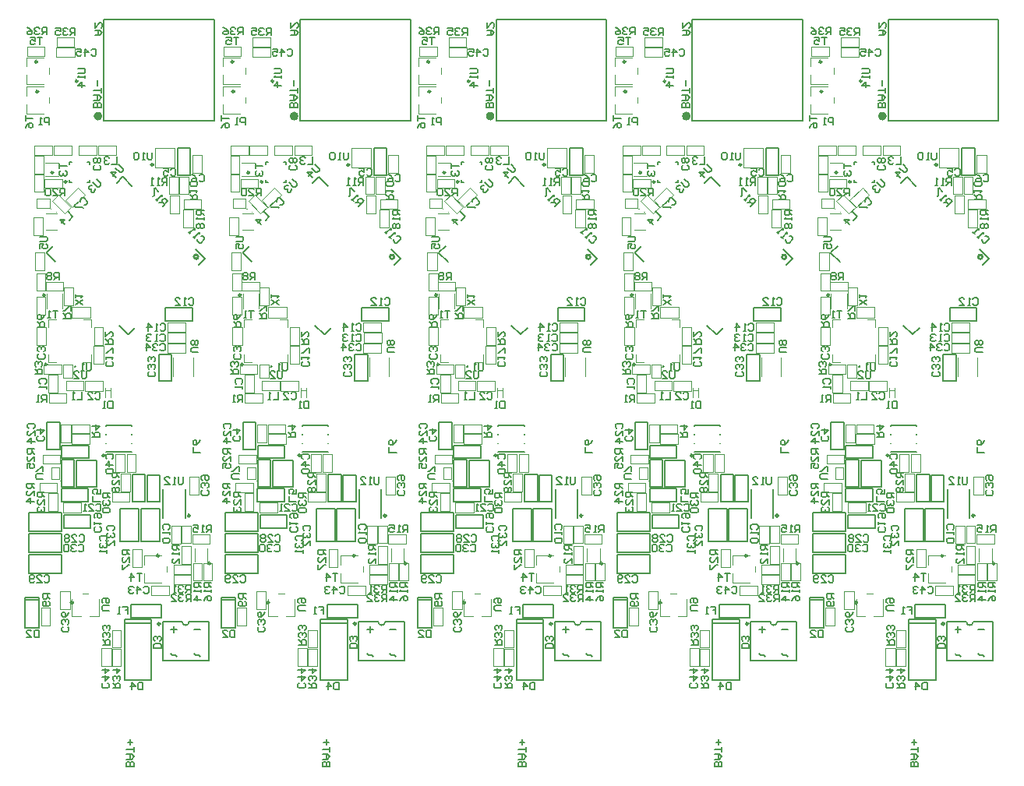
<source format=gbo>
G04*
G04 #@! TF.GenerationSoftware,Altium Limited,Altium Designer,19.1.8 (144)*
G04*
G04 Layer_Color=32896*
%FSAX25Y25*%
%MOIN*%
G70*
G01*
G75*
%ADD13C,0.00787*%
%ADD65C,0.01968*%
%ADD66C,0.00598*%
%ADD68C,0.00984*%
%ADD72C,0.00394*%
%ADD75C,0.00591*%
%ADD143C,0.01000*%
%ADD144C,0.00197*%
D13*
X0107808Y0103740D02*
G03*
X0110696Y0103740I0001444J0000000D01*
G01*
X0056010Y0164134D02*
G03*
X0056010Y0164134I-0000223J0000000D01*
G01*
X0105872Y0306419D02*
X0111372D01*
Y0294919D02*
Y0306419D01*
X0105872Y0294919D02*
X0111372D01*
X0105872D02*
Y0306419D01*
X0121575Y0318347D02*
Y0361654D01*
X0074331Y0318347D02*
X0121575D01*
X0074331Y0361654D02*
X0121575D01*
X0074331Y0318347D02*
Y0361654D01*
X0098132Y0138343D02*
Y0152343D01*
X0090132Y0138343D02*
X0098132D01*
X0090132D02*
Y0152343D01*
X0098132D01*
X0089353Y0138304D02*
Y0152304D01*
X0081353Y0138304D02*
X0089353D01*
X0081353D02*
Y0152304D01*
X0089353D01*
X0083150Y0103189D02*
X0094567D01*
X0083071Y0078780D02*
Y0104725D01*
Y0078780D02*
X0094646D01*
Y0104725D01*
X0083071D02*
X0094646D01*
X0085862Y0111339D02*
X0098862D01*
Y0106886D02*
Y0111339D01*
X0085866Y0105433D02*
X0098862D01*
Y0106886D01*
X0085866Y0105433D02*
Y0111335D01*
X0046701Y0101165D02*
Y0114165D01*
X0040701Y0101165D02*
X0046701D01*
X0040701D02*
Y0114165D01*
Y0113165D02*
X0046701D01*
X0040701Y0114165D02*
X0046701D01*
X0099410Y0087205D02*
X0119095D01*
Y0103740D01*
X0099410Y0094029D02*
Y0103740D01*
Y0087205D02*
Y0094029D01*
Y0103740D02*
X0107808D01*
X0110696D02*
X0119095D01*
X0103282Y0206691D02*
Y0218191D01*
X0097782D02*
X0103282D01*
X0097782Y0206691D02*
Y0218191D01*
Y0206691D02*
X0103282D01*
X0100707Y0238065D02*
X0112207D01*
X0100707Y0232565D02*
Y0238065D01*
Y0232565D02*
X0112207D01*
Y0238065D01*
X0084675Y0226690D02*
X0084898D01*
X0087710Y0229502D01*
X0080778Y0230588D02*
X0084675Y0226690D01*
X0049905Y0261572D02*
X0053663Y0257814D01*
X0049905Y0261572D02*
Y0261684D01*
X0052688Y0264468D01*
X0079748Y0291583D02*
X0082281Y0294116D01*
X0082448D01*
X0086262Y0290302D01*
X0113405Y0263215D02*
X0117414Y0259206D01*
Y0259151D02*
Y0259206D01*
X0114797Y0256534D02*
X0117414Y0259151D01*
X0059654Y0300591D02*
X0060638D01*
X0059654Y0299606D02*
Y0300591D01*
X0068315Y0299606D02*
Y0300591D01*
X0067331D02*
X0068315D01*
X0067331Y0291929D02*
X0068315D01*
Y0292913D01*
X0059654Y0291929D02*
X0060638D01*
X0059654D02*
Y0292913D01*
X0109132Y0148020D02*
Y0160619D01*
X0099684Y0148020D02*
Y0160619D01*
X0092721Y0155144D02*
Y0166644D01*
Y0155144D02*
X0098221D01*
Y0166644D01*
X0092721D02*
X0098221D01*
X0086501Y0155223D02*
Y0166723D01*
Y0155223D02*
X0092001D01*
Y0166723D01*
X0086501D02*
X0092001D01*
X0049888Y0189136D02*
X0055388D01*
Y0177636D02*
Y0189136D01*
X0049888Y0177636D02*
X0055388D01*
X0049888D02*
Y0189136D01*
X0067719Y0173785D02*
Y0179286D01*
X0056219Y0173785D02*
X0067719D01*
X0056219D02*
Y0179286D01*
X0067719D01*
X0062677Y0161575D02*
X0071339D01*
Y0172992D01*
X0062677D02*
X0071339D01*
X0062677Y0161575D02*
Y0172992D01*
X0056179Y0155281D02*
Y0160782D01*
X0067679D01*
Y0155281D02*
Y0160782D01*
X0056179Y0155281D02*
X0067679D01*
X0056187Y0161533D02*
X0061687D01*
X0056187D02*
Y0173033D01*
X0061687D01*
Y0161533D02*
Y0173033D01*
X0057203Y0143904D02*
Y0149404D01*
X0068703D01*
Y0143904D02*
Y0149404D01*
X0057203Y0143904D02*
X0068703D01*
X0042252Y0142575D02*
Y0150575D01*
Y0142575D02*
X0056252D01*
Y0150575D01*
X0042252D02*
X0056252D01*
X0042252Y0124616D02*
Y0132616D01*
Y0124616D02*
X0056252D01*
Y0132616D01*
X0042252D02*
X0056252D01*
X0042252Y0133671D02*
Y0141671D01*
Y0133671D02*
X0056252D01*
Y0141671D01*
X0042252D02*
X0056252D01*
X0102953Y0100591D02*
X0105577D01*
X0104265Y0099279D02*
Y0101903D01*
X0112795Y0100591D02*
X0115419D01*
X0102953Y0090224D02*
X0103609Y0089568D01*
X0104921D01*
X0105577Y0088912D01*
X0112795Y0090224D02*
X0113451Y0089568D01*
X0114763D01*
X0115419Y0088912D01*
X0191667Y0103740D02*
G03*
X0194554Y0103740I0001444J0000000D01*
G01*
X0139868Y0164134D02*
G03*
X0139868Y0164134I-0000223J0000000D01*
G01*
X0189731Y0306419D02*
X0195230D01*
Y0294919D02*
Y0306419D01*
X0189731Y0294919D02*
X0195230D01*
X0189731D02*
Y0306419D01*
X0205433Y0318347D02*
Y0361654D01*
X0158189Y0318347D02*
X0205433D01*
X0158189Y0361654D02*
X0205433D01*
X0158189Y0318347D02*
Y0361654D01*
X0181991Y0138343D02*
Y0152343D01*
X0173991Y0138343D02*
X0181991D01*
X0173991D02*
Y0152343D01*
X0181991D01*
X0173211Y0138304D02*
Y0152304D01*
X0165211Y0138304D02*
X0173211D01*
X0165211D02*
Y0152304D01*
X0173211D01*
X0167008Y0103189D02*
X0178425D01*
X0166929Y0078780D02*
Y0104725D01*
Y0078780D02*
X0178504D01*
Y0104725D01*
X0166929D02*
X0178504D01*
X0169721Y0111339D02*
X0182721D01*
Y0106886D02*
Y0111339D01*
X0169725Y0105433D02*
X0182721D01*
Y0106886D01*
X0169725Y0105433D02*
Y0111335D01*
X0130559Y0101165D02*
Y0114165D01*
X0124559Y0101165D02*
X0130559D01*
X0124559D02*
Y0114165D01*
Y0113165D02*
X0130559D01*
X0124559Y0114165D02*
X0130559D01*
X0183268Y0087205D02*
X0202953D01*
Y0103740D01*
X0183268Y0094029D02*
Y0103740D01*
Y0087205D02*
Y0094029D01*
Y0103740D02*
X0191667D01*
X0194554D02*
X0202953D01*
X0187140Y0206691D02*
Y0218191D01*
X0181640D02*
X0187140D01*
X0181640Y0206691D02*
Y0218191D01*
Y0206691D02*
X0187140D01*
X0184565Y0238065D02*
X0196065D01*
X0184565Y0232565D02*
Y0238065D01*
Y0232565D02*
X0196065D01*
Y0238065D01*
X0168534Y0226690D02*
X0168756D01*
X0171568Y0229502D01*
X0164636Y0230588D02*
X0168534Y0226690D01*
X0133763Y0261572D02*
X0137521Y0257814D01*
X0133763Y0261572D02*
Y0261684D01*
X0136547Y0264468D01*
X0163606Y0291583D02*
X0166139Y0294116D01*
X0166306D01*
X0170121Y0290302D01*
X0197263Y0263215D02*
X0201272Y0259206D01*
Y0259151D02*
Y0259206D01*
X0198655Y0256534D02*
X0201272Y0259151D01*
X0143512Y0300591D02*
X0144496D01*
X0143512Y0299606D02*
Y0300591D01*
X0152173Y0299606D02*
Y0300591D01*
X0151189D02*
X0152173D01*
X0151189Y0291929D02*
X0152173D01*
Y0292913D01*
X0143512Y0291929D02*
X0144496D01*
X0143512D02*
Y0292913D01*
X0192991Y0148020D02*
Y0160619D01*
X0183542Y0148020D02*
Y0160619D01*
X0176579Y0155144D02*
Y0166644D01*
Y0155144D02*
X0182079D01*
Y0166644D01*
X0176579D02*
X0182079D01*
X0170359Y0155223D02*
Y0166723D01*
Y0155223D02*
X0175859D01*
Y0166723D01*
X0170359D02*
X0175859D01*
X0133746Y0189136D02*
X0139246D01*
Y0177636D02*
Y0189136D01*
X0133746Y0177636D02*
X0139246D01*
X0133746D02*
Y0189136D01*
X0151577Y0173785D02*
Y0179286D01*
X0140077Y0173785D02*
X0151577D01*
X0140077D02*
Y0179286D01*
X0151577D01*
X0146536Y0161575D02*
X0155197D01*
Y0172992D01*
X0146536D02*
X0155197D01*
X0146536Y0161575D02*
Y0172992D01*
X0140038Y0155281D02*
Y0160782D01*
X0151538D01*
Y0155281D02*
Y0160782D01*
X0140038Y0155281D02*
X0151538D01*
X0140045Y0161533D02*
X0145545D01*
X0140045D02*
Y0173033D01*
X0145545D01*
Y0161533D02*
Y0173033D01*
X0141061Y0143904D02*
Y0149404D01*
X0152561D01*
Y0143904D02*
Y0149404D01*
X0141061Y0143904D02*
X0152561D01*
X0126110Y0142575D02*
Y0150575D01*
Y0142575D02*
X0140110D01*
Y0150575D01*
X0126110D02*
X0140110D01*
X0126110Y0124616D02*
Y0132616D01*
Y0124616D02*
X0140110D01*
Y0132616D01*
X0126110D02*
X0140110D01*
X0126110Y0133671D02*
Y0141671D01*
Y0133671D02*
X0140110D01*
Y0141671D01*
X0126110D02*
X0140110D01*
X0186811Y0100591D02*
X0189435D01*
X0188123Y0099279D02*
Y0101903D01*
X0196654Y0100591D02*
X0199277D01*
X0186811Y0090224D02*
X0187467Y0089568D01*
X0188779D01*
X0189435Y0088912D01*
X0196654Y0090224D02*
X0197310Y0089568D01*
X0198622D01*
X0199277Y0088912D01*
X0275525Y0103740D02*
G03*
X0278412Y0103740I0001444J0000000D01*
G01*
X0223727Y0164134D02*
G03*
X0223727Y0164134I-0000223J0000000D01*
G01*
X0273589Y0306419D02*
X0279089D01*
Y0294919D02*
Y0306419D01*
X0273589Y0294919D02*
X0279089D01*
X0273589D02*
Y0306419D01*
X0289292Y0318347D02*
Y0361654D01*
X0242047Y0318347D02*
X0289292D01*
X0242047Y0361654D02*
X0289292D01*
X0242047Y0318347D02*
Y0361654D01*
X0265849Y0138343D02*
Y0152343D01*
X0257849Y0138343D02*
X0265849D01*
X0257849D02*
Y0152343D01*
X0265849D01*
X0257069Y0138304D02*
Y0152304D01*
X0249069Y0138304D02*
X0257069D01*
X0249069D02*
Y0152304D01*
X0257069D01*
X0250866Y0103189D02*
X0262284D01*
X0250788Y0078780D02*
Y0104725D01*
Y0078780D02*
X0262362D01*
Y0104725D01*
X0250788D02*
X0262362D01*
X0253579Y0111339D02*
X0266579D01*
Y0106886D02*
Y0111339D01*
X0253583Y0105433D02*
X0266579D01*
Y0106886D01*
X0253583Y0105433D02*
Y0111335D01*
X0214418Y0101165D02*
Y0114165D01*
X0208418Y0101165D02*
X0214418D01*
X0208418D02*
Y0114165D01*
Y0113165D02*
X0214418D01*
X0208418Y0114165D02*
X0214418D01*
X0267126Y0087205D02*
X0286811D01*
Y0103740D01*
X0267126Y0094029D02*
Y0103740D01*
Y0087205D02*
Y0094029D01*
Y0103740D02*
X0275525D01*
X0278412D02*
X0286811D01*
X0270998Y0206691D02*
Y0218191D01*
X0265498D02*
X0270998D01*
X0265498Y0206691D02*
Y0218191D01*
Y0206691D02*
X0270998D01*
X0268423Y0238065D02*
X0279923D01*
X0268423Y0232565D02*
Y0238065D01*
Y0232565D02*
X0279923D01*
Y0238065D01*
X0252392Y0226690D02*
X0252615D01*
X0255426Y0229502D01*
X0248495Y0230588D02*
X0252392Y0226690D01*
X0217621Y0261572D02*
X0221379Y0257814D01*
X0217621Y0261572D02*
Y0261684D01*
X0220405Y0264468D01*
X0247464Y0291583D02*
X0249998Y0294116D01*
X0250165D01*
X0253979Y0290302D01*
X0281122Y0263215D02*
X0285130Y0259206D01*
Y0259151D02*
Y0259206D01*
X0282514Y0256534D02*
X0285130Y0259151D01*
X0227370Y0300591D02*
X0228355D01*
X0227370Y0299606D02*
Y0300591D01*
X0236032Y0299606D02*
Y0300591D01*
X0235047D02*
X0236032D01*
X0235047Y0291929D02*
X0236032D01*
Y0292913D01*
X0227370Y0291929D02*
X0228355D01*
X0227370D02*
Y0292913D01*
X0276849Y0148020D02*
Y0160619D01*
X0267400Y0148020D02*
Y0160619D01*
X0260438Y0155144D02*
Y0166644D01*
Y0155144D02*
X0265938D01*
Y0166644D01*
X0260438D02*
X0265938D01*
X0254217Y0155223D02*
Y0166723D01*
Y0155223D02*
X0259717D01*
Y0166723D01*
X0254217D02*
X0259717D01*
X0217604Y0189136D02*
X0223105D01*
Y0177636D02*
Y0189136D01*
X0217604Y0177636D02*
X0223105D01*
X0217604D02*
Y0189136D01*
X0235435Y0173785D02*
Y0179286D01*
X0223935Y0173785D02*
X0235435D01*
X0223935D02*
Y0179286D01*
X0235435D01*
X0230394Y0161575D02*
X0239055D01*
Y0172992D01*
X0230394D02*
X0239055D01*
X0230394Y0161575D02*
Y0172992D01*
X0223896Y0155281D02*
Y0160782D01*
X0235396D01*
Y0155281D02*
Y0160782D01*
X0223896Y0155281D02*
X0235396D01*
X0223904Y0161533D02*
X0229404D01*
X0223904D02*
Y0173033D01*
X0229404D01*
Y0161533D02*
Y0173033D01*
X0224920Y0143904D02*
Y0149404D01*
X0236420D01*
Y0143904D02*
Y0149404D01*
X0224920Y0143904D02*
X0236420D01*
X0209969Y0142575D02*
Y0150575D01*
Y0142575D02*
X0223969D01*
Y0150575D01*
X0209969D02*
X0223969D01*
X0209969Y0124616D02*
Y0132616D01*
Y0124616D02*
X0223969D01*
Y0132616D01*
X0209969D02*
X0223969D01*
X0209969Y0133671D02*
Y0141671D01*
Y0133671D02*
X0223969D01*
Y0141671D01*
X0209969D02*
X0223969D01*
X0270670Y0100591D02*
X0273293D01*
X0271981Y0099279D02*
Y0101903D01*
X0280512Y0100591D02*
X0283136D01*
X0270670Y0090224D02*
X0271325Y0089568D01*
X0272637D01*
X0273293Y0088912D01*
X0280512Y0090224D02*
X0281168Y0089568D01*
X0282480D01*
X0283136Y0088912D01*
X0359383Y0103740D02*
G03*
X0362271Y0103740I0001444J0000000D01*
G01*
X0307585Y0164134D02*
G03*
X0307585Y0164134I-0000223J0000000D01*
G01*
X0357447Y0306419D02*
X0362947D01*
Y0294919D02*
Y0306419D01*
X0357447Y0294919D02*
X0362947D01*
X0357447D02*
Y0306419D01*
X0373150Y0318347D02*
Y0361654D01*
X0325906Y0318347D02*
X0373150D01*
X0325906Y0361654D02*
X0373150D01*
X0325906Y0318347D02*
Y0361654D01*
X0349707Y0138343D02*
Y0152343D01*
X0341707Y0138343D02*
X0349707D01*
X0341707D02*
Y0152343D01*
X0349707D01*
X0340928Y0138304D02*
Y0152304D01*
X0332928Y0138304D02*
X0340928D01*
X0332928D02*
Y0152304D01*
X0340928D01*
X0334725Y0103189D02*
X0346142D01*
X0334646Y0078780D02*
Y0104725D01*
Y0078780D02*
X0346221D01*
Y0104725D01*
X0334646D02*
X0346221D01*
X0337437Y0111339D02*
X0350437D01*
Y0106886D02*
Y0111339D01*
X0337441Y0105433D02*
X0350437D01*
Y0106886D01*
X0337441Y0105433D02*
Y0111335D01*
X0298276Y0101165D02*
Y0114165D01*
X0292276Y0101165D02*
X0298276D01*
X0292276D02*
Y0114165D01*
Y0113165D02*
X0298276D01*
X0292276Y0114165D02*
X0298276D01*
X0350985Y0087205D02*
X0370670D01*
Y0103740D01*
X0350985Y0094029D02*
Y0103740D01*
Y0087205D02*
Y0094029D01*
Y0103740D02*
X0359383D01*
X0362271D02*
X0370670D01*
X0354856Y0206691D02*
Y0218191D01*
X0349357D02*
X0354856D01*
X0349357Y0206691D02*
Y0218191D01*
Y0206691D02*
X0354856D01*
X0352282Y0238065D02*
X0363782D01*
X0352282Y0232565D02*
Y0238065D01*
Y0232565D02*
X0363782D01*
Y0238065D01*
X0336250Y0226690D02*
X0336473D01*
X0339285Y0229502D01*
X0332353Y0230588D02*
X0336250Y0226690D01*
X0301480Y0261572D02*
X0305238Y0257814D01*
X0301480Y0261572D02*
Y0261684D01*
X0304263Y0264468D01*
X0331323Y0291583D02*
X0333856Y0294116D01*
X0334023D01*
X0337837Y0290302D01*
X0364980Y0263215D02*
X0368989Y0259206D01*
Y0259151D02*
Y0259206D01*
X0366372Y0256534D02*
X0368989Y0259151D01*
X0311229Y0300591D02*
X0312213D01*
X0311229Y0299606D02*
Y0300591D01*
X0319890Y0299606D02*
Y0300591D01*
X0318906D02*
X0319890D01*
X0318906Y0291929D02*
X0319890D01*
Y0292913D01*
X0311229Y0291929D02*
X0312213D01*
X0311229D02*
Y0292913D01*
X0360707Y0148020D02*
Y0160619D01*
X0351258Y0148020D02*
Y0160619D01*
X0344296Y0155144D02*
Y0166644D01*
Y0155144D02*
X0349796D01*
Y0166644D01*
X0344296D02*
X0349796D01*
X0338075Y0155223D02*
Y0166723D01*
Y0155223D02*
X0343575D01*
Y0166723D01*
X0338075D02*
X0343575D01*
X0301463Y0189136D02*
X0306963D01*
Y0177636D02*
Y0189136D01*
X0301463Y0177636D02*
X0306963D01*
X0301463D02*
Y0189136D01*
X0319293Y0173785D02*
Y0179286D01*
X0307793Y0173785D02*
X0319293D01*
X0307793D02*
Y0179286D01*
X0319293D01*
X0314252Y0161575D02*
X0322914D01*
Y0172992D01*
X0314252D02*
X0322914D01*
X0314252Y0161575D02*
Y0172992D01*
X0307754Y0155281D02*
Y0160782D01*
X0319254D01*
Y0155281D02*
Y0160782D01*
X0307754Y0155281D02*
X0319254D01*
X0307762Y0161533D02*
X0313262D01*
X0307762D02*
Y0173033D01*
X0313262D01*
Y0161533D02*
Y0173033D01*
X0308778Y0143904D02*
Y0149404D01*
X0320278D01*
Y0143904D02*
Y0149404D01*
X0308778Y0143904D02*
X0320278D01*
X0293827Y0142575D02*
Y0150575D01*
Y0142575D02*
X0307827D01*
Y0150575D01*
X0293827D02*
X0307827D01*
X0293827Y0124616D02*
Y0132616D01*
Y0124616D02*
X0307827D01*
Y0132616D01*
X0293827D02*
X0307827D01*
X0293827Y0133671D02*
Y0141671D01*
Y0133671D02*
X0307827D01*
Y0141671D01*
X0293827D02*
X0307827D01*
X0354528Y0100591D02*
X0357152D01*
X0355840Y0099279D02*
Y0101903D01*
X0364370Y0100591D02*
X0366994D01*
X0354528Y0090224D02*
X0355184Y0089568D01*
X0356496D01*
X0357152Y0088912D01*
X0364370Y0090224D02*
X0365026Y0089568D01*
X0366338D01*
X0366994Y0088912D01*
X0443242Y0103740D02*
G03*
X0446129Y0103740I0001444J0000000D01*
G01*
X0391443Y0164134D02*
G03*
X0391443Y0164134I-0000223J0000000D01*
G01*
X0441305Y0306419D02*
X0446805D01*
Y0294919D02*
Y0306419D01*
X0441305Y0294919D02*
X0446805D01*
X0441305D02*
Y0306419D01*
X0457008Y0318347D02*
Y0361654D01*
X0409764Y0318347D02*
X0457008D01*
X0409764Y0361654D02*
X0457008D01*
X0409764Y0318347D02*
Y0361654D01*
X0433566Y0138343D02*
Y0152343D01*
X0425566Y0138343D02*
X0433566D01*
X0425566D02*
Y0152343D01*
X0433566D01*
X0424786Y0138304D02*
Y0152304D01*
X0416786Y0138304D02*
X0424786D01*
X0416786D02*
Y0152304D01*
X0424786D01*
X0418583Y0103189D02*
X0430000D01*
X0418504Y0078780D02*
Y0104725D01*
Y0078780D02*
X0430079D01*
Y0104725D01*
X0418504D02*
X0430079D01*
X0421295Y0111339D02*
X0434296D01*
Y0106886D02*
Y0111339D01*
X0421299Y0105433D02*
X0434296D01*
Y0106886D01*
X0421299Y0105433D02*
Y0111335D01*
X0382134Y0101165D02*
Y0114165D01*
X0376134Y0101165D02*
X0382134D01*
X0376134D02*
Y0114165D01*
Y0113165D02*
X0382134D01*
X0376134Y0114165D02*
X0382134D01*
X0434843Y0087205D02*
X0454528D01*
Y0103740D01*
X0434843Y0094029D02*
Y0103740D01*
Y0087205D02*
Y0094029D01*
Y0103740D02*
X0443242D01*
X0446129D02*
X0454528D01*
X0438715Y0206691D02*
Y0218191D01*
X0433215D02*
X0438715D01*
X0433215Y0206691D02*
Y0218191D01*
Y0206691D02*
X0438715D01*
X0436140Y0238065D02*
X0447640D01*
X0436140Y0232565D02*
Y0238065D01*
Y0232565D02*
X0447640D01*
Y0238065D01*
X0420109Y0226690D02*
X0420331D01*
X0423143Y0229502D01*
X0416211Y0230588D02*
X0420109Y0226690D01*
X0385338Y0261572D02*
X0389096Y0257814D01*
X0385338Y0261572D02*
Y0261684D01*
X0388122Y0264468D01*
X0415181Y0291583D02*
X0417714Y0294116D01*
X0417881D01*
X0421695Y0290302D01*
X0448838Y0263215D02*
X0452847Y0259206D01*
Y0259151D02*
Y0259206D01*
X0450230Y0256534D02*
X0452847Y0259151D01*
X0395087Y0300591D02*
X0396071D01*
X0395087Y0299606D02*
Y0300591D01*
X0403748Y0299606D02*
Y0300591D01*
X0402764D02*
X0403748D01*
X0402764Y0291929D02*
X0403748D01*
Y0292913D01*
X0395087Y0291929D02*
X0396071D01*
X0395087D02*
Y0292913D01*
X0444566Y0148020D02*
Y0160619D01*
X0435117Y0148020D02*
Y0160619D01*
X0428154Y0155144D02*
Y0166644D01*
Y0155144D02*
X0433654D01*
Y0166644D01*
X0428154D02*
X0433654D01*
X0421934Y0155223D02*
Y0166723D01*
Y0155223D02*
X0427434D01*
Y0166723D01*
X0421934D02*
X0427434D01*
X0385321Y0189136D02*
X0390821D01*
Y0177636D02*
Y0189136D01*
X0385321Y0177636D02*
X0390821D01*
X0385321D02*
Y0189136D01*
X0403152Y0173785D02*
Y0179286D01*
X0391652Y0173785D02*
X0403152D01*
X0391652D02*
Y0179286D01*
X0403152D01*
X0398111Y0161575D02*
X0406772D01*
Y0172992D01*
X0398111D02*
X0406772D01*
X0398111Y0161575D02*
Y0172992D01*
X0391612Y0155281D02*
Y0160782D01*
X0403112D01*
Y0155281D02*
Y0160782D01*
X0391612Y0155281D02*
X0403112D01*
X0391620Y0161533D02*
X0397120D01*
X0391620D02*
Y0173033D01*
X0397120D01*
Y0161533D02*
Y0173033D01*
X0392636Y0143904D02*
Y0149404D01*
X0404136D01*
Y0143904D02*
Y0149404D01*
X0392636Y0143904D02*
X0404136D01*
X0377685Y0142575D02*
Y0150575D01*
Y0142575D02*
X0391685D01*
Y0150575D01*
X0377685D02*
X0391685D01*
X0377685Y0124616D02*
Y0132616D01*
Y0124616D02*
X0391685D01*
Y0132616D01*
X0377685D02*
X0391685D01*
X0377685Y0133671D02*
Y0141671D01*
Y0133671D02*
X0391685D01*
Y0141671D01*
X0377685D02*
X0391685D01*
X0438386Y0100591D02*
X0441010D01*
X0439698Y0099279D02*
Y0101903D01*
X0448229Y0100591D02*
X0450852D01*
X0438386Y0090224D02*
X0439042Y0089568D01*
X0440354D01*
X0441010Y0088912D01*
X0448229Y0090224D02*
X0448885Y0089568D01*
X0450197D01*
X0450852Y0088912D01*
D65*
X0072719Y0320168D02*
G03*
X0072719Y0320168I-0000880J0000000D01*
G01*
X0156577D02*
G03*
X0156577Y0320168I-0000880J0000000D01*
G01*
X0240436D02*
G03*
X0240436Y0320168I-0000880J0000000D01*
G01*
X0324294D02*
G03*
X0324294Y0320168I-0000880J0000000D01*
G01*
X0408152D02*
G03*
X0408152Y0320168I-0000880J0000000D01*
G01*
D66*
X0087105Y0041831D02*
X0083957D01*
Y0043405D01*
X0084482Y0043930D01*
X0085006D01*
X0085531Y0043405D01*
Y0041831D01*
Y0043405D01*
X0086056Y0043930D01*
X0086581D01*
X0087105Y0043405D01*
Y0041831D01*
X0083957Y0044979D02*
X0086056D01*
X0087105Y0046029D01*
X0086056Y0047078D01*
X0083957D01*
X0085531D01*
Y0044979D01*
X0087105Y0048128D02*
Y0050227D01*
Y0049178D01*
X0083957D01*
X0085531Y0051276D02*
Y0053376D01*
X0086581Y0052326D02*
X0084482D01*
X0073188Y0323858D02*
X0070039D01*
Y0325433D01*
X0070564Y0325957D01*
X0071089D01*
X0071614Y0325433D01*
Y0323858D01*
Y0325433D01*
X0072139Y0325957D01*
X0072663D01*
X0073188Y0325433D01*
Y0323858D01*
X0070039Y0327007D02*
X0072139D01*
X0073188Y0328056D01*
X0072139Y0329106D01*
X0070039D01*
X0071614D01*
Y0327007D01*
X0073188Y0330155D02*
Y0332255D01*
Y0331205D01*
X0070039D01*
X0071614Y0333304D02*
Y0335403D01*
X0070433Y0354843D02*
X0072532D01*
X0073582Y0355892D01*
X0072532Y0356942D01*
X0070433D01*
X0072008D01*
Y0354843D01*
X0070433Y0360090D02*
Y0357991D01*
X0072532Y0360090D01*
X0073057D01*
X0073582Y0359565D01*
Y0358516D01*
X0073057Y0357991D01*
X0170964Y0041831D02*
X0167815D01*
Y0043405D01*
X0168340Y0043930D01*
X0168865D01*
X0169389Y0043405D01*
Y0041831D01*
Y0043405D01*
X0169914Y0043930D01*
X0170439D01*
X0170964Y0043405D01*
Y0041831D01*
X0167815Y0044979D02*
X0169914D01*
X0170964Y0046029D01*
X0169914Y0047078D01*
X0167815D01*
X0169389D01*
Y0044979D01*
X0170964Y0048128D02*
Y0050227D01*
Y0049178D01*
X0167815D01*
X0169389Y0051276D02*
Y0053376D01*
X0170439Y0052326D02*
X0168340D01*
X0157046Y0323858D02*
X0153898D01*
Y0325433D01*
X0154423Y0325957D01*
X0154947D01*
X0155472Y0325433D01*
Y0323858D01*
Y0325433D01*
X0155997Y0325957D01*
X0156522D01*
X0157046Y0325433D01*
Y0323858D01*
X0153898Y0327007D02*
X0155997D01*
X0157046Y0328056D01*
X0155997Y0329106D01*
X0153898D01*
X0155472D01*
Y0327007D01*
X0157046Y0330155D02*
Y0332255D01*
Y0331205D01*
X0153898D01*
X0155472Y0333304D02*
Y0335403D01*
X0154291Y0354843D02*
X0156391D01*
X0157440Y0355892D01*
X0156391Y0356942D01*
X0154291D01*
X0155866D01*
Y0354843D01*
X0154291Y0360090D02*
Y0357991D01*
X0156391Y0360090D01*
X0156915D01*
X0157440Y0359565D01*
Y0358516D01*
X0156915Y0357991D01*
X0254822Y0041831D02*
X0251673D01*
Y0043405D01*
X0252198Y0043930D01*
X0252723D01*
X0253248Y0043405D01*
Y0041831D01*
Y0043405D01*
X0253772Y0043930D01*
X0254297D01*
X0254822Y0043405D01*
Y0041831D01*
X0251673Y0044979D02*
X0253772D01*
X0254822Y0046029D01*
X0253772Y0047078D01*
X0251673D01*
X0253248D01*
Y0044979D01*
X0254822Y0048128D02*
Y0050227D01*
Y0049178D01*
X0251673D01*
X0253248Y0051276D02*
Y0053376D01*
X0254297Y0052326D02*
X0252198D01*
X0240905Y0323858D02*
X0237756D01*
Y0325433D01*
X0238281Y0325957D01*
X0238806D01*
X0239330Y0325433D01*
Y0323858D01*
Y0325433D01*
X0239855Y0325957D01*
X0240380D01*
X0240905Y0325433D01*
Y0323858D01*
X0237756Y0327007D02*
X0239855D01*
X0240905Y0328056D01*
X0239855Y0329106D01*
X0237756D01*
X0239330D01*
Y0327007D01*
X0240905Y0330155D02*
Y0332255D01*
Y0331205D01*
X0237756D01*
X0239330Y0333304D02*
Y0335403D01*
X0238150Y0354843D02*
X0240249D01*
X0241298Y0355892D01*
X0240249Y0356942D01*
X0238150D01*
X0239724D01*
Y0354843D01*
X0238150Y0360090D02*
Y0357991D01*
X0240249Y0360090D01*
X0240774D01*
X0241298Y0359565D01*
Y0358516D01*
X0240774Y0357991D01*
X0338680Y0041831D02*
X0335532D01*
Y0043405D01*
X0336056Y0043930D01*
X0336581D01*
X0337106Y0043405D01*
Y0041831D01*
Y0043405D01*
X0337631Y0043930D01*
X0338156D01*
X0338680Y0043405D01*
Y0041831D01*
X0335532Y0044979D02*
X0337631D01*
X0338680Y0046029D01*
X0337631Y0047078D01*
X0335532D01*
X0337106D01*
Y0044979D01*
X0338680Y0048128D02*
Y0050227D01*
Y0049178D01*
X0335532D01*
X0337106Y0051276D02*
Y0053376D01*
X0338156Y0052326D02*
X0336056D01*
X0324763Y0323858D02*
X0321614D01*
Y0325433D01*
X0322139Y0325957D01*
X0322664D01*
X0323189Y0325433D01*
Y0323858D01*
Y0325433D01*
X0323713Y0325957D01*
X0324238D01*
X0324763Y0325433D01*
Y0323858D01*
X0321614Y0327007D02*
X0323713D01*
X0324763Y0328056D01*
X0323713Y0329106D01*
X0321614D01*
X0323189D01*
Y0327007D01*
X0324763Y0330155D02*
Y0332255D01*
Y0331205D01*
X0321614D01*
X0323189Y0333304D02*
Y0335403D01*
X0322008Y0354843D02*
X0324107D01*
X0325157Y0355892D01*
X0324107Y0356942D01*
X0322008D01*
X0323582D01*
Y0354843D01*
X0322008Y0360090D02*
Y0357991D01*
X0324107Y0360090D01*
X0324632D01*
X0325157Y0359565D01*
Y0358516D01*
X0324632Y0357991D01*
X0422539Y0041831D02*
X0419390D01*
Y0043405D01*
X0419915Y0043930D01*
X0420439D01*
X0420964Y0043405D01*
Y0041831D01*
Y0043405D01*
X0421489Y0043930D01*
X0422014D01*
X0422539Y0043405D01*
Y0041831D01*
X0419390Y0044979D02*
X0421489D01*
X0422539Y0046029D01*
X0421489Y0047078D01*
X0419390D01*
X0420964D01*
Y0044979D01*
X0422539Y0048128D02*
Y0050227D01*
Y0049178D01*
X0419390D01*
X0420964Y0051276D02*
Y0053376D01*
X0422014Y0052326D02*
X0419915D01*
X0408621Y0323858D02*
X0405473D01*
Y0325433D01*
X0405997Y0325957D01*
X0406522D01*
X0407047Y0325433D01*
Y0323858D01*
Y0325433D01*
X0407572Y0325957D01*
X0408097D01*
X0408621Y0325433D01*
Y0323858D01*
X0405473Y0327007D02*
X0407572D01*
X0408621Y0328056D01*
X0407572Y0329106D01*
X0405473D01*
X0407047D01*
Y0327007D01*
X0408621Y0330155D02*
Y0332255D01*
Y0331205D01*
X0405473D01*
X0407047Y0333304D02*
Y0335403D01*
X0405866Y0354843D02*
X0407965D01*
X0409015Y0355892D01*
X0407965Y0356942D01*
X0405866D01*
X0407441D01*
Y0354843D01*
X0405866Y0360090D02*
Y0357991D01*
X0407965Y0360090D01*
X0408490D01*
X0409015Y0359565D01*
Y0358516D01*
X0408490Y0357991D01*
D68*
X0098384Y0102953D02*
G03*
X0098384Y0102953I-0000549J0000000D01*
G01*
X0074626Y0175000D02*
G03*
X0074626Y0175000I-0000492J0000000D01*
G01*
X0046249Y0330688D02*
G03*
X0046249Y0330688I-0000492J0000000D01*
G01*
X0045847Y0343425D02*
G03*
X0045847Y0343425I-0000492J0000000D01*
G01*
X0097910Y0132087D02*
G03*
X0097910Y0132087I-0000492J0000000D01*
G01*
X0061122Y0111945D02*
G03*
X0061122Y0111945I-0000492J0000000D01*
G01*
X0182242Y0102953D02*
G03*
X0182242Y0102953I-0000549J0000000D01*
G01*
X0158484Y0175000D02*
G03*
X0158484Y0175000I-0000492J0000000D01*
G01*
X0130107Y0330688D02*
G03*
X0130107Y0330688I-0000492J0000000D01*
G01*
X0129705Y0343425D02*
G03*
X0129705Y0343425I-0000492J0000000D01*
G01*
X0181768Y0132087D02*
G03*
X0181768Y0132087I-0000492J0000000D01*
G01*
X0144980Y0111945D02*
G03*
X0144980Y0111945I-0000492J0000000D01*
G01*
X0266101Y0102953D02*
G03*
X0266101Y0102953I-0000549J0000000D01*
G01*
X0242343Y0175000D02*
G03*
X0242343Y0175000I-0000492J0000000D01*
G01*
X0213966Y0330688D02*
G03*
X0213966Y0330688I-0000492J0000000D01*
G01*
X0213563Y0343425D02*
G03*
X0213563Y0343425I-0000492J0000000D01*
G01*
X0265626Y0132087D02*
G03*
X0265626Y0132087I-0000492J0000000D01*
G01*
X0228838Y0111945D02*
G03*
X0228838Y0111945I-0000492J0000000D01*
G01*
X0349959Y0102953D02*
G03*
X0349959Y0102953I-0000549J0000000D01*
G01*
X0326201Y0175000D02*
G03*
X0326201Y0175000I-0000492J0000000D01*
G01*
X0297824Y0330688D02*
G03*
X0297824Y0330688I-0000492J0000000D01*
G01*
X0297422Y0343425D02*
G03*
X0297422Y0343425I-0000492J0000000D01*
G01*
X0349484Y0132087D02*
G03*
X0349484Y0132087I-0000492J0000000D01*
G01*
X0312697Y0111945D02*
G03*
X0312697Y0111945I-0000492J0000000D01*
G01*
X0433817Y0102953D02*
G03*
X0433817Y0102953I-0000549J0000000D01*
G01*
X0410059Y0175000D02*
G03*
X0410059Y0175000I-0000492J0000000D01*
G01*
X0381682Y0330688D02*
G03*
X0381682Y0330688I-0000492J0000000D01*
G01*
X0381280Y0343425D02*
G03*
X0381280Y0343425I-0000492J0000000D01*
G01*
X0433343Y0132087D02*
G03*
X0433343Y0132087I-0000492J0000000D01*
G01*
X0396555Y0111945D02*
G03*
X0396555Y0111945I-0000492J0000000D01*
G01*
D72*
X0051810Y0280474D02*
G03*
X0051810Y0280474I-0000224J0000000D01*
G01*
X0054078Y0279095D02*
G03*
X0054078Y0279095I-0000220J0000000D01*
G01*
X0096260Y0306614D02*
X0104528D01*
Y0298346D02*
Y0306614D01*
X0096260Y0298346D02*
X0104528D01*
X0096260D02*
Y0306614D01*
X0112146Y0295807D02*
Y0303484D01*
Y0295807D02*
X0116280D01*
Y0303484D01*
X0112146D02*
X0116280D01*
X0071988Y0303504D02*
Y0307441D01*
X0079469D01*
Y0303504D02*
Y0307441D01*
X0071988Y0303504D02*
X0079469D01*
X0054134Y0353740D02*
X0061614D01*
X0054134Y0349803D02*
Y0353740D01*
Y0349803D02*
X0061614D01*
Y0353740D01*
X0077382Y0084744D02*
Y0092421D01*
X0073248D02*
X0077382D01*
X0073248Y0084744D02*
Y0092421D01*
Y0084744D02*
X0077382D01*
X0083209Y0167933D02*
Y0175610D01*
X0079075D02*
X0083209D01*
X0079075Y0167933D02*
Y0175610D01*
Y0167933D02*
X0083209D01*
X0088032Y0167953D02*
Y0175433D01*
X0084095D02*
X0088032D01*
X0084095Y0167953D02*
Y0175433D01*
Y0167953D02*
X0088032D01*
X0081693Y0092756D02*
Y0100236D01*
X0077756D02*
X0081693D01*
X0077756Y0092756D02*
Y0100236D01*
Y0092756D02*
X0081693D01*
Y0084803D02*
Y0092283D01*
X0077756D02*
X0081693D01*
X0077756Y0084803D02*
Y0092283D01*
Y0084803D02*
X0081693D01*
X0047402Y0109724D02*
X0051339D01*
Y0102244D02*
Y0109724D01*
X0047402Y0102244D02*
X0051339D01*
X0047402D02*
Y0109724D01*
X0050433Y0214803D02*
X0053780D01*
X0050433D02*
Y0218150D01*
X0065591Y0214803D02*
X0068937D01*
Y0218150D01*
Y0229961D02*
Y0233307D01*
X0065591D02*
X0068937D01*
X0050433Y0229961D02*
Y0233307D01*
X0053780D01*
X0057872Y0284062D02*
X0060795Y0281139D01*
X0057872Y0284062D02*
X0063300Y0289491D01*
X0066223Y0286568D01*
X0060795Y0281139D02*
X0066223Y0286568D01*
X0044567Y0287717D02*
X0048504D01*
X0044567D02*
Y0295197D01*
X0048504D01*
Y0287717D02*
Y0295197D01*
X0052264Y0303524D02*
Y0307658D01*
X0044587Y0303524D02*
X0052264D01*
X0044587D02*
Y0307658D01*
X0052264D01*
X0071083Y0303524D02*
Y0307658D01*
X0063406Y0303524D02*
X0071083D01*
X0063406D02*
Y0307658D01*
X0071083D01*
X0044173Y0276732D02*
X0048110D01*
Y0269252D02*
Y0276732D01*
X0044173Y0269252D02*
X0048110D01*
X0044173D02*
Y0276732D01*
X0101496Y0227854D02*
Y0231988D01*
X0109173D01*
Y0227854D02*
Y0231988D01*
X0101496Y0227854D02*
X0109173D01*
X0052815Y0303524D02*
Y0307658D01*
X0060492D01*
Y0303524D02*
Y0307658D01*
X0052815Y0303524D02*
X0060492D01*
X0056496Y0289370D02*
Y0293307D01*
X0049016Y0289370D02*
X0056496D01*
X0049016D02*
Y0293307D01*
X0056496D01*
X0044567Y0303110D02*
X0048504D01*
Y0295630D02*
Y0303110D01*
X0044567Y0295630D02*
X0048504D01*
X0044567D02*
Y0303110D01*
X0049370Y0294606D02*
X0054882D01*
X0049370Y0300118D02*
X0054882D01*
X0045686Y0284774D02*
X0051086D01*
X0045686Y0280974D02*
Y0284774D01*
Y0280974D02*
X0051086D01*
Y0284774D01*
X0052223Y0283851D02*
X0057513Y0278562D01*
X0060297Y0281346D01*
X0055007Y0286635D02*
X0060297Y0281346D01*
X0052223Y0283851D02*
X0055007Y0286635D01*
X0049528Y0271516D02*
X0054252D01*
X0049528Y0278405D02*
X0054252D01*
X0044862Y0261949D02*
X0048996D01*
Y0254272D02*
Y0261949D01*
X0044862Y0254272D02*
X0048996D01*
X0044862D02*
Y0261949D01*
X0102244Y0286850D02*
X0106181D01*
X0102244D02*
Y0294331D01*
X0106181D01*
Y0286850D02*
Y0294331D01*
X0108288Y0272382D02*
X0112421D01*
X0108288D02*
Y0280059D01*
X0112421D01*
Y0272382D02*
Y0280059D01*
X0108543Y0280472D02*
Y0284409D01*
X0116024D01*
Y0280472D02*
Y0284409D01*
X0108543Y0280472D02*
X0116024D01*
X0101535Y0223327D02*
Y0227461D01*
X0109213D01*
Y0223327D02*
Y0227461D01*
X0101535Y0223327D02*
X0109213D01*
X0106654Y0286850D02*
X0110591D01*
X0106654D02*
Y0294331D01*
X0110591D01*
Y0286850D02*
Y0294331D01*
X0041235Y0321220D02*
Y0325157D01*
Y0328780D02*
Y0332717D01*
X0050985Y0325689D02*
Y0328248D01*
X0041235Y0332717D02*
X0048524D01*
X0041235Y0321220D02*
X0048524D01*
X0060177Y0180610D02*
Y0188287D01*
X0056043D02*
X0060177D01*
X0056043Y0180610D02*
Y0188287D01*
Y0180610D02*
X0060177D01*
X0054036Y0345374D02*
Y0349508D01*
X0061713D01*
Y0345374D02*
Y0349508D01*
X0054036Y0345374D02*
X0061713D01*
X0041535Y0345866D02*
Y0349803D01*
X0049016D01*
Y0345866D02*
Y0349803D01*
X0041535Y0345866D02*
X0049016D01*
X0041235Y0333819D02*
Y0337756D01*
Y0341378D02*
Y0345315D01*
X0050985Y0338287D02*
Y0340846D01*
X0041235Y0345315D02*
X0048524D01*
X0041235Y0333819D02*
X0048524D01*
X0102264Y0115059D02*
Y0119193D01*
X0094587Y0115059D02*
X0102264D01*
X0094587D02*
Y0119193D01*
X0102264D01*
X0110886Y0158327D02*
X0115020D01*
X0110886D02*
Y0166004D01*
X0115020D01*
Y0158327D02*
Y0166004D01*
X0081457Y0159606D02*
X0085394D01*
X0081457D02*
Y0167087D01*
X0085394D01*
Y0159606D02*
Y0167087D01*
X0077815Y0155122D02*
Y0159059D01*
X0085295D01*
Y0155122D02*
Y0159059D01*
X0077815Y0155122D02*
X0085295D01*
X0111575Y0124213D02*
Y0128150D01*
X0104095Y0124213D02*
X0111575D01*
X0104095D02*
Y0128150D01*
X0111575D01*
X0086575Y0127323D02*
X0090512D01*
X0086575D02*
Y0134803D01*
X0090512D01*
Y0127323D02*
Y0134803D01*
X0111575Y0119882D02*
Y0123819D01*
X0104095Y0119882D02*
X0111575D01*
X0104095D02*
Y0123819D01*
X0111575D01*
X0091590Y0120591D02*
Y0124528D01*
Y0128150D02*
Y0132087D01*
X0101339Y0125059D02*
Y0127618D01*
X0091590Y0132087D02*
X0098878D01*
X0091590Y0120591D02*
X0098878D01*
X0107638Y0128661D02*
Y0136142D01*
Y0128661D02*
X0111575D01*
Y0136142D01*
X0107638D02*
X0111575D01*
X0112166Y0141024D02*
X0119646D01*
X0112166Y0137087D02*
Y0141024D01*
Y0137087D02*
X0119646D01*
Y0141024D01*
X0107638Y0137402D02*
Y0144882D01*
Y0137402D02*
X0111575D01*
Y0144882D01*
X0107638D02*
X0111575D01*
X0103091Y0137264D02*
Y0144941D01*
Y0137264D02*
X0107225D01*
Y0144941D01*
X0103091D02*
X0107225D01*
X0113189Y0129646D02*
Y0135158D01*
X0118701Y0129646D02*
Y0135158D01*
X0120669Y0121417D02*
Y0128898D01*
X0116732D02*
X0120669D01*
X0116732Y0121417D02*
Y0128898D01*
Y0121417D02*
X0120669D01*
X0049488Y0249331D02*
X0056969D01*
X0049488Y0245394D02*
Y0249331D01*
Y0245394D02*
X0056969D01*
Y0249331D01*
X0074114Y0214114D02*
Y0221791D01*
X0069980D02*
X0074114D01*
X0069980Y0214114D02*
Y0221791D01*
Y0214114D02*
X0074114D01*
X0074016Y0222244D02*
Y0229725D01*
X0070079D02*
X0074016D01*
X0070079Y0222244D02*
Y0229725D01*
Y0222244D02*
X0074016D01*
X0064200Y0238583D02*
X0068530D01*
X0060656D02*
X0064200D01*
X0060656Y0233858D02*
Y0238583D01*
Y0233858D02*
X0068530D01*
Y0238583D01*
X0057165Y0239213D02*
Y0246693D01*
Y0239213D02*
X0061102D01*
Y0246693D01*
X0057165D02*
X0061102D01*
X0056614Y0237874D02*
Y0244302D01*
X0049921Y0237864D02*
Y0244291D01*
X0116339Y0121417D02*
Y0128898D01*
X0112402D02*
X0116339D01*
X0112402Y0121417D02*
Y0128898D01*
Y0121417D02*
X0116339D01*
X0045433Y0245394D02*
Y0252874D01*
Y0245394D02*
X0049370D01*
Y0252874D01*
X0045433D02*
X0049370D01*
Y0235236D02*
Y0242717D01*
X0045433D02*
X0049370D01*
X0045433Y0235236D02*
Y0242717D01*
Y0235236D02*
X0049370D01*
X0049587Y0222303D02*
Y0229980D01*
X0045453D02*
X0049587D01*
X0045453Y0222303D02*
Y0229980D01*
Y0222303D02*
X0049587D01*
X0072126Y0106117D02*
Y0113406D01*
X0060630Y0106117D02*
Y0113406D01*
X0065099Y0115866D02*
X0067658D01*
X0060630Y0106117D02*
X0064567D01*
X0068189D02*
X0072126D01*
X0055610Y0109036D02*
Y0116713D01*
Y0109036D02*
X0059744D01*
Y0116713D01*
X0055610D02*
X0059744D01*
X0102677Y0278543D02*
Y0286024D01*
Y0278543D02*
X0106614D01*
Y0286024D01*
X0102677D02*
X0106614D01*
X0101496Y0218799D02*
X0109173D01*
Y0222933D01*
X0101496D02*
X0109173D01*
X0101496Y0218799D02*
Y0222933D01*
X0103977Y0208819D02*
Y0216693D01*
X0112441Y0208819D02*
X0112461Y0216693D01*
X0060866Y0208071D02*
Y0213976D01*
X0056929Y0208071D02*
Y0213976D01*
X0060866D01*
X0056929Y0208071D02*
X0060866D01*
X0048701Y0209843D02*
X0056181D01*
Y0213780D01*
X0048701D02*
X0056181D01*
X0048701Y0209843D02*
Y0213780D01*
X0050532Y0201791D02*
Y0209469D01*
Y0201791D02*
X0054665D01*
Y0209469D01*
X0050532D02*
X0054665D01*
X0058150Y0202756D02*
Y0206693D01*
X0065630D01*
Y0202756D02*
Y0206693D01*
X0058150Y0202756D02*
X0065630D01*
X0066162Y0202658D02*
X0073839D01*
Y0206791D01*
X0066162D02*
X0073839D01*
X0066162Y0202658D02*
Y0206791D01*
X0050788Y0197520D02*
X0058268D01*
Y0201457D01*
X0050788D02*
X0058268D01*
X0050788Y0197520D02*
Y0201457D01*
X0077126Y0202763D02*
Y0203976D01*
X0074764Y0202756D02*
Y0203937D01*
Y0200000D02*
Y0202763D01*
X0077126Y0200000D02*
Y0202763D01*
X0075945D02*
X0077126D01*
X0074764D02*
X0077126D01*
X0060630Y0188307D02*
X0068110D01*
X0060630Y0184370D02*
Y0188307D01*
Y0184370D02*
X0068110D01*
Y0188307D01*
X0060610Y0184036D02*
X0068287D01*
X0060610Y0179902D02*
Y0184036D01*
Y0179902D02*
X0068287D01*
Y0184036D01*
X0056988Y0154744D02*
X0064666D01*
X0056988Y0150610D02*
Y0154744D01*
Y0150610D02*
X0064666D01*
Y0154744D01*
X0048110Y0175315D02*
X0055591D01*
X0048110Y0171378D02*
Y0175315D01*
Y0171378D02*
X0055591D01*
Y0175315D01*
X0046850Y0159173D02*
X0054331D01*
Y0163110D01*
X0046850D02*
X0054331D01*
X0046850Y0159173D02*
Y0163110D01*
X0054488Y0151260D02*
Y0158740D01*
X0050551D02*
X0054488D01*
X0050551Y0151260D02*
Y0158740D01*
Y0151260D02*
X0054488D01*
X0135668Y0280474D02*
G03*
X0135668Y0280474I-0000224J0000000D01*
G01*
X0137937Y0279095D02*
G03*
X0137937Y0279095I-0000220J0000000D01*
G01*
X0180118Y0306614D02*
X0188386D01*
Y0298346D02*
Y0306614D01*
X0180118Y0298346D02*
X0188386D01*
X0180118D02*
Y0306614D01*
X0196004Y0295807D02*
Y0303484D01*
Y0295807D02*
X0200138D01*
Y0303484D01*
X0196004D02*
X0200138D01*
X0155847Y0303504D02*
Y0307441D01*
X0163327D01*
Y0303504D02*
Y0307441D01*
X0155847Y0303504D02*
X0163327D01*
X0137992Y0353740D02*
X0145473D01*
X0137992Y0349803D02*
Y0353740D01*
Y0349803D02*
X0145473D01*
Y0353740D01*
X0161240Y0084744D02*
Y0092421D01*
X0157106D02*
X0161240D01*
X0157106Y0084744D02*
Y0092421D01*
Y0084744D02*
X0161240D01*
X0167067Y0167933D02*
Y0175610D01*
X0162933D02*
X0167067D01*
X0162933Y0167933D02*
Y0175610D01*
Y0167933D02*
X0167067D01*
X0171890Y0167953D02*
Y0175433D01*
X0167953D02*
X0171890D01*
X0167953Y0167953D02*
Y0175433D01*
Y0167953D02*
X0171890D01*
X0165551Y0092756D02*
Y0100236D01*
X0161614D02*
X0165551D01*
X0161614Y0092756D02*
Y0100236D01*
Y0092756D02*
X0165551D01*
Y0084803D02*
Y0092283D01*
X0161614D02*
X0165551D01*
X0161614Y0084803D02*
Y0092283D01*
Y0084803D02*
X0165551D01*
X0131260Y0109724D02*
X0135197D01*
Y0102244D02*
Y0109724D01*
X0131260Y0102244D02*
X0135197D01*
X0131260D02*
Y0109724D01*
X0134292Y0214803D02*
X0137638D01*
X0134292D02*
Y0218150D01*
X0149449Y0214803D02*
X0152795D01*
Y0218150D01*
Y0229961D02*
Y0233307D01*
X0149449D02*
X0152795D01*
X0134292Y0229961D02*
Y0233307D01*
X0137638D01*
X0141730Y0284062D02*
X0144653Y0281139D01*
X0141730Y0284062D02*
X0147158Y0289491D01*
X0150082Y0286568D01*
X0144653Y0281139D02*
X0150082Y0286568D01*
X0128425Y0287717D02*
X0132362D01*
X0128425D02*
Y0295197D01*
X0132362D01*
Y0287717D02*
Y0295197D01*
X0136122Y0303524D02*
Y0307658D01*
X0128445Y0303524D02*
X0136122D01*
X0128445D02*
Y0307658D01*
X0136122D01*
X0154941Y0303524D02*
Y0307658D01*
X0147264Y0303524D02*
X0154941D01*
X0147264D02*
Y0307658D01*
X0154941D01*
X0128032Y0276732D02*
X0131969D01*
Y0269252D02*
Y0276732D01*
X0128032Y0269252D02*
X0131969D01*
X0128032D02*
Y0276732D01*
X0185354Y0227854D02*
Y0231988D01*
X0193032D01*
Y0227854D02*
Y0231988D01*
X0185354Y0227854D02*
X0193032D01*
X0136673Y0303524D02*
Y0307658D01*
X0144351D01*
Y0303524D02*
Y0307658D01*
X0136673Y0303524D02*
X0144351D01*
X0140355Y0289370D02*
Y0293307D01*
X0132874Y0289370D02*
X0140355D01*
X0132874D02*
Y0293307D01*
X0140355D01*
X0128425Y0303110D02*
X0132362D01*
Y0295630D02*
Y0303110D01*
X0128425Y0295630D02*
X0132362D01*
X0128425D02*
Y0303110D01*
X0133229Y0294606D02*
X0138740D01*
X0133229Y0300118D02*
X0138740D01*
X0129544Y0284774D02*
X0134944D01*
X0129544Y0280974D02*
Y0284774D01*
Y0280974D02*
X0134944D01*
Y0284774D01*
X0136082Y0283851D02*
X0141371Y0278562D01*
X0144155Y0281346D01*
X0138865Y0286635D02*
X0144155Y0281346D01*
X0136082Y0283851D02*
X0138865Y0286635D01*
X0133386Y0271516D02*
X0138110D01*
X0133386Y0278405D02*
X0138110D01*
X0128721Y0261949D02*
X0132854D01*
Y0254272D02*
Y0261949D01*
X0128721Y0254272D02*
X0132854D01*
X0128721D02*
Y0261949D01*
X0186102Y0286850D02*
X0190040D01*
X0186102D02*
Y0294331D01*
X0190040D01*
Y0286850D02*
Y0294331D01*
X0192146Y0272382D02*
X0196280D01*
X0192146D02*
Y0280059D01*
X0196280D01*
Y0272382D02*
Y0280059D01*
X0192402Y0280472D02*
Y0284409D01*
X0199882D01*
Y0280472D02*
Y0284409D01*
X0192402Y0280472D02*
X0199882D01*
X0185394Y0223327D02*
Y0227461D01*
X0193071D01*
Y0223327D02*
Y0227461D01*
X0185394Y0223327D02*
X0193071D01*
X0190512Y0286850D02*
X0194449D01*
X0190512D02*
Y0294331D01*
X0194449D01*
Y0286850D02*
Y0294331D01*
X0125094Y0321220D02*
Y0325157D01*
Y0328780D02*
Y0332717D01*
X0134843Y0325689D02*
Y0328248D01*
X0125094Y0332717D02*
X0132382D01*
X0125094Y0321220D02*
X0132382D01*
X0144036Y0180610D02*
Y0188287D01*
X0139902D02*
X0144036D01*
X0139902Y0180610D02*
Y0188287D01*
Y0180610D02*
X0144036D01*
X0137894Y0345374D02*
Y0349508D01*
X0145571D01*
Y0345374D02*
Y0349508D01*
X0137894Y0345374D02*
X0145571D01*
X0125394Y0345866D02*
Y0349803D01*
X0132874D01*
Y0345866D02*
Y0349803D01*
X0125394Y0345866D02*
X0132874D01*
X0125094Y0333819D02*
Y0337756D01*
Y0341378D02*
Y0345315D01*
X0134843Y0338287D02*
Y0340846D01*
X0125094Y0345315D02*
X0132382D01*
X0125094Y0333819D02*
X0132382D01*
X0186122Y0115059D02*
Y0119193D01*
X0178445Y0115059D02*
X0186122D01*
X0178445D02*
Y0119193D01*
X0186122D01*
X0194744Y0158327D02*
X0198878D01*
X0194744D02*
Y0166004D01*
X0198878D01*
Y0158327D02*
Y0166004D01*
X0165315Y0159606D02*
X0169252D01*
X0165315D02*
Y0167087D01*
X0169252D01*
Y0159606D02*
Y0167087D01*
X0161673Y0155122D02*
Y0159059D01*
X0169154D01*
Y0155122D02*
Y0159059D01*
X0161673Y0155122D02*
X0169154D01*
X0195433Y0124213D02*
Y0128150D01*
X0187953Y0124213D02*
X0195433D01*
X0187953D02*
Y0128150D01*
X0195433D01*
X0170433Y0127323D02*
X0174370D01*
X0170433D02*
Y0134803D01*
X0174370D01*
Y0127323D02*
Y0134803D01*
X0195433Y0119882D02*
Y0123819D01*
X0187953Y0119882D02*
X0195433D01*
X0187953D02*
Y0123819D01*
X0195433D01*
X0175448Y0120591D02*
Y0124528D01*
Y0128150D02*
Y0132087D01*
X0185197Y0125059D02*
Y0127618D01*
X0175448Y0132087D02*
X0182736D01*
X0175448Y0120591D02*
X0182736D01*
X0191496Y0128661D02*
Y0136142D01*
Y0128661D02*
X0195433D01*
Y0136142D01*
X0191496D02*
X0195433D01*
X0196024Y0141024D02*
X0203504D01*
X0196024Y0137087D02*
Y0141024D01*
Y0137087D02*
X0203504D01*
Y0141024D01*
X0191496Y0137402D02*
Y0144882D01*
Y0137402D02*
X0195433D01*
Y0144882D01*
X0191496D02*
X0195433D01*
X0186949Y0137264D02*
Y0144941D01*
Y0137264D02*
X0191083D01*
Y0144941D01*
X0186949D02*
X0191083D01*
X0197047Y0129646D02*
Y0135158D01*
X0202559Y0129646D02*
Y0135158D01*
X0204528Y0121417D02*
Y0128898D01*
X0200591D02*
X0204528D01*
X0200591Y0121417D02*
Y0128898D01*
Y0121417D02*
X0204528D01*
X0133347Y0249331D02*
X0140827D01*
X0133347Y0245394D02*
Y0249331D01*
Y0245394D02*
X0140827D01*
Y0249331D01*
X0157973Y0214114D02*
Y0221791D01*
X0153839D02*
X0157973D01*
X0153839Y0214114D02*
Y0221791D01*
Y0214114D02*
X0157973D01*
X0157874Y0222244D02*
Y0229725D01*
X0153937D02*
X0157874D01*
X0153937Y0222244D02*
Y0229725D01*
Y0222244D02*
X0157874D01*
X0148058Y0238583D02*
X0152389D01*
X0144515D02*
X0148058D01*
X0144515Y0233858D02*
Y0238583D01*
Y0233858D02*
X0152389D01*
Y0238583D01*
X0141024Y0239213D02*
Y0246693D01*
Y0239213D02*
X0144961D01*
Y0246693D01*
X0141024D02*
X0144961D01*
X0140473Y0237874D02*
Y0244302D01*
X0133780Y0237864D02*
Y0244291D01*
X0200197Y0121417D02*
Y0128898D01*
X0196260D02*
X0200197D01*
X0196260Y0121417D02*
Y0128898D01*
Y0121417D02*
X0200197D01*
X0129291Y0245394D02*
Y0252874D01*
Y0245394D02*
X0133229D01*
Y0252874D01*
X0129291D02*
X0133229D01*
Y0235236D02*
Y0242717D01*
X0129291D02*
X0133229D01*
X0129291Y0235236D02*
Y0242717D01*
Y0235236D02*
X0133229D01*
X0133445Y0222303D02*
Y0229980D01*
X0129311D02*
X0133445D01*
X0129311Y0222303D02*
Y0229980D01*
Y0222303D02*
X0133445D01*
X0155984Y0106117D02*
Y0113406D01*
X0144488Y0106117D02*
Y0113406D01*
X0148957Y0115866D02*
X0151516D01*
X0144488Y0106117D02*
X0148425D01*
X0152047D02*
X0155984D01*
X0139469Y0109036D02*
Y0116713D01*
Y0109036D02*
X0143603D01*
Y0116713D01*
X0139469D02*
X0143603D01*
X0186536Y0278543D02*
Y0286024D01*
Y0278543D02*
X0190473D01*
Y0286024D01*
X0186536D02*
X0190473D01*
X0185354Y0218799D02*
X0193032D01*
Y0222933D01*
X0185354D02*
X0193032D01*
X0185354Y0218799D02*
Y0222933D01*
X0187835Y0208819D02*
Y0216693D01*
X0196299Y0208819D02*
X0196319Y0216693D01*
X0144725Y0208071D02*
Y0213976D01*
X0140788Y0208071D02*
Y0213976D01*
X0144725D01*
X0140788Y0208071D02*
X0144725D01*
X0132559Y0209843D02*
X0140040D01*
Y0213780D01*
X0132559D02*
X0140040D01*
X0132559Y0209843D02*
Y0213780D01*
X0134390Y0201791D02*
Y0209469D01*
Y0201791D02*
X0138524D01*
Y0209469D01*
X0134390D02*
X0138524D01*
X0142008Y0202756D02*
Y0206693D01*
X0149488D01*
Y0202756D02*
Y0206693D01*
X0142008Y0202756D02*
X0149488D01*
X0150020Y0202658D02*
X0157697D01*
Y0206791D01*
X0150020D02*
X0157697D01*
X0150020Y0202658D02*
Y0206791D01*
X0134646Y0197520D02*
X0142126D01*
Y0201457D01*
X0134646D02*
X0142126D01*
X0134646Y0197520D02*
Y0201457D01*
X0160984Y0202763D02*
Y0203976D01*
X0158622Y0202756D02*
Y0203937D01*
Y0200000D02*
Y0202763D01*
X0160984Y0200000D02*
Y0202763D01*
X0159803D02*
X0160984D01*
X0158622D02*
X0160984D01*
X0144488Y0188307D02*
X0151969D01*
X0144488Y0184370D02*
Y0188307D01*
Y0184370D02*
X0151969D01*
Y0188307D01*
X0144469Y0184036D02*
X0152146D01*
X0144469Y0179902D02*
Y0184036D01*
Y0179902D02*
X0152146D01*
Y0184036D01*
X0140847Y0154744D02*
X0148524D01*
X0140847Y0150610D02*
Y0154744D01*
Y0150610D02*
X0148524D01*
Y0154744D01*
X0131969Y0175315D02*
X0139449D01*
X0131969Y0171378D02*
Y0175315D01*
Y0171378D02*
X0139449D01*
Y0175315D01*
X0130709Y0159173D02*
X0138189D01*
Y0163110D01*
X0130709D02*
X0138189D01*
X0130709Y0159173D02*
Y0163110D01*
X0138347Y0151260D02*
Y0158740D01*
X0134410D02*
X0138347D01*
X0134410Y0151260D02*
Y0158740D01*
Y0151260D02*
X0138347D01*
X0219526Y0280474D02*
G03*
X0219526Y0280474I-0000224J0000000D01*
G01*
X0221795Y0279095D02*
G03*
X0221795Y0279095I-0000220J0000000D01*
G01*
X0263977Y0306614D02*
X0272244D01*
Y0298346D02*
Y0306614D01*
X0263977Y0298346D02*
X0272244D01*
X0263977D02*
Y0306614D01*
X0279862Y0295807D02*
Y0303484D01*
Y0295807D02*
X0283996D01*
Y0303484D01*
X0279862D02*
X0283996D01*
X0239705Y0303504D02*
Y0307441D01*
X0247185D01*
Y0303504D02*
Y0307441D01*
X0239705Y0303504D02*
X0247185D01*
X0221851Y0353740D02*
X0229331D01*
X0221851Y0349803D02*
Y0353740D01*
Y0349803D02*
X0229331D01*
Y0353740D01*
X0245099Y0084744D02*
Y0092421D01*
X0240965D02*
X0245099D01*
X0240965Y0084744D02*
Y0092421D01*
Y0084744D02*
X0245099D01*
X0250925Y0167933D02*
Y0175610D01*
X0246792D02*
X0250925D01*
X0246792Y0167933D02*
Y0175610D01*
Y0167933D02*
X0250925D01*
X0255748Y0167953D02*
Y0175433D01*
X0251811D02*
X0255748D01*
X0251811Y0167953D02*
Y0175433D01*
Y0167953D02*
X0255748D01*
X0249410Y0092756D02*
Y0100236D01*
X0245473D02*
X0249410D01*
X0245473Y0092756D02*
Y0100236D01*
Y0092756D02*
X0249410D01*
Y0084803D02*
Y0092283D01*
X0245473D02*
X0249410D01*
X0245473Y0084803D02*
Y0092283D01*
Y0084803D02*
X0249410D01*
X0215118Y0109724D02*
X0219055D01*
Y0102244D02*
Y0109724D01*
X0215118Y0102244D02*
X0219055D01*
X0215118D02*
Y0109724D01*
X0218150Y0214803D02*
X0221496D01*
X0218150D02*
Y0218150D01*
X0233307Y0214803D02*
X0236654D01*
Y0218150D01*
Y0229961D02*
Y0233307D01*
X0233307D02*
X0236654D01*
X0218150Y0229961D02*
Y0233307D01*
X0221496D01*
X0225588Y0284062D02*
X0228511Y0281139D01*
X0225588Y0284062D02*
X0231017Y0289491D01*
X0233940Y0286568D01*
X0228511Y0281139D02*
X0233940Y0286568D01*
X0212284Y0287717D02*
X0216221D01*
X0212284D02*
Y0295197D01*
X0216221D01*
Y0287717D02*
Y0295197D01*
X0219981Y0303524D02*
Y0307658D01*
X0212303Y0303524D02*
X0219981D01*
X0212303D02*
Y0307658D01*
X0219981D01*
X0238799Y0303524D02*
Y0307658D01*
X0231122Y0303524D02*
X0238799D01*
X0231122D02*
Y0307658D01*
X0238799D01*
X0211890Y0276732D02*
X0215827D01*
Y0269252D02*
Y0276732D01*
X0211890Y0269252D02*
X0215827D01*
X0211890D02*
Y0276732D01*
X0269213Y0227854D02*
Y0231988D01*
X0276890D01*
Y0227854D02*
Y0231988D01*
X0269213Y0227854D02*
X0276890D01*
X0220532Y0303524D02*
Y0307658D01*
X0228209D01*
Y0303524D02*
Y0307658D01*
X0220532Y0303524D02*
X0228209D01*
X0224213Y0289370D02*
Y0293307D01*
X0216733Y0289370D02*
X0224213D01*
X0216733D02*
Y0293307D01*
X0224213D01*
X0212284Y0303110D02*
X0216221D01*
Y0295630D02*
Y0303110D01*
X0212284Y0295630D02*
X0216221D01*
X0212284D02*
Y0303110D01*
X0217087Y0294606D02*
X0222599D01*
X0217087Y0300118D02*
X0222599D01*
X0213403Y0284774D02*
X0218802D01*
X0213403Y0280974D02*
Y0284774D01*
Y0280974D02*
X0218802D01*
Y0284774D01*
X0219940Y0283851D02*
X0225229Y0278562D01*
X0228013Y0281346D01*
X0222724Y0286635D02*
X0228013Y0281346D01*
X0219940Y0283851D02*
X0222724Y0286635D01*
X0217244Y0271516D02*
X0221969D01*
X0217244Y0278405D02*
X0221969D01*
X0212579Y0261949D02*
X0216713D01*
Y0254272D02*
Y0261949D01*
X0212579Y0254272D02*
X0216713D01*
X0212579D02*
Y0261949D01*
X0269961Y0286850D02*
X0273898D01*
X0269961D02*
Y0294331D01*
X0273898D01*
Y0286850D02*
Y0294331D01*
X0276004Y0272382D02*
X0280138D01*
X0276004D02*
Y0280059D01*
X0280138D01*
Y0272382D02*
Y0280059D01*
X0276260Y0280472D02*
Y0284409D01*
X0283740D01*
Y0280472D02*
Y0284409D01*
X0276260Y0280472D02*
X0283740D01*
X0269252Y0223327D02*
Y0227461D01*
X0276929D01*
Y0223327D02*
Y0227461D01*
X0269252Y0223327D02*
X0276929D01*
X0274370Y0286850D02*
X0278307D01*
X0274370D02*
Y0294331D01*
X0278307D01*
Y0286850D02*
Y0294331D01*
X0208952Y0321220D02*
Y0325157D01*
Y0328780D02*
Y0332717D01*
X0218701Y0325689D02*
Y0328248D01*
X0208952Y0332717D02*
X0216240D01*
X0208952Y0321220D02*
X0216240D01*
X0227894Y0180610D02*
Y0188287D01*
X0223760D02*
X0227894D01*
X0223760Y0180610D02*
Y0188287D01*
Y0180610D02*
X0227894D01*
X0221752Y0345374D02*
Y0349508D01*
X0229429D01*
Y0345374D02*
Y0349508D01*
X0221752Y0345374D02*
X0229429D01*
X0209252Y0345866D02*
Y0349803D01*
X0216733D01*
Y0345866D02*
Y0349803D01*
X0209252Y0345866D02*
X0216733D01*
X0208952Y0333819D02*
Y0337756D01*
Y0341378D02*
Y0345315D01*
X0218701Y0338287D02*
Y0340846D01*
X0208952Y0345315D02*
X0216240D01*
X0208952Y0333819D02*
X0216240D01*
X0269981Y0115059D02*
Y0119193D01*
X0262303Y0115059D02*
X0269981D01*
X0262303D02*
Y0119193D01*
X0269981D01*
X0278603Y0158327D02*
X0282736D01*
X0278603D02*
Y0166004D01*
X0282736D01*
Y0158327D02*
Y0166004D01*
X0249173Y0159606D02*
X0253110D01*
X0249173D02*
Y0167087D01*
X0253110D01*
Y0159606D02*
Y0167087D01*
X0245532Y0155122D02*
Y0159059D01*
X0253012D01*
Y0155122D02*
Y0159059D01*
X0245532Y0155122D02*
X0253012D01*
X0279292Y0124213D02*
Y0128150D01*
X0271811Y0124213D02*
X0279292D01*
X0271811D02*
Y0128150D01*
X0279292D01*
X0254292Y0127323D02*
X0258228D01*
X0254292D02*
Y0134803D01*
X0258228D01*
Y0127323D02*
Y0134803D01*
X0279292Y0119882D02*
Y0123819D01*
X0271811Y0119882D02*
X0279292D01*
X0271811D02*
Y0123819D01*
X0279292D01*
X0259306Y0120591D02*
Y0124528D01*
Y0128150D02*
Y0132087D01*
X0269055Y0125059D02*
Y0127618D01*
X0259306Y0132087D02*
X0266595D01*
X0259306Y0120591D02*
X0266595D01*
X0275355Y0128661D02*
Y0136142D01*
Y0128661D02*
X0279292D01*
Y0136142D01*
X0275355D02*
X0279292D01*
X0279882Y0141024D02*
X0287363D01*
X0279882Y0137087D02*
Y0141024D01*
Y0137087D02*
X0287363D01*
Y0141024D01*
X0275355Y0137402D02*
Y0144882D01*
Y0137402D02*
X0279292D01*
Y0144882D01*
X0275355D02*
X0279292D01*
X0270807Y0137264D02*
Y0144941D01*
Y0137264D02*
X0274941D01*
Y0144941D01*
X0270807D02*
X0274941D01*
X0280906Y0129646D02*
Y0135158D01*
X0286418Y0129646D02*
Y0135158D01*
X0288386Y0121417D02*
Y0128898D01*
X0284449D02*
X0288386D01*
X0284449Y0121417D02*
Y0128898D01*
Y0121417D02*
X0288386D01*
X0217205Y0249331D02*
X0224685D01*
X0217205Y0245394D02*
Y0249331D01*
Y0245394D02*
X0224685D01*
Y0249331D01*
X0241831Y0214114D02*
Y0221791D01*
X0237697D02*
X0241831D01*
X0237697Y0214114D02*
Y0221791D01*
Y0214114D02*
X0241831D01*
X0241733Y0222244D02*
Y0229725D01*
X0237795D02*
X0241733D01*
X0237795Y0222244D02*
Y0229725D01*
Y0222244D02*
X0241733D01*
X0231916Y0238583D02*
X0236247D01*
X0228373D02*
X0231916D01*
X0228373Y0233858D02*
Y0238583D01*
Y0233858D02*
X0236247D01*
Y0238583D01*
X0224882Y0239213D02*
Y0246693D01*
Y0239213D02*
X0228819D01*
Y0246693D01*
X0224882D02*
X0228819D01*
X0224331Y0237874D02*
Y0244302D01*
X0217638Y0237864D02*
Y0244291D01*
X0284055Y0121417D02*
Y0128898D01*
X0280118D02*
X0284055D01*
X0280118Y0121417D02*
Y0128898D01*
Y0121417D02*
X0284055D01*
X0213150Y0245394D02*
Y0252874D01*
Y0245394D02*
X0217087D01*
Y0252874D01*
X0213150D02*
X0217087D01*
Y0235236D02*
Y0242717D01*
X0213150D02*
X0217087D01*
X0213150Y0235236D02*
Y0242717D01*
Y0235236D02*
X0217087D01*
X0217303Y0222303D02*
Y0229980D01*
X0213170D02*
X0217303D01*
X0213170Y0222303D02*
Y0229980D01*
Y0222303D02*
X0217303D01*
X0239843Y0106117D02*
Y0113406D01*
X0228346Y0106117D02*
Y0113406D01*
X0232815Y0115866D02*
X0235374D01*
X0228346Y0106117D02*
X0232283D01*
X0235906D02*
X0239843D01*
X0223327Y0109036D02*
Y0116713D01*
Y0109036D02*
X0227461D01*
Y0116713D01*
X0223327D02*
X0227461D01*
X0270394Y0278543D02*
Y0286024D01*
Y0278543D02*
X0274331D01*
Y0286024D01*
X0270394D02*
X0274331D01*
X0269213Y0218799D02*
X0276890D01*
Y0222933D01*
X0269213D02*
X0276890D01*
X0269213Y0218799D02*
Y0222933D01*
X0271693Y0208819D02*
Y0216693D01*
X0280158Y0208819D02*
X0280177Y0216693D01*
X0228583Y0208071D02*
Y0213976D01*
X0224646Y0208071D02*
Y0213976D01*
X0228583D01*
X0224646Y0208071D02*
X0228583D01*
X0216418Y0209843D02*
X0223898D01*
Y0213780D01*
X0216418D02*
X0223898D01*
X0216418Y0209843D02*
Y0213780D01*
X0218248Y0201791D02*
Y0209469D01*
Y0201791D02*
X0222382D01*
Y0209469D01*
X0218248D02*
X0222382D01*
X0225866Y0202756D02*
Y0206693D01*
X0233347D01*
Y0202756D02*
Y0206693D01*
X0225866Y0202756D02*
X0233347D01*
X0233878Y0202658D02*
X0241555D01*
Y0206791D01*
X0233878D02*
X0241555D01*
X0233878Y0202658D02*
Y0206791D01*
X0218504Y0197520D02*
X0225984D01*
Y0201457D01*
X0218504D02*
X0225984D01*
X0218504Y0197520D02*
Y0201457D01*
X0244843Y0202763D02*
Y0203976D01*
X0242480Y0202756D02*
Y0203937D01*
Y0200000D02*
Y0202763D01*
X0244843Y0200000D02*
Y0202763D01*
X0243662D02*
X0244843D01*
X0242480D02*
X0244843D01*
X0228347Y0188307D02*
X0235827D01*
X0228347Y0184370D02*
Y0188307D01*
Y0184370D02*
X0235827D01*
Y0188307D01*
X0228327Y0184036D02*
X0236004D01*
X0228327Y0179902D02*
Y0184036D01*
Y0179902D02*
X0236004D01*
Y0184036D01*
X0224705Y0154744D02*
X0232382D01*
X0224705Y0150610D02*
Y0154744D01*
Y0150610D02*
X0232382D01*
Y0154744D01*
X0215827Y0175315D02*
X0223307D01*
X0215827Y0171378D02*
Y0175315D01*
Y0171378D02*
X0223307D01*
Y0175315D01*
X0214567Y0159173D02*
X0222047D01*
Y0163110D01*
X0214567D02*
X0222047D01*
X0214567Y0159173D02*
Y0163110D01*
X0222205Y0151260D02*
Y0158740D01*
X0218268D02*
X0222205D01*
X0218268Y0151260D02*
Y0158740D01*
Y0151260D02*
X0222205D01*
X0303384Y0280474D02*
G03*
X0303384Y0280474I-0000224J0000000D01*
G01*
X0305653Y0279095D02*
G03*
X0305653Y0279095I-0000220J0000000D01*
G01*
X0347835Y0306614D02*
X0356103D01*
Y0298346D02*
Y0306614D01*
X0347835Y0298346D02*
X0356103D01*
X0347835D02*
Y0306614D01*
X0363721Y0295807D02*
Y0303484D01*
Y0295807D02*
X0367854D01*
Y0303484D01*
X0363721D02*
X0367854D01*
X0323563Y0303504D02*
Y0307441D01*
X0331044D01*
Y0303504D02*
Y0307441D01*
X0323563Y0303504D02*
X0331044D01*
X0305709Y0353740D02*
X0313189D01*
X0305709Y0349803D02*
Y0353740D01*
Y0349803D02*
X0313189D01*
Y0353740D01*
X0328957Y0084744D02*
Y0092421D01*
X0324823D02*
X0328957D01*
X0324823Y0084744D02*
Y0092421D01*
Y0084744D02*
X0328957D01*
X0334784Y0167933D02*
Y0175610D01*
X0330650D02*
X0334784D01*
X0330650Y0167933D02*
Y0175610D01*
Y0167933D02*
X0334784D01*
X0339606Y0167953D02*
Y0175433D01*
X0335669D02*
X0339606D01*
X0335669Y0167953D02*
Y0175433D01*
Y0167953D02*
X0339606D01*
X0333268Y0092756D02*
Y0100236D01*
X0329331D02*
X0333268D01*
X0329331Y0092756D02*
Y0100236D01*
Y0092756D02*
X0333268D01*
Y0084803D02*
Y0092283D01*
X0329331D02*
X0333268D01*
X0329331Y0084803D02*
Y0092283D01*
Y0084803D02*
X0333268D01*
X0298977Y0109724D02*
X0302914D01*
Y0102244D02*
Y0109724D01*
X0298977Y0102244D02*
X0302914D01*
X0298977D02*
Y0109724D01*
X0302008Y0214803D02*
X0305354D01*
X0302008D02*
Y0218150D01*
X0317166Y0214803D02*
X0320512D01*
Y0218150D01*
Y0229961D02*
Y0233307D01*
X0317166D02*
X0320512D01*
X0302008Y0229961D02*
Y0233307D01*
X0305354D01*
X0309446Y0284062D02*
X0312369Y0281139D01*
X0309446Y0284062D02*
X0314875Y0289491D01*
X0317798Y0286568D01*
X0312369Y0281139D02*
X0317798Y0286568D01*
X0296142Y0287717D02*
X0300079D01*
X0296142D02*
Y0295197D01*
X0300079D01*
Y0287717D02*
Y0295197D01*
X0303839Y0303524D02*
Y0307658D01*
X0296162Y0303524D02*
X0303839D01*
X0296162D02*
Y0307658D01*
X0303839D01*
X0322658Y0303524D02*
Y0307658D01*
X0314981Y0303524D02*
X0322658D01*
X0314981D02*
Y0307658D01*
X0322658D01*
X0295748Y0276732D02*
X0299685D01*
Y0269252D02*
Y0276732D01*
X0295748Y0269252D02*
X0299685D01*
X0295748D02*
Y0276732D01*
X0353071Y0227854D02*
Y0231988D01*
X0360748D01*
Y0227854D02*
Y0231988D01*
X0353071Y0227854D02*
X0360748D01*
X0304390Y0303524D02*
Y0307658D01*
X0312067D01*
Y0303524D02*
Y0307658D01*
X0304390Y0303524D02*
X0312067D01*
X0308071Y0289370D02*
Y0293307D01*
X0300591Y0289370D02*
X0308071D01*
X0300591D02*
Y0293307D01*
X0308071D01*
X0296142Y0303110D02*
X0300079D01*
Y0295630D02*
Y0303110D01*
X0296142Y0295630D02*
X0300079D01*
X0296142D02*
Y0303110D01*
X0300945Y0294606D02*
X0306457D01*
X0300945Y0300118D02*
X0306457D01*
X0297261Y0284774D02*
X0302661D01*
X0297261Y0280974D02*
Y0284774D01*
Y0280974D02*
X0302661D01*
Y0284774D01*
X0303798Y0283851D02*
X0309088Y0278562D01*
X0311872Y0281346D01*
X0306582Y0286635D02*
X0311872Y0281346D01*
X0303798Y0283851D02*
X0306582Y0286635D01*
X0301103Y0271516D02*
X0305827D01*
X0301103Y0278405D02*
X0305827D01*
X0296437Y0261949D02*
X0300571D01*
Y0254272D02*
Y0261949D01*
X0296437Y0254272D02*
X0300571D01*
X0296437D02*
Y0261949D01*
X0353819Y0286850D02*
X0357756D01*
X0353819D02*
Y0294331D01*
X0357756D01*
Y0286850D02*
Y0294331D01*
X0359862Y0272382D02*
X0363996D01*
X0359862D02*
Y0280059D01*
X0363996D01*
Y0272382D02*
Y0280059D01*
X0360118Y0280472D02*
Y0284409D01*
X0367599D01*
Y0280472D02*
Y0284409D01*
X0360118Y0280472D02*
X0367599D01*
X0353110Y0223327D02*
Y0227461D01*
X0360788D01*
Y0223327D02*
Y0227461D01*
X0353110Y0223327D02*
X0360788D01*
X0358229Y0286850D02*
X0362166D01*
X0358229D02*
Y0294331D01*
X0362166D01*
Y0286850D02*
Y0294331D01*
X0292810Y0321220D02*
Y0325157D01*
Y0328780D02*
Y0332717D01*
X0302559Y0325689D02*
Y0328248D01*
X0292810Y0332717D02*
X0300099D01*
X0292810Y0321220D02*
X0300099D01*
X0311752Y0180610D02*
Y0188287D01*
X0307618D02*
X0311752D01*
X0307618Y0180610D02*
Y0188287D01*
Y0180610D02*
X0311752D01*
X0305610Y0345374D02*
Y0349508D01*
X0313288D01*
Y0345374D02*
Y0349508D01*
X0305610Y0345374D02*
X0313288D01*
X0293110Y0345866D02*
Y0349803D01*
X0300591D01*
Y0345866D02*
Y0349803D01*
X0293110Y0345866D02*
X0300591D01*
X0292810Y0333819D02*
Y0337756D01*
Y0341378D02*
Y0345315D01*
X0302559Y0338287D02*
Y0340846D01*
X0292810Y0345315D02*
X0300099D01*
X0292810Y0333819D02*
X0300099D01*
X0353839Y0115059D02*
Y0119193D01*
X0346162Y0115059D02*
X0353839D01*
X0346162D02*
Y0119193D01*
X0353839D01*
X0362461Y0158327D02*
X0366595D01*
X0362461D02*
Y0166004D01*
X0366595D01*
Y0158327D02*
Y0166004D01*
X0333032Y0159606D02*
X0336969D01*
X0333032D02*
Y0167087D01*
X0336969D01*
Y0159606D02*
Y0167087D01*
X0329390Y0155122D02*
Y0159059D01*
X0336870D01*
Y0155122D02*
Y0159059D01*
X0329390Y0155122D02*
X0336870D01*
X0363150Y0124213D02*
Y0128150D01*
X0355669Y0124213D02*
X0363150D01*
X0355669D02*
Y0128150D01*
X0363150D01*
X0338150Y0127323D02*
X0342087D01*
X0338150D02*
Y0134803D01*
X0342087D01*
Y0127323D02*
Y0134803D01*
X0363150Y0119882D02*
Y0123819D01*
X0355669Y0119882D02*
X0363150D01*
X0355669D02*
Y0123819D01*
X0363150D01*
X0343165Y0120591D02*
Y0124528D01*
Y0128150D02*
Y0132087D01*
X0352914Y0125059D02*
Y0127618D01*
X0343165Y0132087D02*
X0350453D01*
X0343165Y0120591D02*
X0350453D01*
X0359213Y0128661D02*
Y0136142D01*
Y0128661D02*
X0363150D01*
Y0136142D01*
X0359213D02*
X0363150D01*
X0363740Y0141024D02*
X0371221D01*
X0363740Y0137087D02*
Y0141024D01*
Y0137087D02*
X0371221D01*
Y0141024D01*
X0359213Y0137402D02*
Y0144882D01*
Y0137402D02*
X0363150D01*
Y0144882D01*
X0359213D02*
X0363150D01*
X0354666Y0137264D02*
Y0144941D01*
Y0137264D02*
X0358800D01*
Y0144941D01*
X0354666D02*
X0358800D01*
X0364764Y0129646D02*
Y0135158D01*
X0370276Y0129646D02*
Y0135158D01*
X0372244Y0121417D02*
Y0128898D01*
X0368307D02*
X0372244D01*
X0368307Y0121417D02*
Y0128898D01*
Y0121417D02*
X0372244D01*
X0301063Y0249331D02*
X0308543D01*
X0301063Y0245394D02*
Y0249331D01*
Y0245394D02*
X0308543D01*
Y0249331D01*
X0325689Y0214114D02*
Y0221791D01*
X0321555D02*
X0325689D01*
X0321555Y0214114D02*
Y0221791D01*
Y0214114D02*
X0325689D01*
X0325591Y0222244D02*
Y0229725D01*
X0321654D02*
X0325591D01*
X0321654Y0222244D02*
Y0229725D01*
Y0222244D02*
X0325591D01*
X0315775Y0238583D02*
X0320105D01*
X0312231D02*
X0315775D01*
X0312231Y0233858D02*
Y0238583D01*
Y0233858D02*
X0320105D01*
Y0238583D01*
X0308740Y0239213D02*
Y0246693D01*
Y0239213D02*
X0312677D01*
Y0246693D01*
X0308740D02*
X0312677D01*
X0308189Y0237874D02*
Y0244302D01*
X0301496Y0237864D02*
Y0244291D01*
X0367914Y0121417D02*
Y0128898D01*
X0363977D02*
X0367914D01*
X0363977Y0121417D02*
Y0128898D01*
Y0121417D02*
X0367914D01*
X0297008Y0245394D02*
Y0252874D01*
Y0245394D02*
X0300945D01*
Y0252874D01*
X0297008D02*
X0300945D01*
Y0235236D02*
Y0242717D01*
X0297008D02*
X0300945D01*
X0297008Y0235236D02*
Y0242717D01*
Y0235236D02*
X0300945D01*
X0301162Y0222303D02*
Y0229980D01*
X0297028D02*
X0301162D01*
X0297028Y0222303D02*
Y0229980D01*
Y0222303D02*
X0301162D01*
X0323701Y0106117D02*
Y0113406D01*
X0312205Y0106117D02*
Y0113406D01*
X0316673Y0115866D02*
X0319233D01*
X0312205Y0106117D02*
X0316142D01*
X0319764D02*
X0323701D01*
X0307185Y0109036D02*
Y0116713D01*
Y0109036D02*
X0311319D01*
Y0116713D01*
X0307185D02*
X0311319D01*
X0354252Y0278543D02*
Y0286024D01*
Y0278543D02*
X0358189D01*
Y0286024D01*
X0354252D02*
X0358189D01*
X0353071Y0218799D02*
X0360748D01*
Y0222933D01*
X0353071D02*
X0360748D01*
X0353071Y0218799D02*
Y0222933D01*
X0355551Y0208819D02*
Y0216693D01*
X0364016Y0208819D02*
X0364036Y0216693D01*
X0312441Y0208071D02*
Y0213976D01*
X0308504Y0208071D02*
Y0213976D01*
X0312441D01*
X0308504Y0208071D02*
X0312441D01*
X0300276Y0209843D02*
X0307756D01*
Y0213780D01*
X0300276D02*
X0307756D01*
X0300276Y0209843D02*
Y0213780D01*
X0302106Y0201791D02*
Y0209469D01*
Y0201791D02*
X0306240D01*
Y0209469D01*
X0302106D02*
X0306240D01*
X0309725Y0202756D02*
Y0206693D01*
X0317205D01*
Y0202756D02*
Y0206693D01*
X0309725Y0202756D02*
X0317205D01*
X0317736Y0202658D02*
X0325414D01*
Y0206791D01*
X0317736D02*
X0325414D01*
X0317736Y0202658D02*
Y0206791D01*
X0302362Y0197520D02*
X0309843D01*
Y0201457D01*
X0302362D02*
X0309843D01*
X0302362Y0197520D02*
Y0201457D01*
X0328701Y0202763D02*
Y0203976D01*
X0326339Y0202756D02*
Y0203937D01*
Y0200000D02*
Y0202763D01*
X0328701Y0200000D02*
Y0202763D01*
X0327520D02*
X0328701D01*
X0326339D02*
X0328701D01*
X0312205Y0188307D02*
X0319685D01*
X0312205Y0184370D02*
Y0188307D01*
Y0184370D02*
X0319685D01*
Y0188307D01*
X0312185Y0184036D02*
X0319862D01*
X0312185Y0179902D02*
Y0184036D01*
Y0179902D02*
X0319862D01*
Y0184036D01*
X0308563Y0154744D02*
X0316240D01*
X0308563Y0150610D02*
Y0154744D01*
Y0150610D02*
X0316240D01*
Y0154744D01*
X0299685Y0175315D02*
X0307166D01*
X0299685Y0171378D02*
Y0175315D01*
Y0171378D02*
X0307166D01*
Y0175315D01*
X0298425Y0159173D02*
X0305906D01*
Y0163110D01*
X0298425D02*
X0305906D01*
X0298425Y0159173D02*
Y0163110D01*
X0306063Y0151260D02*
Y0158740D01*
X0302126D02*
X0306063D01*
X0302126Y0151260D02*
Y0158740D01*
Y0151260D02*
X0306063D01*
X0387243Y0280474D02*
G03*
X0387243Y0280474I-0000224J0000000D01*
G01*
X0389512Y0279095D02*
G03*
X0389512Y0279095I-0000220J0000000D01*
G01*
X0431693Y0306614D02*
X0439961D01*
Y0298346D02*
Y0306614D01*
X0431693Y0298346D02*
X0439961D01*
X0431693D02*
Y0306614D01*
X0447579Y0295807D02*
Y0303484D01*
Y0295807D02*
X0451713D01*
Y0303484D01*
X0447579D02*
X0451713D01*
X0407421Y0303504D02*
Y0307441D01*
X0414902D01*
Y0303504D02*
Y0307441D01*
X0407421Y0303504D02*
X0414902D01*
X0389567Y0353740D02*
X0397047D01*
X0389567Y0349803D02*
Y0353740D01*
Y0349803D02*
X0397047D01*
Y0353740D01*
X0412815Y0084744D02*
Y0092421D01*
X0408681D02*
X0412815D01*
X0408681Y0084744D02*
Y0092421D01*
Y0084744D02*
X0412815D01*
X0418642Y0167933D02*
Y0175610D01*
X0414508D02*
X0418642D01*
X0414508Y0167933D02*
Y0175610D01*
Y0167933D02*
X0418642D01*
X0423465Y0167953D02*
Y0175433D01*
X0419528D02*
X0423465D01*
X0419528Y0167953D02*
Y0175433D01*
Y0167953D02*
X0423465D01*
X0417126Y0092756D02*
Y0100236D01*
X0413189D02*
X0417126D01*
X0413189Y0092756D02*
Y0100236D01*
Y0092756D02*
X0417126D01*
Y0084803D02*
Y0092283D01*
X0413189D02*
X0417126D01*
X0413189Y0084803D02*
Y0092283D01*
Y0084803D02*
X0417126D01*
X0382835Y0109724D02*
X0386772D01*
Y0102244D02*
Y0109724D01*
X0382835Y0102244D02*
X0386772D01*
X0382835D02*
Y0109724D01*
X0385866Y0214803D02*
X0389213D01*
X0385866D02*
Y0218150D01*
X0401024Y0214803D02*
X0404370D01*
Y0218150D01*
Y0229961D02*
Y0233307D01*
X0401024D02*
X0404370D01*
X0385866Y0229961D02*
Y0233307D01*
X0389213D01*
X0393305Y0284062D02*
X0396228Y0281139D01*
X0393305Y0284062D02*
X0398733Y0289491D01*
X0401656Y0286568D01*
X0396228Y0281139D02*
X0401656Y0286568D01*
X0380000Y0287717D02*
X0383937D01*
X0380000D02*
Y0295197D01*
X0383937D01*
Y0287717D02*
Y0295197D01*
X0387697Y0303524D02*
Y0307658D01*
X0380020Y0303524D02*
X0387697D01*
X0380020D02*
Y0307658D01*
X0387697D01*
X0406516Y0303524D02*
Y0307658D01*
X0398839Y0303524D02*
X0406516D01*
X0398839D02*
Y0307658D01*
X0406516D01*
X0379607Y0276732D02*
X0383543D01*
Y0269252D02*
Y0276732D01*
X0379607Y0269252D02*
X0383543D01*
X0379607D02*
Y0276732D01*
X0436929Y0227854D02*
Y0231988D01*
X0444606D01*
Y0227854D02*
Y0231988D01*
X0436929Y0227854D02*
X0444606D01*
X0388248Y0303524D02*
Y0307658D01*
X0395925D01*
Y0303524D02*
Y0307658D01*
X0388248Y0303524D02*
X0395925D01*
X0391929Y0289370D02*
Y0293307D01*
X0384449Y0289370D02*
X0391929D01*
X0384449D02*
Y0293307D01*
X0391929D01*
X0380000Y0303110D02*
X0383937D01*
Y0295630D02*
Y0303110D01*
X0380000Y0295630D02*
X0383937D01*
X0380000D02*
Y0303110D01*
X0384803Y0294606D02*
X0390315D01*
X0384803Y0300118D02*
X0390315D01*
X0381119Y0284774D02*
X0386519D01*
X0381119Y0280974D02*
Y0284774D01*
Y0280974D02*
X0386519D01*
Y0284774D01*
X0387656Y0283851D02*
X0392946Y0278562D01*
X0395730Y0281346D01*
X0390440Y0286635D02*
X0395730Y0281346D01*
X0387656Y0283851D02*
X0390440Y0286635D01*
X0384961Y0271516D02*
X0389685D01*
X0384961Y0278405D02*
X0389685D01*
X0380295Y0261949D02*
X0384429D01*
Y0254272D02*
Y0261949D01*
X0380295Y0254272D02*
X0384429D01*
X0380295D02*
Y0261949D01*
X0437677Y0286850D02*
X0441614D01*
X0437677D02*
Y0294331D01*
X0441614D01*
Y0286850D02*
Y0294331D01*
X0443721Y0272382D02*
X0447855D01*
X0443721D02*
Y0280059D01*
X0447855D01*
Y0272382D02*
Y0280059D01*
X0443977Y0280472D02*
Y0284409D01*
X0451457D01*
Y0280472D02*
Y0284409D01*
X0443977Y0280472D02*
X0451457D01*
X0436969Y0223327D02*
Y0227461D01*
X0444646D01*
Y0223327D02*
Y0227461D01*
X0436969Y0223327D02*
X0444646D01*
X0442087Y0286850D02*
X0446024D01*
X0442087D02*
Y0294331D01*
X0446024D01*
Y0286850D02*
Y0294331D01*
X0376669Y0321220D02*
Y0325157D01*
Y0328780D02*
Y0332717D01*
X0386418Y0325689D02*
Y0328248D01*
X0376669Y0332717D02*
X0383957D01*
X0376669Y0321220D02*
X0383957D01*
X0395610Y0180610D02*
Y0188287D01*
X0391477D02*
X0395610D01*
X0391477Y0180610D02*
Y0188287D01*
Y0180610D02*
X0395610D01*
X0389469Y0345374D02*
Y0349508D01*
X0397146D01*
Y0345374D02*
Y0349508D01*
X0389469Y0345374D02*
X0397146D01*
X0376969Y0345866D02*
Y0349803D01*
X0384449D01*
Y0345866D02*
Y0349803D01*
X0376969Y0345866D02*
X0384449D01*
X0376669Y0333819D02*
Y0337756D01*
Y0341378D02*
Y0345315D01*
X0386418Y0338287D02*
Y0340846D01*
X0376669Y0345315D02*
X0383957D01*
X0376669Y0333819D02*
X0383957D01*
X0437697Y0115059D02*
Y0119193D01*
X0430020Y0115059D02*
X0437697D01*
X0430020D02*
Y0119193D01*
X0437697D01*
X0446319Y0158327D02*
X0450453D01*
X0446319D02*
Y0166004D01*
X0450453D01*
Y0158327D02*
Y0166004D01*
X0416890Y0159606D02*
X0420827D01*
X0416890D02*
Y0167087D01*
X0420827D01*
Y0159606D02*
Y0167087D01*
X0413248Y0155122D02*
Y0159059D01*
X0420729D01*
Y0155122D02*
Y0159059D01*
X0413248Y0155122D02*
X0420729D01*
X0447008Y0124213D02*
Y0128150D01*
X0439528Y0124213D02*
X0447008D01*
X0439528D02*
Y0128150D01*
X0447008D01*
X0422008Y0127323D02*
X0425945D01*
X0422008D02*
Y0134803D01*
X0425945D01*
Y0127323D02*
Y0134803D01*
X0447008Y0119882D02*
Y0123819D01*
X0439528Y0119882D02*
X0447008D01*
X0439528D02*
Y0123819D01*
X0447008D01*
X0427023Y0120591D02*
Y0124528D01*
Y0128150D02*
Y0132087D01*
X0436772Y0125059D02*
Y0127618D01*
X0427023Y0132087D02*
X0434311D01*
X0427023Y0120591D02*
X0434311D01*
X0443071Y0128661D02*
Y0136142D01*
Y0128661D02*
X0447008D01*
Y0136142D01*
X0443071D02*
X0447008D01*
X0447599Y0141024D02*
X0455079D01*
X0447599Y0137087D02*
Y0141024D01*
Y0137087D02*
X0455079D01*
Y0141024D01*
X0443071Y0137402D02*
Y0144882D01*
Y0137402D02*
X0447008D01*
Y0144882D01*
X0443071D02*
X0447008D01*
X0438524Y0137264D02*
Y0144941D01*
Y0137264D02*
X0442658D01*
Y0144941D01*
X0438524D02*
X0442658D01*
X0448622Y0129646D02*
Y0135158D01*
X0454134Y0129646D02*
Y0135158D01*
X0456103Y0121417D02*
Y0128898D01*
X0452166D02*
X0456103D01*
X0452166Y0121417D02*
Y0128898D01*
Y0121417D02*
X0456103D01*
X0384922Y0249331D02*
X0392402D01*
X0384922Y0245394D02*
Y0249331D01*
Y0245394D02*
X0392402D01*
Y0249331D01*
X0409548Y0214114D02*
Y0221791D01*
X0405414D02*
X0409548D01*
X0405414Y0214114D02*
Y0221791D01*
Y0214114D02*
X0409548D01*
X0409449Y0222244D02*
Y0229725D01*
X0405512D02*
X0409449D01*
X0405512Y0222244D02*
Y0229725D01*
Y0222244D02*
X0409449D01*
X0399633Y0238583D02*
X0403964D01*
X0396090D02*
X0399633D01*
X0396090Y0233858D02*
Y0238583D01*
Y0233858D02*
X0403964D01*
Y0238583D01*
X0392599Y0239213D02*
Y0246693D01*
Y0239213D02*
X0396536D01*
Y0246693D01*
X0392599D02*
X0396536D01*
X0392048Y0237874D02*
Y0244302D01*
X0385355Y0237864D02*
Y0244291D01*
X0451772Y0121417D02*
Y0128898D01*
X0447835D02*
X0451772D01*
X0447835Y0121417D02*
Y0128898D01*
Y0121417D02*
X0451772D01*
X0380866Y0245394D02*
Y0252874D01*
Y0245394D02*
X0384803D01*
Y0252874D01*
X0380866D02*
X0384803D01*
Y0235236D02*
Y0242717D01*
X0380866D02*
X0384803D01*
X0380866Y0235236D02*
Y0242717D01*
Y0235236D02*
X0384803D01*
X0385020Y0222303D02*
Y0229980D01*
X0380886D02*
X0385020D01*
X0380886Y0222303D02*
Y0229980D01*
Y0222303D02*
X0385020D01*
X0407559Y0106117D02*
Y0113406D01*
X0396063Y0106117D02*
Y0113406D01*
X0400532Y0115866D02*
X0403091D01*
X0396063Y0106117D02*
X0400000D01*
X0403622D02*
X0407559D01*
X0391044Y0109036D02*
Y0116713D01*
Y0109036D02*
X0395177D01*
Y0116713D01*
X0391044D02*
X0395177D01*
X0438110Y0278543D02*
Y0286024D01*
Y0278543D02*
X0442048D01*
Y0286024D01*
X0438110D02*
X0442048D01*
X0436929Y0218799D02*
X0444606D01*
Y0222933D01*
X0436929D02*
X0444606D01*
X0436929Y0218799D02*
Y0222933D01*
X0439410Y0208819D02*
Y0216693D01*
X0447874Y0208819D02*
X0447894Y0216693D01*
X0396299Y0208071D02*
Y0213976D01*
X0392362Y0208071D02*
Y0213976D01*
X0396299D01*
X0392362Y0208071D02*
X0396299D01*
X0384134Y0209843D02*
X0391614D01*
Y0213780D01*
X0384134D02*
X0391614D01*
X0384134Y0209843D02*
Y0213780D01*
X0385965Y0201791D02*
Y0209469D01*
Y0201791D02*
X0390099D01*
Y0209469D01*
X0385965D02*
X0390099D01*
X0393583Y0202756D02*
Y0206693D01*
X0401063D01*
Y0202756D02*
Y0206693D01*
X0393583Y0202756D02*
X0401063D01*
X0401595Y0202658D02*
X0409272D01*
Y0206791D01*
X0401595D02*
X0409272D01*
X0401595Y0202658D02*
Y0206791D01*
X0386221Y0197520D02*
X0393701D01*
Y0201457D01*
X0386221D02*
X0393701D01*
X0386221Y0197520D02*
Y0201457D01*
X0412559Y0202763D02*
Y0203976D01*
X0410197Y0202756D02*
Y0203937D01*
Y0200000D02*
Y0202763D01*
X0412559Y0200000D02*
Y0202763D01*
X0411378D02*
X0412559D01*
X0410197D02*
X0412559D01*
X0396063Y0188307D02*
X0403544D01*
X0396063Y0184370D02*
Y0188307D01*
Y0184370D02*
X0403544D01*
Y0188307D01*
X0396044Y0184036D02*
X0403721D01*
X0396044Y0179902D02*
Y0184036D01*
Y0179902D02*
X0403721D01*
Y0184036D01*
X0392422Y0154744D02*
X0400099D01*
X0392422Y0150610D02*
Y0154744D01*
Y0150610D02*
X0400099D01*
Y0154744D01*
X0383543Y0175315D02*
X0391024D01*
X0383543Y0171378D02*
Y0175315D01*
Y0171378D02*
X0391024D01*
Y0175315D01*
X0382284Y0159173D02*
X0389764D01*
Y0163110D01*
X0382284D02*
X0389764D01*
X0382284Y0159173D02*
Y0163110D01*
X0389921Y0151260D02*
Y0158740D01*
X0385984D02*
X0389921D01*
X0385984Y0151260D02*
Y0158740D01*
Y0151260D02*
X0389921D01*
D75*
X0075316Y0176378D02*
X0086339D01*
X0075316Y0187796D02*
X0086339D01*
X0086339Y0176575D02*
X0086339Y0176378D01*
X0086339Y0187795D02*
X0086339Y0187599D01*
X0075315Y0187795D02*
X0075315Y0187599D01*
X0075315Y0176575D02*
X0075315Y0176378D01*
X0075315Y0180315D02*
X0075315Y0180118D01*
X0075315Y0184055D02*
X0075315Y0183858D01*
X0086339Y0180315D02*
X0086339Y0180118D01*
X0086339Y0184055D02*
X0086339Y0183858D01*
X0094961Y0304645D02*
Y0302021D01*
X0094436Y0301496D01*
X0093386D01*
X0092862Y0302021D01*
Y0304645D01*
X0091812Y0301496D02*
X0090763D01*
X0091287D01*
Y0304645D01*
X0091812Y0304120D01*
X0089188D02*
X0088664Y0304645D01*
X0087614D01*
X0087089Y0304120D01*
Y0302021D01*
X0087614Y0301496D01*
X0088664D01*
X0089188Y0302021D01*
Y0304120D01*
X0115066Y0294710D02*
X0115591Y0295235D01*
X0116641D01*
X0117166Y0294710D01*
Y0292611D01*
X0116641Y0292087D01*
X0115591D01*
X0115066Y0292611D01*
X0111918Y0295235D02*
X0112967Y0294710D01*
X0114017Y0293661D01*
Y0292611D01*
X0113492Y0292087D01*
X0112443D01*
X0111918Y0292611D01*
Y0293136D01*
X0112443Y0293661D01*
X0114017D01*
X0102862Y0297270D02*
X0103386Y0297794D01*
X0104436D01*
X0104961Y0297270D01*
Y0295170D01*
X0104436Y0294646D01*
X0103386D01*
X0102862Y0295170D01*
X0099713Y0297794D02*
X0101812D01*
Y0296220D01*
X0100763Y0296745D01*
X0100238D01*
X0099713Y0296220D01*
Y0295170D01*
X0100238Y0294646D01*
X0101287D01*
X0101812Y0295170D01*
X0050886Y0316437D02*
Y0319586D01*
X0049312D01*
X0048787Y0319061D01*
Y0318011D01*
X0049312Y0317487D01*
X0050886D01*
X0047737Y0316437D02*
X0046688D01*
X0047213D01*
Y0319586D01*
X0047737Y0319061D01*
X0076010Y0077571D02*
X0076534Y0077047D01*
Y0075997D01*
X0076010Y0075472D01*
X0073911D01*
X0073386Y0075997D01*
Y0077047D01*
X0073911Y0077571D01*
X0073386Y0080195D02*
X0076534D01*
X0074960Y0078621D01*
Y0080720D01*
X0073386Y0083344D02*
X0076534D01*
X0074960Y0081770D01*
Y0083869D01*
X0095754Y0210857D02*
X0096279Y0210332D01*
Y0209283D01*
X0095754Y0208758D01*
X0093655D01*
X0093130Y0209283D01*
Y0210332D01*
X0093655Y0210857D01*
X0095754Y0211907D02*
X0096279Y0212431D01*
Y0213481D01*
X0095754Y0214005D01*
X0095229D01*
X0094705Y0213481D01*
Y0212956D01*
Y0213481D01*
X0094180Y0214005D01*
X0093655D01*
X0093130Y0213481D01*
Y0212431D01*
X0093655Y0211907D01*
X0095754Y0215055D02*
X0096279Y0215580D01*
Y0216629D01*
X0095754Y0217154D01*
X0095229D01*
X0094705Y0216629D01*
Y0216105D01*
Y0216629D01*
X0094180Y0217154D01*
X0093655D01*
X0093130Y0216629D01*
Y0215580D01*
X0093655Y0215055D01*
X0068898Y0214408D02*
Y0211785D01*
X0068373Y0211260D01*
X0067323D01*
X0066799Y0211785D01*
Y0214408D01*
X0065749Y0211260D02*
X0064700D01*
X0065224D01*
Y0214408D01*
X0065749Y0213884D01*
X0063190Y0340551D02*
X0065814D01*
X0066339Y0340026D01*
Y0338977D01*
X0065814Y0338452D01*
X0063190D01*
X0066339Y0337403D02*
Y0336353D01*
Y0336878D01*
X0063190D01*
X0063715Y0337403D01*
X0066339Y0333205D02*
X0063190D01*
X0064764Y0334779D01*
Y0332680D01*
X0040749Y0320374D02*
Y0318275D01*
Y0319324D01*
X0043898D01*
X0040749Y0315126D02*
X0041274Y0316176D01*
X0042323Y0317226D01*
X0043373D01*
X0043898Y0316701D01*
Y0315651D01*
X0043373Y0315126D01*
X0042848D01*
X0042323Y0315651D01*
Y0317226D01*
X0048032Y0353838D02*
X0045932D01*
X0046982D01*
Y0350689D01*
X0042784Y0353838D02*
X0044883D01*
Y0352263D01*
X0043834Y0352788D01*
X0043309D01*
X0042784Y0352263D01*
Y0351214D01*
X0043309Y0350689D01*
X0044358D01*
X0044883Y0351214D01*
X0049902Y0355020D02*
Y0358168D01*
X0048327D01*
X0047803Y0357644D01*
Y0356594D01*
X0048327Y0356069D01*
X0049902D01*
X0048852D02*
X0047803Y0355020D01*
X0046753Y0357644D02*
X0046228Y0358168D01*
X0045179D01*
X0044654Y0357644D01*
Y0357119D01*
X0045179Y0356594D01*
X0045704D01*
X0045179D01*
X0044654Y0356069D01*
Y0355544D01*
X0045179Y0355020D01*
X0046228D01*
X0046753Y0355544D01*
X0041506Y0358168D02*
X0042555Y0357644D01*
X0043604Y0356594D01*
Y0355544D01*
X0043080Y0355020D01*
X0042030D01*
X0041506Y0355544D01*
Y0356069D01*
X0042030Y0356594D01*
X0043604D01*
X0062008Y0354823D02*
Y0357972D01*
X0060434D01*
X0059909Y0357447D01*
Y0356397D01*
X0060434Y0355872D01*
X0062008D01*
X0060958D02*
X0059909Y0354823D01*
X0058859Y0357447D02*
X0058335Y0357972D01*
X0057285D01*
X0056760Y0357447D01*
Y0356922D01*
X0057285Y0356397D01*
X0057810D01*
X0057285D01*
X0056760Y0355872D01*
Y0355348D01*
X0057285Y0354823D01*
X0058335D01*
X0058859Y0355348D01*
X0053612Y0357972D02*
X0055711D01*
Y0356397D01*
X0054661Y0356922D01*
X0054137D01*
X0053612Y0356397D01*
Y0355348D01*
X0054137Y0354823D01*
X0055186D01*
X0055711Y0355348D01*
X0068866Y0348490D02*
X0069390Y0349015D01*
X0070440D01*
X0070965Y0348490D01*
Y0346391D01*
X0070440Y0345866D01*
X0069390D01*
X0068866Y0346391D01*
X0066242Y0345866D02*
Y0349015D01*
X0067816Y0347441D01*
X0065717D01*
X0062568Y0349015D02*
X0064667D01*
Y0347441D01*
X0063618Y0347965D01*
X0063093D01*
X0062568Y0347441D01*
Y0346391D01*
X0063093Y0345866D01*
X0064143D01*
X0064667Y0346391D01*
X0108169Y0165747D02*
Y0163123D01*
X0107645Y0162599D01*
X0106595D01*
X0106070Y0163123D01*
Y0165747D01*
X0105021Y0162599D02*
X0103971D01*
X0104496D01*
Y0165747D01*
X0105021Y0165222D01*
X0100298Y0162599D02*
X0102397D01*
X0100298Y0164698D01*
Y0165222D01*
X0100823Y0165747D01*
X0101872D01*
X0102397Y0165222D01*
X0090512Y0124487D02*
X0088413D01*
X0089462D01*
Y0121339D01*
X0085789D02*
Y0124487D01*
X0087363Y0122913D01*
X0085264D01*
X0078150Y0075394D02*
X0081298D01*
Y0076968D01*
X0080774Y0077493D01*
X0079724D01*
X0079199Y0076968D01*
Y0075394D01*
Y0076443D02*
X0078150Y0077493D01*
X0080774Y0078542D02*
X0081298Y0079067D01*
Y0080117D01*
X0080774Y0080641D01*
X0080249D01*
X0079724Y0080117D01*
Y0079592D01*
Y0080117D01*
X0079199Y0080641D01*
X0078675D01*
X0078150Y0080117D01*
Y0079067D01*
X0078675Y0078542D01*
X0078150Y0083265D02*
X0081298D01*
X0079724Y0081691D01*
Y0083790D01*
X0073819Y0093937D02*
X0076968D01*
Y0095511D01*
X0076443Y0096036D01*
X0075393D01*
X0074869Y0095511D01*
Y0093937D01*
Y0094987D02*
X0073819Y0096036D01*
X0076443Y0097086D02*
X0076968Y0097610D01*
Y0098660D01*
X0076443Y0099185D01*
X0075918D01*
X0075393Y0098660D01*
Y0098135D01*
Y0098660D01*
X0074869Y0099185D01*
X0074344D01*
X0073819Y0098660D01*
Y0097610D01*
X0074344Y0097086D01*
X0076443Y0100234D02*
X0076968Y0100759D01*
Y0101809D01*
X0076443Y0102333D01*
X0075918D01*
X0075393Y0101809D01*
Y0101284D01*
Y0101809D01*
X0074869Y0102333D01*
X0074344D01*
X0073819Y0101809D01*
Y0100759D01*
X0074344Y0100234D01*
X0111516Y0112500D02*
Y0115649D01*
X0109942D01*
X0109417Y0115124D01*
Y0114074D01*
X0109942Y0113550D01*
X0111516D01*
X0110466D02*
X0109417Y0112500D01*
X0108367Y0115124D02*
X0107843Y0115649D01*
X0106793D01*
X0106268Y0115124D01*
Y0114599D01*
X0106793Y0114074D01*
X0107318D01*
X0106793D01*
X0106268Y0113550D01*
Y0113025D01*
X0106793Y0112500D01*
X0107843D01*
X0108367Y0113025D01*
X0103120Y0112500D02*
X0105219D01*
X0103120Y0114599D01*
Y0115124D01*
X0103644Y0115649D01*
X0104694D01*
X0105219Y0115124D01*
X0111417Y0116339D02*
Y0119487D01*
X0109843D01*
X0109318Y0118963D01*
Y0117913D01*
X0109843Y0117388D01*
X0111417D01*
X0110368D02*
X0109318Y0116339D01*
X0108269Y0118963D02*
X0107744Y0119487D01*
X0106694D01*
X0106170Y0118963D01*
Y0118438D01*
X0106694Y0117913D01*
X0107219D01*
X0106694D01*
X0106170Y0117388D01*
Y0116863D01*
X0106694Y0116339D01*
X0107744D01*
X0108269Y0116863D01*
X0105120Y0116339D02*
X0104071D01*
X0104595D01*
Y0119487D01*
X0105120Y0118963D01*
X0076870Y0158858D02*
X0073722D01*
Y0157284D01*
X0074246Y0156759D01*
X0075296D01*
X0075821Y0157284D01*
Y0158858D01*
Y0157809D02*
X0076870Y0156759D01*
X0074246Y0155710D02*
X0073722Y0155185D01*
Y0154135D01*
X0074246Y0153611D01*
X0074771D01*
X0075296Y0154135D01*
Y0154660D01*
Y0154135D01*
X0075821Y0153611D01*
X0076345D01*
X0076870Y0154135D01*
Y0155185D01*
X0076345Y0155710D01*
X0074246Y0152561D02*
X0073722Y0152036D01*
Y0150987D01*
X0074246Y0150462D01*
X0076345D01*
X0076870Y0150987D01*
Y0152036D01*
X0076345Y0152561D01*
X0074246D01*
X0080906Y0167618D02*
X0077757D01*
Y0166044D01*
X0078282Y0165519D01*
X0079331D01*
X0079856Y0166044D01*
Y0167618D01*
Y0166569D02*
X0080906Y0165519D01*
Y0162371D02*
Y0164470D01*
X0078807Y0162371D01*
X0078282D01*
X0077757Y0162895D01*
Y0163945D01*
X0078282Y0164470D01*
Y0161321D02*
X0077757Y0160796D01*
Y0159747D01*
X0078282Y0159222D01*
X0078807D01*
X0079331Y0159747D01*
X0079856Y0159222D01*
X0080381D01*
X0080906Y0159747D01*
Y0160796D01*
X0080381Y0161321D01*
X0079856D01*
X0079331Y0160796D01*
X0078807Y0161321D01*
X0078282D01*
X0079331Y0160796D02*
Y0159747D01*
X0085276Y0134567D02*
X0082127D01*
Y0132993D01*
X0082652Y0132468D01*
X0083701D01*
X0084226Y0132993D01*
Y0134567D01*
Y0133518D02*
X0085276Y0132468D01*
Y0129319D02*
Y0131418D01*
X0083177Y0129319D01*
X0082652D01*
X0082127Y0129844D01*
Y0130894D01*
X0082652Y0131418D01*
X0082127Y0128270D02*
Y0126171D01*
X0082652D01*
X0084751Y0128270D01*
X0085276D01*
X0115550Y0176299D02*
X0112402D01*
Y0178398D01*
X0115550Y0181547D02*
X0115025Y0180497D01*
X0113976Y0179448D01*
X0112926D01*
X0112402Y0179973D01*
Y0181022D01*
X0112926Y0181547D01*
X0113451D01*
X0113976Y0181022D01*
Y0179448D01*
X0082350Y0110275D02*
X0084449D01*
Y0108700D01*
X0083399D01*
X0084449D01*
Y0107126D01*
X0081300D02*
X0080251D01*
X0080776D01*
Y0110275D01*
X0081300Y0109750D01*
X0090945Y0077853D02*
Y0074705D01*
X0089371D01*
X0088846Y0075230D01*
Y0077329D01*
X0089371Y0077853D01*
X0090945D01*
X0086222Y0074705D02*
Y0077853D01*
X0087796Y0076279D01*
X0085697D01*
X0098720Y0092421D02*
X0095571D01*
Y0093996D01*
X0096096Y0094520D01*
X0098195D01*
X0098720Y0093996D01*
Y0092421D01*
X0098195Y0095570D02*
X0098720Y0096095D01*
Y0097144D01*
X0098195Y0097669D01*
X0097670D01*
X0097145Y0097144D01*
Y0096619D01*
Y0097144D01*
X0096621Y0097669D01*
X0096096D01*
X0095571Y0097144D01*
Y0096095D01*
X0096096Y0095570D01*
X0091287Y0118490D02*
X0091812Y0119015D01*
X0092861D01*
X0093386Y0118490D01*
Y0116391D01*
X0092861Y0115866D01*
X0091812D01*
X0091287Y0116391D01*
X0088663Y0115866D02*
Y0119015D01*
X0090237Y0117440D01*
X0088138D01*
X0087089Y0118490D02*
X0086564Y0119015D01*
X0085514D01*
X0084990Y0118490D01*
Y0117965D01*
X0085514Y0117440D01*
X0086039D01*
X0085514D01*
X0084990Y0116916D01*
Y0116391D01*
X0085514Y0115866D01*
X0086564D01*
X0087089Y0116391D01*
X0075624Y0173492D02*
X0075099Y0174016D01*
Y0175066D01*
X0075624Y0175591D01*
X0077723D01*
X0078248Y0175066D01*
Y0174016D01*
X0077723Y0173492D01*
X0078248Y0170868D02*
X0075099D01*
X0076674Y0172442D01*
Y0170343D01*
X0075624Y0169293D02*
X0075099Y0168769D01*
Y0167719D01*
X0075624Y0167194D01*
X0077723D01*
X0078248Y0167719D01*
Y0168769D01*
X0077723Y0169293D01*
X0075624D01*
X0118648Y0160091D02*
X0119172Y0159566D01*
Y0158517D01*
X0118648Y0157992D01*
X0116549D01*
X0116024Y0158517D01*
Y0159566D01*
X0116549Y0160091D01*
X0118648Y0161141D02*
X0119172Y0161665D01*
Y0162715D01*
X0118648Y0163240D01*
X0118123D01*
X0117598Y0162715D01*
Y0162190D01*
Y0162715D01*
X0117073Y0163240D01*
X0116549D01*
X0116024Y0162715D01*
Y0161665D01*
X0116549Y0161141D01*
Y0164289D02*
X0116024Y0164814D01*
Y0165864D01*
X0116549Y0166388D01*
X0118648D01*
X0119172Y0165864D01*
Y0164814D01*
X0118648Y0164289D01*
X0118123D01*
X0117598Y0164814D01*
Y0166388D01*
X0076156Y0142862D02*
X0075631Y0143386D01*
Y0144436D01*
X0076156Y0144961D01*
X0078255D01*
X0078780Y0144436D01*
Y0143386D01*
X0078255Y0142862D01*
X0076156Y0141812D02*
X0075631Y0141287D01*
Y0140238D01*
X0076156Y0139713D01*
X0076681D01*
X0077205Y0140238D01*
Y0140763D01*
Y0140238D01*
X0077730Y0139713D01*
X0078255D01*
X0078780Y0140238D01*
Y0141287D01*
X0078255Y0141812D01*
X0078780Y0136564D02*
Y0138663D01*
X0076681Y0136564D01*
X0076156D01*
X0075631Y0137089D01*
Y0138139D01*
X0076156Y0138663D01*
X0072967Y0138570D02*
X0072442Y0139095D01*
Y0140145D01*
X0072967Y0140669D01*
X0075066D01*
X0075591Y0140145D01*
Y0139095D01*
X0075066Y0138570D01*
X0072967Y0137521D02*
X0072442Y0136996D01*
Y0135947D01*
X0072967Y0135422D01*
X0073492D01*
X0074016Y0135947D01*
Y0136471D01*
Y0135947D01*
X0074541Y0135422D01*
X0075066D01*
X0075591Y0135947D01*
Y0136996D01*
X0075066Y0137521D01*
X0075591Y0134372D02*
Y0133323D01*
Y0133847D01*
X0072442D01*
X0072967Y0134372D01*
X0080681Y0299419D02*
X0082537Y0297563D01*
Y0296821D01*
X0081794Y0296079D01*
X0081052Y0296079D01*
X0079197Y0297934D01*
X0079568Y0293853D02*
X0077342Y0296079D01*
X0079568Y0296079D01*
X0078084Y0294595D01*
X0065196Y0239488D02*
X0062047Y0241587D01*
X0065196D02*
X0062047Y0239488D01*
Y0242637D02*
Y0243686D01*
Y0243162D01*
X0065196D01*
X0064671Y0242637D01*
X0076653Y0108622D02*
X0074029D01*
X0073504Y0109147D01*
Y0110196D01*
X0074029Y0110721D01*
X0076653D01*
X0074029Y0111771D02*
X0073504Y0112295D01*
Y0113345D01*
X0074029Y0113870D01*
X0076128D01*
X0076653Y0113345D01*
Y0112295D01*
X0076128Y0111771D01*
X0075603D01*
X0075078Y0112295D01*
Y0113870D01*
X0114704Y0219055D02*
X0112080D01*
X0111555Y0219580D01*
Y0220630D01*
X0112080Y0221154D01*
X0114704D01*
X0114179Y0222204D02*
X0114704Y0222728D01*
Y0223778D01*
X0114179Y0224303D01*
X0113654D01*
X0113129Y0223778D01*
X0112605Y0224303D01*
X0112080D01*
X0111555Y0223778D01*
Y0222728D01*
X0112080Y0222204D01*
X0112605D01*
X0113129Y0222728D01*
X0113654Y0222204D01*
X0114179D01*
X0113129Y0222728D02*
Y0223778D01*
X0048326Y0164961D02*
X0045702D01*
X0045177Y0165485D01*
Y0166535D01*
X0045702Y0167060D01*
X0048326D01*
Y0168109D02*
Y0170208D01*
X0047801D01*
X0045702Y0168109D01*
X0045177D01*
X0046930Y0268622D02*
X0049554D01*
X0050079Y0268097D01*
Y0267048D01*
X0049554Y0266523D01*
X0046930D01*
Y0263374D02*
Y0265474D01*
X0048505D01*
X0047980Y0264424D01*
Y0263899D01*
X0048505Y0263374D01*
X0049554D01*
X0050079Y0263899D01*
Y0264949D01*
X0049554Y0265474D01*
X0071081Y0293211D02*
X0072936Y0291355D01*
Y0290613D01*
X0072194Y0289871D01*
X0071452Y0289871D01*
X0069597Y0291726D01*
X0069226Y0290613D02*
X0068483Y0290613D01*
X0067741Y0289871D01*
Y0289129D01*
X0068112Y0288758D01*
X0068854D01*
X0069226Y0289129D01*
X0068854Y0288758D01*
X0068854Y0288016D01*
X0069226Y0287645D01*
X0069968Y0287645D01*
X0070710Y0288387D01*
Y0289129D01*
X0066851Y0211023D02*
Y0208399D01*
X0066326Y0207874D01*
X0065276D01*
X0064751Y0208399D01*
Y0211023D01*
X0061603Y0207874D02*
X0063702D01*
X0061603Y0209973D01*
Y0210498D01*
X0062128Y0211023D01*
X0063177D01*
X0063702Y0210498D01*
X0055316Y0299921D02*
Y0297822D01*
Y0298872D01*
X0058465D01*
X0055841Y0296773D02*
X0055316Y0296248D01*
Y0295198D01*
X0055841Y0294674D01*
X0056366D01*
X0056890Y0295198D01*
Y0295723D01*
Y0295198D01*
X0057415Y0294674D01*
X0057940D01*
X0058465Y0295198D01*
Y0296248D01*
X0057940Y0296773D01*
X0054528Y0237007D02*
X0052429D01*
X0053478D01*
Y0233858D01*
X0051379D02*
X0050330D01*
X0050854D01*
Y0237007D01*
X0051379Y0236482D01*
X0044528Y0177756D02*
X0041379D01*
Y0176182D01*
X0041904Y0175657D01*
X0042953D01*
X0043478Y0176182D01*
Y0177756D01*
Y0176706D02*
X0044528Y0175657D01*
Y0172508D02*
Y0174607D01*
X0042429Y0172508D01*
X0041904D01*
X0041379Y0173033D01*
Y0174083D01*
X0041904Y0174607D01*
X0041379Y0169360D02*
Y0171459D01*
X0042953D01*
X0042429Y0170409D01*
Y0169885D01*
X0042953Y0169360D01*
X0044003D01*
X0044528Y0169885D01*
Y0170934D01*
X0044003Y0171459D01*
X0044488Y0162992D02*
X0041340D01*
Y0161418D01*
X0041864Y0160893D01*
X0042914D01*
X0043439Y0161418D01*
Y0162992D01*
Y0161943D02*
X0044488Y0160893D01*
Y0157745D02*
Y0159844D01*
X0042389Y0157745D01*
X0041864D01*
X0041340Y0158269D01*
Y0159319D01*
X0041864Y0159844D01*
X0044488Y0155121D02*
X0041340D01*
X0042914Y0156695D01*
Y0154596D01*
X0049035Y0159173D02*
X0045886D01*
Y0157599D01*
X0046411Y0157074D01*
X0047460D01*
X0047985Y0157599D01*
Y0159173D01*
Y0158124D02*
X0049035Y0157074D01*
Y0153926D02*
Y0156025D01*
X0046936Y0153926D01*
X0046411D01*
X0045886Y0154450D01*
Y0155500D01*
X0046411Y0156025D01*
Y0152876D02*
X0045886Y0152351D01*
Y0151302D01*
X0046411Y0150777D01*
X0046936D01*
X0047460Y0151302D01*
Y0151827D01*
Y0151302D01*
X0047985Y0150777D01*
X0048510D01*
X0049035Y0151302D01*
Y0152351D01*
X0048510Y0152876D01*
X0057677Y0286063D02*
Y0289212D01*
X0056103D01*
X0055578Y0288687D01*
Y0287637D01*
X0056103Y0287113D01*
X0057677D01*
X0056628D02*
X0055578Y0286063D01*
X0052430D02*
X0054529D01*
X0052430Y0288162D01*
Y0288687D01*
X0052954Y0289212D01*
X0054004D01*
X0054529Y0288687D01*
X0051380D02*
X0050855Y0289212D01*
X0049806D01*
X0049281Y0288687D01*
Y0286588D01*
X0049806Y0286063D01*
X0050855D01*
X0051380Y0286588D01*
Y0288687D01*
X0117047Y0279921D02*
X0113899D01*
Y0278347D01*
X0114424Y0277822D01*
X0115473D01*
X0115998Y0278347D01*
Y0279921D01*
Y0278872D02*
X0117047Y0277822D01*
Y0276773D02*
Y0275723D01*
Y0276248D01*
X0113899D01*
X0114424Y0276773D01*
Y0274149D02*
X0113899Y0273624D01*
Y0272575D01*
X0114424Y0272050D01*
X0114948D01*
X0115473Y0272575D01*
X0115998Y0272050D01*
X0116523D01*
X0117047Y0272575D01*
Y0273624D01*
X0116523Y0274149D01*
X0115998D01*
X0115473Y0273624D01*
X0114948Y0274149D01*
X0114424D01*
X0115473Y0273624D02*
Y0272575D01*
X0099449Y0281614D02*
X0101675Y0283841D01*
X0100562Y0284954D01*
X0099820D01*
X0099078Y0284212D01*
X0099078Y0283470D01*
X0100191Y0282356D01*
X0099449Y0283099D02*
X0097965D01*
X0097223Y0283841D02*
X0096480Y0284583D01*
X0096851Y0284212D01*
X0099078Y0286438D01*
X0099078Y0285696D01*
X0097594Y0287922D02*
X0096109Y0289407D01*
X0095738Y0289036D01*
Y0286067D01*
X0095367Y0285696D01*
X0120276Y0120571D02*
X0117127D01*
Y0118997D01*
X0117652Y0118472D01*
X0118701D01*
X0119226Y0118997D01*
Y0120571D01*
Y0119521D02*
X0120276Y0118472D01*
Y0117422D02*
Y0116373D01*
Y0116898D01*
X0117127D01*
X0117652Y0117422D01*
X0117127Y0112699D02*
X0117652Y0113749D01*
X0118701Y0114798D01*
X0119751D01*
X0120276Y0114274D01*
Y0113224D01*
X0119751Y0112699D01*
X0119226D01*
X0118701Y0113224D01*
Y0114798D01*
X0120374Y0142028D02*
Y0145176D01*
X0118800D01*
X0118275Y0144651D01*
Y0143602D01*
X0118800Y0143077D01*
X0120374D01*
X0119325D02*
X0118275Y0142028D01*
X0117226D02*
X0116176D01*
X0116701D01*
Y0145176D01*
X0117226Y0144651D01*
X0112503Y0145176D02*
X0114602D01*
Y0143602D01*
X0113552Y0144127D01*
X0113027D01*
X0112503Y0143602D01*
Y0142552D01*
X0113027Y0142028D01*
X0114077D01*
X0114602Y0142552D01*
X0115945Y0120571D02*
X0112796D01*
Y0118997D01*
X0113321Y0118472D01*
X0114371D01*
X0114895Y0118997D01*
Y0120571D01*
Y0119521D02*
X0115945Y0118472D01*
Y0117422D02*
Y0116373D01*
Y0116898D01*
X0112796D01*
X0113321Y0117422D01*
X0115945Y0113224D02*
X0112796D01*
X0114371Y0114798D01*
Y0112699D01*
X0106693Y0136614D02*
X0103544D01*
Y0135040D01*
X0104069Y0134515D01*
X0105119D01*
X0105643Y0135040D01*
Y0136614D01*
Y0135565D02*
X0106693Y0134515D01*
Y0133466D02*
Y0132416D01*
Y0132941D01*
X0103544D01*
X0104069Y0133466D01*
X0106693Y0128743D02*
Y0130842D01*
X0104594Y0128743D01*
X0104069D01*
X0103544Y0129268D01*
Y0130317D01*
X0104069Y0130842D01*
X0101339Y0290669D02*
Y0293818D01*
X0099764D01*
X0099240Y0293293D01*
Y0292244D01*
X0099764Y0291719D01*
X0101339D01*
X0100289D02*
X0099240Y0290669D01*
X0098190D02*
X0097141D01*
X0097665D01*
Y0293818D01*
X0098190Y0293293D01*
X0095566Y0290669D02*
X0094517D01*
X0095042D01*
Y0293818D01*
X0095566Y0293293D01*
X0111173Y0284409D02*
X0114322D01*
Y0285984D01*
X0113797Y0286509D01*
X0112748D01*
X0112223Y0285984D01*
Y0284409D01*
Y0285459D02*
X0111173Y0286509D01*
Y0287558D02*
Y0288608D01*
Y0288083D01*
X0114322D01*
X0113797Y0287558D01*
Y0290182D02*
X0114322Y0290707D01*
Y0291756D01*
X0113797Y0292281D01*
X0111698D01*
X0111173Y0291756D01*
Y0290707D01*
X0111698Y0290182D01*
X0113797D01*
X0051221Y0115709D02*
X0048072D01*
Y0114134D01*
X0048597Y0113610D01*
X0049646D01*
X0050171Y0114134D01*
Y0115709D01*
Y0114659D02*
X0051221Y0113610D01*
X0050696Y0112560D02*
X0051221Y0112035D01*
Y0110986D01*
X0050696Y0110461D01*
X0048597D01*
X0048072Y0110986D01*
Y0112035D01*
X0048597Y0112560D01*
X0049121D01*
X0049646Y0112035D01*
Y0110461D01*
X0055118Y0250157D02*
Y0253306D01*
X0053544D01*
X0053019Y0252781D01*
Y0251732D01*
X0053544Y0251207D01*
X0055118D01*
X0054069D02*
X0053019Y0250157D01*
X0051970Y0252781D02*
X0051445Y0253306D01*
X0050395D01*
X0049871Y0252781D01*
Y0252257D01*
X0050395Y0251732D01*
X0049871Y0251207D01*
Y0250682D01*
X0050395Y0250157D01*
X0051445D01*
X0051970Y0250682D01*
Y0251207D01*
X0051445Y0251732D01*
X0051970Y0252257D01*
Y0252781D01*
X0051445Y0251732D02*
X0050395D01*
X0056969Y0233622D02*
X0060117D01*
Y0235196D01*
X0059592Y0235721D01*
X0058543D01*
X0058018Y0235196D01*
Y0233622D01*
Y0234672D02*
X0056969Y0235721D01*
X0060117Y0236771D02*
Y0238870D01*
X0059592D01*
X0057493Y0236771D01*
X0056969D01*
X0045892Y0229980D02*
X0049040D01*
Y0231555D01*
X0048515Y0232079D01*
X0047466D01*
X0046941Y0231555D01*
Y0229980D01*
Y0231030D02*
X0045892Y0232079D01*
X0049040Y0235228D02*
X0048515Y0234178D01*
X0047466Y0233129D01*
X0046416D01*
X0045892Y0233654D01*
Y0234703D01*
X0046416Y0235228D01*
X0046941D01*
X0047466Y0234703D01*
Y0233129D01*
X0069291Y0182776D02*
X0072440D01*
Y0184350D01*
X0071915Y0184875D01*
X0070866D01*
X0070341Y0184350D01*
Y0182776D01*
Y0183825D02*
X0069291Y0184875D01*
Y0187498D02*
X0072440D01*
X0070866Y0185924D01*
Y0188023D01*
X0044764Y0209843D02*
X0047912D01*
Y0211417D01*
X0047388Y0211942D01*
X0046338D01*
X0045813Y0211417D01*
Y0209843D01*
Y0210892D02*
X0044764Y0211942D01*
X0047388Y0212991D02*
X0047912Y0213516D01*
Y0214565D01*
X0047388Y0215090D01*
X0046863D01*
X0046338Y0214565D01*
Y0214041D01*
Y0214565D01*
X0045813Y0215090D01*
X0045289D01*
X0044764Y0214565D01*
Y0213516D01*
X0045289Y0212991D01*
X0075000Y0222599D02*
X0078149D01*
Y0224173D01*
X0077624Y0224697D01*
X0076574D01*
X0076050Y0224173D01*
Y0222599D01*
Y0223648D02*
X0075000Y0224697D01*
Y0227846D02*
Y0225747D01*
X0077099Y0227846D01*
X0077624D01*
X0078149Y0227321D01*
Y0226272D01*
X0077624Y0225747D01*
X0049725Y0197835D02*
Y0200983D01*
X0048150D01*
X0047625Y0200459D01*
Y0199409D01*
X0048150Y0198884D01*
X0049725D01*
X0048675D02*
X0047625Y0197835D01*
X0046576D02*
X0045526D01*
X0046051D01*
Y0200983D01*
X0046576Y0200459D01*
X0072735Y0155315D02*
X0069587D01*
Y0157414D01*
X0072735Y0160563D02*
Y0158464D01*
X0071161D01*
X0071686Y0159513D01*
Y0160038D01*
X0071161Y0160563D01*
X0070112D01*
X0069587Y0160038D01*
Y0158988D01*
X0070112Y0158464D01*
X0058797Y0279352D02*
X0061024Y0277126D01*
X0059540Y0275642D01*
X0057684Y0273786D02*
X0055458Y0276013D01*
X0057684Y0276013D01*
X0056200Y0274529D01*
X0079744Y0302794D02*
Y0299646D01*
X0077645D01*
X0076596Y0302270D02*
X0076071Y0302794D01*
X0075021D01*
X0074497Y0302270D01*
Y0301745D01*
X0075021Y0301220D01*
X0075546D01*
X0075021D01*
X0074497Y0300695D01*
Y0300170D01*
X0075021Y0299646D01*
X0076071D01*
X0076596Y0300170D01*
X0065000Y0202046D02*
Y0198898D01*
X0062901D01*
X0061852D02*
X0060802D01*
X0061327D01*
Y0202046D01*
X0061852Y0201521D01*
X0046496Y0100294D02*
Y0097146D01*
X0044922D01*
X0044397Y0097671D01*
Y0099770D01*
X0044922Y0100294D01*
X0046496D01*
X0041249Y0097146D02*
X0043348D01*
X0041249Y0099245D01*
Y0099770D01*
X0041773Y0100294D01*
X0042823D01*
X0043348Y0099770D01*
X0078071Y0198227D02*
Y0195079D01*
X0076497D01*
X0075972Y0195604D01*
Y0197703D01*
X0076497Y0198227D01*
X0078071D01*
X0074922Y0195079D02*
X0073873D01*
X0074398D01*
Y0198227D01*
X0074922Y0197703D01*
X0058844Y0101627D02*
X0059369Y0101102D01*
Y0100052D01*
X0058844Y0099528D01*
X0056745D01*
X0056221Y0100052D01*
Y0101102D01*
X0056745Y0101627D01*
X0058844Y0102676D02*
X0059369Y0103201D01*
Y0104251D01*
X0058844Y0104775D01*
X0058320D01*
X0057795Y0104251D01*
Y0103726D01*
Y0104251D01*
X0057270Y0104775D01*
X0056745D01*
X0056221Y0104251D01*
Y0103201D01*
X0056745Y0102676D01*
X0059369Y0107924D02*
X0058844Y0106874D01*
X0057795Y0105825D01*
X0056745D01*
X0056221Y0106350D01*
Y0107399D01*
X0056745Y0107924D01*
X0057270D01*
X0057795Y0107399D01*
Y0105825D01*
X0098354Y0222348D02*
X0098879Y0222873D01*
X0099928D01*
X0100453Y0222348D01*
Y0220249D01*
X0099928Y0219724D01*
X0098879D01*
X0098354Y0220249D01*
X0097304Y0222348D02*
X0096780Y0222873D01*
X0095730D01*
X0095205Y0222348D01*
Y0221824D01*
X0095730Y0221299D01*
X0096255D01*
X0095730D01*
X0095205Y0220774D01*
Y0220249D01*
X0095730Y0219724D01*
X0096780D01*
X0097304Y0220249D01*
X0092581Y0219724D02*
Y0222873D01*
X0094156Y0221299D01*
X0092057D01*
X0063452Y0136384D02*
X0063977Y0136908D01*
X0065026D01*
X0065551Y0136384D01*
Y0134285D01*
X0065026Y0133760D01*
X0063977D01*
X0063452Y0134285D01*
X0062403Y0136384D02*
X0061878Y0136908D01*
X0060828D01*
X0060304Y0136384D01*
Y0135859D01*
X0060828Y0135334D01*
X0061353D01*
X0060828D01*
X0060304Y0134809D01*
Y0134285D01*
X0060828Y0133760D01*
X0061878D01*
X0062403Y0134285D01*
X0059254Y0136384D02*
X0058729Y0136908D01*
X0057680D01*
X0057155Y0136384D01*
Y0134285D01*
X0057680Y0133760D01*
X0058729D01*
X0059254Y0134285D01*
Y0136384D01*
X0048787Y0123293D02*
X0049312Y0123818D01*
X0050361D01*
X0050886Y0123293D01*
Y0121194D01*
X0050361Y0120669D01*
X0049312D01*
X0048787Y0121194D01*
X0045638Y0120669D02*
X0047737D01*
X0045638Y0122768D01*
Y0123293D01*
X0046163Y0123818D01*
X0047213D01*
X0047737Y0123293D01*
X0044589Y0121194D02*
X0044064Y0120669D01*
X0043014D01*
X0042490Y0121194D01*
Y0123293D01*
X0043014Y0123818D01*
X0044064D01*
X0044589Y0123293D01*
Y0122768D01*
X0044064Y0122244D01*
X0042490D01*
X0063748Y0140616D02*
X0064272Y0141141D01*
X0065322D01*
X0065847Y0140616D01*
Y0138517D01*
X0065322Y0137992D01*
X0064272D01*
X0063748Y0138517D01*
X0060599Y0137992D02*
X0062698D01*
X0060599Y0140091D01*
Y0140616D01*
X0061124Y0141141D01*
X0062173D01*
X0062698Y0140616D01*
X0059549D02*
X0059025Y0141141D01*
X0057975D01*
X0057450Y0140616D01*
Y0140091D01*
X0057975Y0139567D01*
X0057450Y0139042D01*
Y0138517D01*
X0057975Y0137992D01*
X0059025D01*
X0059549Y0138517D01*
Y0139042D01*
X0059025Y0139567D01*
X0059549Y0140091D01*
Y0140616D01*
X0059025Y0139567D02*
X0057975D01*
X0042101Y0186562D02*
X0041576Y0187087D01*
Y0188137D01*
X0042101Y0188662D01*
X0044200D01*
X0044725Y0188137D01*
Y0187087D01*
X0044200Y0186562D01*
X0044725Y0183414D02*
Y0185513D01*
X0042625Y0183414D01*
X0042101D01*
X0041576Y0183939D01*
Y0184988D01*
X0042101Y0185513D01*
X0044725Y0180790D02*
X0041576D01*
X0043150Y0182364D01*
Y0180265D01*
X0070933Y0153707D02*
X0071457Y0154231D01*
X0072507D01*
X0073032Y0153707D01*
Y0151608D01*
X0072507Y0151083D01*
X0071457D01*
X0070933Y0151608D01*
X0067784Y0151083D02*
X0069883D01*
X0067784Y0153182D01*
Y0153707D01*
X0068309Y0154231D01*
X0069358D01*
X0069883Y0153707D01*
X0066734Y0151083D02*
X0065685D01*
X0066210D01*
Y0154231D01*
X0066734Y0153707D01*
X0072703Y0144422D02*
X0073227Y0143897D01*
Y0142848D01*
X0072703Y0142323D01*
X0070604D01*
X0070079Y0142848D01*
Y0143897D01*
X0070604Y0144422D01*
X0070079Y0145472D02*
Y0146521D01*
Y0145996D01*
X0073227D01*
X0072703Y0145472D01*
X0070604Y0148095D02*
X0070079Y0148620D01*
Y0149670D01*
X0070604Y0150194D01*
X0072703D01*
X0073227Y0149670D01*
Y0148620D01*
X0072703Y0148095D01*
X0072178D01*
X0071653Y0148620D01*
Y0150194D01*
X0077742Y0215131D02*
X0078267Y0214606D01*
Y0213556D01*
X0077742Y0213032D01*
X0075643D01*
X0075118Y0213556D01*
Y0214606D01*
X0075643Y0215131D01*
X0075118Y0216180D02*
Y0217230D01*
Y0216705D01*
X0078267D01*
X0077742Y0216180D01*
X0078267Y0218804D02*
Y0220903D01*
X0077742D01*
X0075643Y0218804D01*
X0075118D01*
X0098393Y0230970D02*
X0098918Y0231495D01*
X0099967D01*
X0100492Y0230970D01*
Y0228871D01*
X0099967Y0228346D01*
X0098918D01*
X0098393Y0228871D01*
X0097344Y0228346D02*
X0096294D01*
X0096819D01*
Y0231495D01*
X0097344Y0230970D01*
X0093146Y0228346D02*
Y0231495D01*
X0094720Y0229921D01*
X0092621D01*
X0098314Y0226403D02*
X0098839Y0226928D01*
X0099889D01*
X0100414Y0226403D01*
Y0224304D01*
X0099889Y0223780D01*
X0098839D01*
X0098314Y0224304D01*
X0097265Y0223780D02*
X0096215D01*
X0096740D01*
Y0226928D01*
X0097265Y0226403D01*
X0094641D02*
X0094116Y0226928D01*
X0093067D01*
X0092542Y0226403D01*
Y0225879D01*
X0093067Y0225354D01*
X0093591D01*
X0093067D01*
X0092542Y0224829D01*
Y0224304D01*
X0093067Y0223780D01*
X0094116D01*
X0094641Y0224304D01*
X0110539Y0241876D02*
X0111064Y0242401D01*
X0112113D01*
X0112638Y0241876D01*
Y0239777D01*
X0112113Y0239252D01*
X0111064D01*
X0110539Y0239777D01*
X0109489Y0239252D02*
X0108440D01*
X0108965D01*
Y0242401D01*
X0109489Y0241876D01*
X0104766Y0239252D02*
X0106866D01*
X0104766Y0241351D01*
Y0241876D01*
X0105291Y0242401D01*
X0106341D01*
X0106866Y0241876D01*
X0115804Y0268970D02*
X0116546D01*
X0117288Y0268227D01*
X0117288Y0267485D01*
X0115804Y0266001D01*
X0115062D01*
X0114320Y0266743D01*
X0114320Y0267485D01*
X0113207Y0267856D02*
X0112465Y0268599D01*
X0112836Y0268227D01*
X0115062Y0270454D01*
X0115062Y0269712D01*
X0111352D02*
X0110609Y0270454D01*
X0110980Y0270083D01*
X0113207Y0272309D01*
X0113207Y0271567D01*
X0099935Y0143275D02*
X0099411Y0143800D01*
Y0144849D01*
X0099935Y0145374D01*
X0102034D01*
X0102559Y0144849D01*
Y0143800D01*
X0102034Y0143275D01*
X0102559Y0142226D02*
Y0141176D01*
Y0141701D01*
X0099411D01*
X0099935Y0142226D01*
Y0139602D02*
X0099411Y0139077D01*
Y0138027D01*
X0099935Y0137503D01*
X0102034D01*
X0102559Y0138027D01*
Y0139077D01*
X0102034Y0139602D01*
X0099935D01*
X0072427Y0299186D02*
X0072952Y0298661D01*
Y0297611D01*
X0072427Y0297087D01*
X0070328D01*
X0069803Y0297611D01*
Y0298661D01*
X0070328Y0299186D01*
X0072427Y0300235D02*
X0072952Y0300760D01*
Y0301810D01*
X0072427Y0302334D01*
X0071902D01*
X0071378Y0301810D01*
X0070853Y0302334D01*
X0070328D01*
X0069803Y0301810D01*
Y0300760D01*
X0070328Y0300235D01*
X0070853D01*
X0071378Y0300760D01*
X0071902Y0300235D01*
X0072427D01*
X0071378Y0300760D02*
Y0301810D01*
X0064298Y0283560D02*
Y0284302D01*
X0065040Y0285044D01*
X0065783Y0285044D01*
X0067267Y0283560D01*
Y0282818D01*
X0066525Y0282076D01*
X0065783Y0282076D01*
X0063185Y0283189D02*
X0061701Y0281705D01*
X0062072Y0281334D01*
X0065040D01*
X0065412Y0280963D01*
X0048293Y0183300D02*
X0048818Y0182775D01*
Y0181726D01*
X0048293Y0181201D01*
X0046194D01*
X0045669Y0181726D01*
Y0182775D01*
X0046194Y0183300D01*
X0045669Y0185924D02*
X0048818D01*
X0047244Y0184349D01*
Y0186449D01*
X0048529Y0218398D02*
X0049054Y0217874D01*
Y0216824D01*
X0048529Y0216299D01*
X0046430D01*
X0045906Y0216824D01*
Y0217874D01*
X0046430Y0218398D01*
X0048529Y0219448D02*
X0049054Y0219973D01*
Y0221022D01*
X0048529Y0221547D01*
X0048005D01*
X0047480Y0221022D01*
Y0220497D01*
Y0221022D01*
X0046955Y0221547D01*
X0046430D01*
X0045906Y0221022D01*
Y0219973D01*
X0046430Y0219448D01*
X0070539Y0201561D02*
X0071064Y0202086D01*
X0072113D01*
X0072638Y0201561D01*
Y0199462D01*
X0072113Y0198937D01*
X0071064D01*
X0070539Y0199462D01*
X0067390Y0198937D02*
X0069489D01*
X0067390Y0201036D01*
Y0201561D01*
X0067915Y0202086D01*
X0068964D01*
X0069489Y0201561D01*
X0047101Y0205617D02*
X0046576Y0206142D01*
Y0207192D01*
X0047101Y0207717D01*
X0049200D01*
X0049725Y0207192D01*
Y0206142D01*
X0049200Y0205617D01*
X0049725Y0204568D02*
Y0203519D01*
Y0204043D01*
X0046576D01*
X0047101Y0204568D01*
X0159174Y0176378D02*
X0170197D01*
X0159174Y0187796D02*
X0170197D01*
X0170197Y0176575D02*
X0170197Y0176378D01*
X0170197Y0187795D02*
X0170197Y0187599D01*
X0159173Y0187795D02*
X0159174Y0187599D01*
X0159173Y0176575D02*
X0159174Y0176378D01*
X0159173Y0180315D02*
X0159174Y0180118D01*
X0159173Y0184055D02*
X0159174Y0183858D01*
X0170197Y0180315D02*
X0170197Y0180118D01*
X0170197Y0184055D02*
X0170197Y0183858D01*
X0178819Y0304645D02*
Y0302021D01*
X0178294Y0301496D01*
X0177245D01*
X0176720Y0302021D01*
Y0304645D01*
X0175671Y0301496D02*
X0174621D01*
X0175146D01*
Y0304645D01*
X0175671Y0304120D01*
X0173047D02*
X0172522Y0304645D01*
X0171472D01*
X0170948Y0304120D01*
Y0302021D01*
X0171472Y0301496D01*
X0172522D01*
X0173047Y0302021D01*
Y0304120D01*
X0198925Y0294710D02*
X0199450Y0295235D01*
X0200499D01*
X0201024Y0294710D01*
Y0292611D01*
X0200499Y0292087D01*
X0199450D01*
X0198925Y0292611D01*
X0195776Y0295235D02*
X0196826Y0294710D01*
X0197875Y0293661D01*
Y0292611D01*
X0197350Y0292087D01*
X0196301D01*
X0195776Y0292611D01*
Y0293136D01*
X0196301Y0293661D01*
X0197875D01*
X0186720Y0297270D02*
X0187245Y0297794D01*
X0188294D01*
X0188819Y0297270D01*
Y0295170D01*
X0188294Y0294646D01*
X0187245D01*
X0186720Y0295170D01*
X0183571Y0297794D02*
X0185670D01*
Y0296220D01*
X0184621Y0296745D01*
X0184096D01*
X0183571Y0296220D01*
Y0295170D01*
X0184096Y0294646D01*
X0185146D01*
X0185670Y0295170D01*
X0134744Y0316437D02*
Y0319586D01*
X0133170D01*
X0132645Y0319061D01*
Y0318011D01*
X0133170Y0317487D01*
X0134744D01*
X0131596Y0316437D02*
X0130546D01*
X0131071D01*
Y0319586D01*
X0131596Y0319061D01*
X0159868Y0077571D02*
X0160393Y0077047D01*
Y0075997D01*
X0159868Y0075472D01*
X0157769D01*
X0157244Y0075997D01*
Y0077047D01*
X0157769Y0077571D01*
X0157244Y0080195D02*
X0160393D01*
X0158818Y0078621D01*
Y0080720D01*
X0157244Y0083344D02*
X0160393D01*
X0158818Y0081770D01*
Y0083869D01*
X0179612Y0210857D02*
X0180137Y0210332D01*
Y0209283D01*
X0179612Y0208758D01*
X0177513D01*
X0176988Y0209283D01*
Y0210332D01*
X0177513Y0210857D01*
X0179612Y0211907D02*
X0180137Y0212431D01*
Y0213481D01*
X0179612Y0214005D01*
X0179088D01*
X0178563Y0213481D01*
Y0212956D01*
Y0213481D01*
X0178038Y0214005D01*
X0177513D01*
X0176988Y0213481D01*
Y0212431D01*
X0177513Y0211907D01*
X0179612Y0215055D02*
X0180137Y0215580D01*
Y0216629D01*
X0179612Y0217154D01*
X0179088D01*
X0178563Y0216629D01*
Y0216105D01*
Y0216629D01*
X0178038Y0217154D01*
X0177513D01*
X0176988Y0216629D01*
Y0215580D01*
X0177513Y0215055D01*
X0152756Y0214408D02*
Y0211785D01*
X0152231Y0211260D01*
X0151182D01*
X0150657Y0211785D01*
Y0214408D01*
X0149608Y0211260D02*
X0148558D01*
X0149083D01*
Y0214408D01*
X0149608Y0213884D01*
X0147048Y0340551D02*
X0149672D01*
X0150197Y0340026D01*
Y0338977D01*
X0149672Y0338452D01*
X0147048D01*
X0150197Y0337403D02*
Y0336353D01*
Y0336878D01*
X0147048D01*
X0147573Y0337403D01*
X0150197Y0333205D02*
X0147048D01*
X0148623Y0334779D01*
Y0332680D01*
X0124608Y0320374D02*
Y0318275D01*
Y0319324D01*
X0127756D01*
X0124608Y0315126D02*
X0125132Y0316176D01*
X0126182Y0317226D01*
X0127231D01*
X0127756Y0316701D01*
Y0315651D01*
X0127231Y0315126D01*
X0126707D01*
X0126182Y0315651D01*
Y0317226D01*
X0131890Y0353838D02*
X0129791D01*
X0130840D01*
Y0350689D01*
X0126642Y0353838D02*
X0128741D01*
Y0352263D01*
X0127692Y0352788D01*
X0127167D01*
X0126642Y0352263D01*
Y0351214D01*
X0127167Y0350689D01*
X0128217D01*
X0128741Y0351214D01*
X0133760Y0355020D02*
Y0358168D01*
X0132186D01*
X0131661Y0357644D01*
Y0356594D01*
X0132186Y0356069D01*
X0133760D01*
X0132711D02*
X0131661Y0355020D01*
X0130611Y0357644D02*
X0130087Y0358168D01*
X0129037D01*
X0128512Y0357644D01*
Y0357119D01*
X0129037Y0356594D01*
X0129562D01*
X0129037D01*
X0128512Y0356069D01*
Y0355544D01*
X0129037Y0355020D01*
X0130087D01*
X0130611Y0355544D01*
X0125364Y0358168D02*
X0126413Y0357644D01*
X0127463Y0356594D01*
Y0355544D01*
X0126938Y0355020D01*
X0125889D01*
X0125364Y0355544D01*
Y0356069D01*
X0125889Y0356594D01*
X0127463D01*
X0145866Y0354823D02*
Y0357972D01*
X0144292D01*
X0143767Y0357447D01*
Y0356397D01*
X0144292Y0355872D01*
X0145866D01*
X0144817D02*
X0143767Y0354823D01*
X0142718Y0357447D02*
X0142193Y0357972D01*
X0141143D01*
X0140619Y0357447D01*
Y0356922D01*
X0141143Y0356397D01*
X0141668D01*
X0141143D01*
X0140619Y0355872D01*
Y0355348D01*
X0141143Y0354823D01*
X0142193D01*
X0142718Y0355348D01*
X0137470Y0357972D02*
X0139569D01*
Y0356397D01*
X0138520Y0356922D01*
X0137995D01*
X0137470Y0356397D01*
Y0355348D01*
X0137995Y0354823D01*
X0139044D01*
X0139569Y0355348D01*
X0152724Y0348490D02*
X0153249Y0349015D01*
X0154298D01*
X0154823Y0348490D01*
Y0346391D01*
X0154298Y0345866D01*
X0153249D01*
X0152724Y0346391D01*
X0150100Y0345866D02*
Y0349015D01*
X0151674Y0347441D01*
X0149575D01*
X0146427Y0349015D02*
X0148526D01*
Y0347441D01*
X0147476Y0347965D01*
X0146951D01*
X0146427Y0347441D01*
Y0346391D01*
X0146951Y0345866D01*
X0148001D01*
X0148526Y0346391D01*
X0192028Y0165747D02*
Y0163123D01*
X0191503Y0162599D01*
X0190453D01*
X0189929Y0163123D01*
Y0165747D01*
X0188879Y0162599D02*
X0187830D01*
X0188354D01*
Y0165747D01*
X0188879Y0165222D01*
X0184156Y0162599D02*
X0186255D01*
X0184156Y0164698D01*
Y0165222D01*
X0184681Y0165747D01*
X0185731D01*
X0186255Y0165222D01*
X0174370Y0124487D02*
X0172271D01*
X0173321D01*
Y0121339D01*
X0169647D02*
Y0124487D01*
X0171222Y0122913D01*
X0169123D01*
X0162008Y0075394D02*
X0165157D01*
Y0076968D01*
X0164632Y0077493D01*
X0163582D01*
X0163057Y0076968D01*
Y0075394D01*
Y0076443D02*
X0162008Y0077493D01*
X0164632Y0078542D02*
X0165157Y0079067D01*
Y0080117D01*
X0164632Y0080641D01*
X0164107D01*
X0163582Y0080117D01*
Y0079592D01*
Y0080117D01*
X0163057Y0080641D01*
X0162533D01*
X0162008Y0080117D01*
Y0079067D01*
X0162533Y0078542D01*
X0162008Y0083265D02*
X0165157D01*
X0163582Y0081691D01*
Y0083790D01*
X0157677Y0093937D02*
X0160826D01*
Y0095511D01*
X0160301Y0096036D01*
X0159252D01*
X0158727Y0095511D01*
Y0093937D01*
Y0094987D02*
X0157677Y0096036D01*
X0160301Y0097086D02*
X0160826Y0097610D01*
Y0098660D01*
X0160301Y0099185D01*
X0159776D01*
X0159252Y0098660D01*
Y0098135D01*
Y0098660D01*
X0158727Y0099185D01*
X0158202D01*
X0157677Y0098660D01*
Y0097610D01*
X0158202Y0097086D01*
X0160301Y0100234D02*
X0160826Y0100759D01*
Y0101809D01*
X0160301Y0102333D01*
X0159776D01*
X0159252Y0101809D01*
Y0101284D01*
Y0101809D01*
X0158727Y0102333D01*
X0158202D01*
X0157677Y0101809D01*
Y0100759D01*
X0158202Y0100234D01*
X0195374Y0112500D02*
Y0115649D01*
X0193800D01*
X0193275Y0115124D01*
Y0114074D01*
X0193800Y0113550D01*
X0195374D01*
X0194325D02*
X0193275Y0112500D01*
X0192226Y0115124D02*
X0191701Y0115649D01*
X0190651D01*
X0190127Y0115124D01*
Y0114599D01*
X0190651Y0114074D01*
X0191176D01*
X0190651D01*
X0190127Y0113550D01*
Y0113025D01*
X0190651Y0112500D01*
X0191701D01*
X0192226Y0113025D01*
X0186978Y0112500D02*
X0189077D01*
X0186978Y0114599D01*
Y0115124D01*
X0187503Y0115649D01*
X0188552D01*
X0189077Y0115124D01*
X0195276Y0116339D02*
Y0119487D01*
X0193701D01*
X0193177Y0118963D01*
Y0117913D01*
X0193701Y0117388D01*
X0195276D01*
X0194226D02*
X0193177Y0116339D01*
X0192127Y0118963D02*
X0191602Y0119487D01*
X0190553D01*
X0190028Y0118963D01*
Y0118438D01*
X0190553Y0117913D01*
X0191078D01*
X0190553D01*
X0190028Y0117388D01*
Y0116863D01*
X0190553Y0116339D01*
X0191602D01*
X0192127Y0116863D01*
X0188979Y0116339D02*
X0187929D01*
X0188454D01*
Y0119487D01*
X0188979Y0118963D01*
X0160729Y0158858D02*
X0157580D01*
Y0157284D01*
X0158105Y0156759D01*
X0159154D01*
X0159679Y0157284D01*
Y0158858D01*
Y0157809D02*
X0160729Y0156759D01*
X0158105Y0155710D02*
X0157580Y0155185D01*
Y0154135D01*
X0158105Y0153611D01*
X0158629D01*
X0159154Y0154135D01*
Y0154660D01*
Y0154135D01*
X0159679Y0153611D01*
X0160204D01*
X0160729Y0154135D01*
Y0155185D01*
X0160204Y0155710D01*
X0158105Y0152561D02*
X0157580Y0152036D01*
Y0150987D01*
X0158105Y0150462D01*
X0160204D01*
X0160729Y0150987D01*
Y0152036D01*
X0160204Y0152561D01*
X0158105D01*
X0164764Y0167618D02*
X0161615D01*
Y0166044D01*
X0162140Y0165519D01*
X0163190D01*
X0163714Y0166044D01*
Y0167618D01*
Y0166569D02*
X0164764Y0165519D01*
Y0162371D02*
Y0164470D01*
X0162665Y0162371D01*
X0162140D01*
X0161615Y0162895D01*
Y0163945D01*
X0162140Y0164470D01*
Y0161321D02*
X0161615Y0160796D01*
Y0159747D01*
X0162140Y0159222D01*
X0162665D01*
X0163190Y0159747D01*
X0163714Y0159222D01*
X0164239D01*
X0164764Y0159747D01*
Y0160796D01*
X0164239Y0161321D01*
X0163714D01*
X0163190Y0160796D01*
X0162665Y0161321D01*
X0162140D01*
X0163190Y0160796D02*
Y0159747D01*
X0169134Y0134567D02*
X0165985D01*
Y0132993D01*
X0166510Y0132468D01*
X0167560D01*
X0168085Y0132993D01*
Y0134567D01*
Y0133518D02*
X0169134Y0132468D01*
Y0129319D02*
Y0131418D01*
X0167035Y0129319D01*
X0166510D01*
X0165985Y0129844D01*
Y0130894D01*
X0166510Y0131418D01*
X0165985Y0128270D02*
Y0126171D01*
X0166510D01*
X0168609Y0128270D01*
X0169134D01*
X0199409Y0176299D02*
X0196260D01*
Y0178398D01*
X0199409Y0181547D02*
X0198884Y0180497D01*
X0197834Y0179448D01*
X0196785D01*
X0196260Y0179973D01*
Y0181022D01*
X0196785Y0181547D01*
X0197310D01*
X0197834Y0181022D01*
Y0179448D01*
X0166208Y0110275D02*
X0168307D01*
Y0108700D01*
X0167258D01*
X0168307D01*
Y0107126D01*
X0165159D02*
X0164109D01*
X0164634D01*
Y0110275D01*
X0165159Y0109750D01*
X0174803Y0077853D02*
Y0074705D01*
X0173229D01*
X0172704Y0075230D01*
Y0077329D01*
X0173229Y0077853D01*
X0174803D01*
X0170080Y0074705D02*
Y0077853D01*
X0171655Y0076279D01*
X0169556D01*
X0182578Y0092421D02*
X0179429D01*
Y0093996D01*
X0179954Y0094520D01*
X0182053D01*
X0182578Y0093996D01*
Y0092421D01*
X0182053Y0095570D02*
X0182578Y0096095D01*
Y0097144D01*
X0182053Y0097669D01*
X0181528D01*
X0181004Y0097144D01*
Y0096619D01*
Y0097144D01*
X0180479Y0097669D01*
X0179954D01*
X0179429Y0097144D01*
Y0096095D01*
X0179954Y0095570D01*
X0175145Y0118490D02*
X0175670Y0119015D01*
X0176719D01*
X0177244Y0118490D01*
Y0116391D01*
X0176719Y0115866D01*
X0175670D01*
X0175145Y0116391D01*
X0172521Y0115866D02*
Y0119015D01*
X0174096Y0117440D01*
X0171997D01*
X0170947Y0118490D02*
X0170422Y0119015D01*
X0169373D01*
X0168848Y0118490D01*
Y0117965D01*
X0169373Y0117440D01*
X0169897D01*
X0169373D01*
X0168848Y0116916D01*
Y0116391D01*
X0169373Y0115866D01*
X0170422D01*
X0170947Y0116391D01*
X0159483Y0173492D02*
X0158958Y0174016D01*
Y0175066D01*
X0159483Y0175591D01*
X0161582D01*
X0162106Y0175066D01*
Y0174016D01*
X0161582Y0173492D01*
X0162106Y0170868D02*
X0158958D01*
X0160532Y0172442D01*
Y0170343D01*
X0159483Y0169293D02*
X0158958Y0168769D01*
Y0167719D01*
X0159483Y0167194D01*
X0161582D01*
X0162106Y0167719D01*
Y0168769D01*
X0161582Y0169293D01*
X0159483D01*
X0202506Y0160091D02*
X0203031Y0159566D01*
Y0158517D01*
X0202506Y0157992D01*
X0200407D01*
X0199882Y0158517D01*
Y0159566D01*
X0200407Y0160091D01*
X0202506Y0161141D02*
X0203031Y0161665D01*
Y0162715D01*
X0202506Y0163240D01*
X0201981D01*
X0201456Y0162715D01*
Y0162190D01*
Y0162715D01*
X0200932Y0163240D01*
X0200407D01*
X0199882Y0162715D01*
Y0161665D01*
X0200407Y0161141D01*
Y0164289D02*
X0199882Y0164814D01*
Y0165864D01*
X0200407Y0166388D01*
X0202506D01*
X0203031Y0165864D01*
Y0164814D01*
X0202506Y0164289D01*
X0201981D01*
X0201456Y0164814D01*
Y0166388D01*
X0160014Y0142862D02*
X0159489Y0143386D01*
Y0144436D01*
X0160014Y0144961D01*
X0162113D01*
X0162638Y0144436D01*
Y0143386D01*
X0162113Y0142862D01*
X0160014Y0141812D02*
X0159489Y0141287D01*
Y0140238D01*
X0160014Y0139713D01*
X0160539D01*
X0161064Y0140238D01*
Y0140763D01*
Y0140238D01*
X0161588Y0139713D01*
X0162113D01*
X0162638Y0140238D01*
Y0141287D01*
X0162113Y0141812D01*
X0162638Y0136564D02*
Y0138663D01*
X0160539Y0136564D01*
X0160014D01*
X0159489Y0137089D01*
Y0138139D01*
X0160014Y0138663D01*
X0156825Y0138570D02*
X0156300Y0139095D01*
Y0140145D01*
X0156825Y0140669D01*
X0158924D01*
X0159449Y0140145D01*
Y0139095D01*
X0158924Y0138570D01*
X0156825Y0137521D02*
X0156300Y0136996D01*
Y0135947D01*
X0156825Y0135422D01*
X0157350D01*
X0157875Y0135947D01*
Y0136471D01*
Y0135947D01*
X0158399Y0135422D01*
X0158924D01*
X0159449Y0135947D01*
Y0136996D01*
X0158924Y0137521D01*
X0159449Y0134372D02*
Y0133323D01*
Y0133847D01*
X0156300D01*
X0156825Y0134372D01*
X0164540Y0299419D02*
X0166395Y0297563D01*
Y0296821D01*
X0165653Y0296079D01*
X0164910Y0296079D01*
X0163055Y0297934D01*
X0163426Y0293853D02*
X0161200Y0296079D01*
X0163426Y0296079D01*
X0161942Y0294595D01*
X0149054Y0239488D02*
X0145906Y0241587D01*
X0149054D02*
X0145906Y0239488D01*
Y0242637D02*
Y0243686D01*
Y0243162D01*
X0149054D01*
X0148530Y0242637D01*
X0160511Y0108622D02*
X0157887D01*
X0157362Y0109147D01*
Y0110196D01*
X0157887Y0110721D01*
X0160511D01*
X0157887Y0111771D02*
X0157362Y0112295D01*
Y0113345D01*
X0157887Y0113870D01*
X0159986D01*
X0160511Y0113345D01*
Y0112295D01*
X0159986Y0111771D01*
X0159461D01*
X0158937Y0112295D01*
Y0113870D01*
X0198562Y0219055D02*
X0195938D01*
X0195413Y0219580D01*
Y0220630D01*
X0195938Y0221154D01*
X0198562D01*
X0198037Y0222204D02*
X0198562Y0222728D01*
Y0223778D01*
X0198037Y0224303D01*
X0197513D01*
X0196988Y0223778D01*
X0196463Y0224303D01*
X0195938D01*
X0195413Y0223778D01*
Y0222728D01*
X0195938Y0222204D01*
X0196463D01*
X0196988Y0222728D01*
X0197513Y0222204D01*
X0198037D01*
X0196988Y0222728D02*
Y0223778D01*
X0132184Y0164961D02*
X0129560D01*
X0129036Y0165485D01*
Y0166535D01*
X0129560Y0167060D01*
X0132184D01*
Y0168109D02*
Y0170208D01*
X0131659D01*
X0129560Y0168109D01*
X0129036D01*
X0130789Y0268622D02*
X0133412D01*
X0133937Y0268097D01*
Y0267048D01*
X0133412Y0266523D01*
X0130789D01*
Y0263374D02*
Y0265474D01*
X0132363D01*
X0131838Y0264424D01*
Y0263899D01*
X0132363Y0263374D01*
X0133412D01*
X0133937Y0263899D01*
Y0264949D01*
X0133412Y0265474D01*
X0154939Y0293211D02*
X0156794Y0291355D01*
Y0290613D01*
X0156052Y0289871D01*
X0155310Y0289871D01*
X0153455Y0291726D01*
X0153084Y0290613D02*
X0152342Y0290613D01*
X0151600Y0289871D01*
Y0289129D01*
X0151971Y0288758D01*
X0152713D01*
X0153084Y0289129D01*
X0152713Y0288758D01*
X0152713Y0288016D01*
X0153084Y0287645D01*
X0153826Y0287645D01*
X0154568Y0288387D01*
Y0289129D01*
X0150709Y0211023D02*
Y0208399D01*
X0150184Y0207874D01*
X0149135D01*
X0148610Y0208399D01*
Y0211023D01*
X0145461Y0207874D02*
X0147560D01*
X0145461Y0209973D01*
Y0210498D01*
X0145986Y0211023D01*
X0147035D01*
X0147560Y0210498D01*
X0139174Y0299921D02*
Y0297822D01*
Y0298872D01*
X0142323D01*
X0139699Y0296773D02*
X0139174Y0296248D01*
Y0295198D01*
X0139699Y0294674D01*
X0140224D01*
X0140749Y0295198D01*
Y0295723D01*
Y0295198D01*
X0141273Y0294674D01*
X0141798D01*
X0142323Y0295198D01*
Y0296248D01*
X0141798Y0296773D01*
X0138386Y0237007D02*
X0136287D01*
X0137336D01*
Y0233858D01*
X0135237D02*
X0134188D01*
X0134713D01*
Y0237007D01*
X0135237Y0236482D01*
X0128386Y0177756D02*
X0125237D01*
Y0176182D01*
X0125762Y0175657D01*
X0126812D01*
X0127336Y0176182D01*
Y0177756D01*
Y0176706D02*
X0128386Y0175657D01*
Y0172508D02*
Y0174607D01*
X0126287Y0172508D01*
X0125762D01*
X0125237Y0173033D01*
Y0174083D01*
X0125762Y0174607D01*
X0125237Y0169360D02*
Y0171459D01*
X0126812D01*
X0126287Y0170409D01*
Y0169885D01*
X0126812Y0169360D01*
X0127861D01*
X0128386Y0169885D01*
Y0170934D01*
X0127861Y0171459D01*
X0128347Y0162992D02*
X0125198D01*
Y0161418D01*
X0125723Y0160893D01*
X0126772D01*
X0127297Y0161418D01*
Y0162992D01*
Y0161943D02*
X0128347Y0160893D01*
Y0157745D02*
Y0159844D01*
X0126248Y0157745D01*
X0125723D01*
X0125198Y0158269D01*
Y0159319D01*
X0125723Y0159844D01*
X0128347Y0155121D02*
X0125198D01*
X0126772Y0156695D01*
Y0154596D01*
X0132893Y0159173D02*
X0129745D01*
Y0157599D01*
X0130269Y0157074D01*
X0131319D01*
X0131843Y0157599D01*
Y0159173D01*
Y0158124D02*
X0132893Y0157074D01*
Y0153926D02*
Y0156025D01*
X0130794Y0153926D01*
X0130269D01*
X0129745Y0154450D01*
Y0155500D01*
X0130269Y0156025D01*
Y0152876D02*
X0129745Y0152351D01*
Y0151302D01*
X0130269Y0150777D01*
X0130794D01*
X0131319Y0151302D01*
Y0151827D01*
Y0151302D01*
X0131843Y0150777D01*
X0132368D01*
X0132893Y0151302D01*
Y0152351D01*
X0132368Y0152876D01*
X0141536Y0286063D02*
Y0289212D01*
X0139961D01*
X0139436Y0288687D01*
Y0287637D01*
X0139961Y0287113D01*
X0141536D01*
X0140486D02*
X0139436Y0286063D01*
X0136288D02*
X0138387D01*
X0136288Y0288162D01*
Y0288687D01*
X0136813Y0289212D01*
X0137862D01*
X0138387Y0288687D01*
X0135238D02*
X0134714Y0289212D01*
X0133664D01*
X0133139Y0288687D01*
Y0286588D01*
X0133664Y0286063D01*
X0134714D01*
X0135238Y0286588D01*
Y0288687D01*
X0200906Y0279921D02*
X0197757D01*
Y0278347D01*
X0198282Y0277822D01*
X0199331D01*
X0199856Y0278347D01*
Y0279921D01*
Y0278872D02*
X0200906Y0277822D01*
Y0276773D02*
Y0275723D01*
Y0276248D01*
X0197757D01*
X0198282Y0276773D01*
Y0274149D02*
X0197757Y0273624D01*
Y0272575D01*
X0198282Y0272050D01*
X0198807D01*
X0199331Y0272575D01*
X0199856Y0272050D01*
X0200381D01*
X0200906Y0272575D01*
Y0273624D01*
X0200381Y0274149D01*
X0199856D01*
X0199331Y0273624D01*
X0198807Y0274149D01*
X0198282D01*
X0199331Y0273624D02*
Y0272575D01*
X0183307Y0281614D02*
X0185534Y0283841D01*
X0184420Y0284954D01*
X0183678D01*
X0182936Y0284212D01*
X0182936Y0283470D01*
X0184049Y0282356D01*
X0183307Y0283099D02*
X0181823D01*
X0181081Y0283841D02*
X0180339Y0284583D01*
X0180710Y0284212D01*
X0182936Y0286438D01*
X0182936Y0285696D01*
X0181452Y0287922D02*
X0179968Y0289407D01*
X0179597Y0289036D01*
Y0286067D01*
X0179226Y0285696D01*
X0204134Y0120571D02*
X0200985D01*
Y0118997D01*
X0201510Y0118472D01*
X0202560D01*
X0203084Y0118997D01*
Y0120571D01*
Y0119521D02*
X0204134Y0118472D01*
Y0117422D02*
Y0116373D01*
Y0116898D01*
X0200985D01*
X0201510Y0117422D01*
X0200985Y0112699D02*
X0201510Y0113749D01*
X0202560Y0114798D01*
X0203609D01*
X0204134Y0114274D01*
Y0113224D01*
X0203609Y0112699D01*
X0203084D01*
X0202560Y0113224D01*
Y0114798D01*
X0204232Y0142028D02*
Y0145176D01*
X0202658D01*
X0202133Y0144651D01*
Y0143602D01*
X0202658Y0143077D01*
X0204232D01*
X0203183D02*
X0202133Y0142028D01*
X0201084D02*
X0200034D01*
X0200559D01*
Y0145176D01*
X0201084Y0144651D01*
X0196361Y0145176D02*
X0198460D01*
Y0143602D01*
X0197411Y0144127D01*
X0196886D01*
X0196361Y0143602D01*
Y0142552D01*
X0196886Y0142028D01*
X0197935D01*
X0198460Y0142552D01*
X0199803Y0120571D02*
X0196655D01*
Y0118997D01*
X0197179Y0118472D01*
X0198229D01*
X0198754Y0118997D01*
Y0120571D01*
Y0119521D02*
X0199803Y0118472D01*
Y0117422D02*
Y0116373D01*
Y0116898D01*
X0196655D01*
X0197179Y0117422D01*
X0199803Y0113224D02*
X0196655D01*
X0198229Y0114798D01*
Y0112699D01*
X0190551Y0136614D02*
X0187403D01*
Y0135040D01*
X0187927Y0134515D01*
X0188977D01*
X0189502Y0135040D01*
Y0136614D01*
Y0135565D02*
X0190551Y0134515D01*
Y0133466D02*
Y0132416D01*
Y0132941D01*
X0187403D01*
X0187927Y0133466D01*
X0190551Y0128743D02*
Y0130842D01*
X0188452Y0128743D01*
X0187927D01*
X0187403Y0129268D01*
Y0130317D01*
X0187927Y0130842D01*
X0185197Y0290669D02*
Y0293818D01*
X0183623D01*
X0183098Y0293293D01*
Y0292244D01*
X0183623Y0291719D01*
X0185197D01*
X0184148D02*
X0183098Y0290669D01*
X0182048D02*
X0180999D01*
X0181524D01*
Y0293818D01*
X0182048Y0293293D01*
X0179425Y0290669D02*
X0178375D01*
X0178900D01*
Y0293818D01*
X0179425Y0293293D01*
X0195032Y0284409D02*
X0198180D01*
Y0285984D01*
X0197656Y0286509D01*
X0196606D01*
X0196081Y0285984D01*
Y0284409D01*
Y0285459D02*
X0195032Y0286509D01*
Y0287558D02*
Y0288608D01*
Y0288083D01*
X0198180D01*
X0197656Y0287558D01*
Y0290182D02*
X0198180Y0290707D01*
Y0291756D01*
X0197656Y0292281D01*
X0195556D01*
X0195032Y0291756D01*
Y0290707D01*
X0195556Y0290182D01*
X0197656D01*
X0135079Y0115709D02*
X0131930D01*
Y0114134D01*
X0132455Y0113610D01*
X0133505D01*
X0134029Y0114134D01*
Y0115709D01*
Y0114659D02*
X0135079Y0113610D01*
X0134554Y0112560D02*
X0135079Y0112035D01*
Y0110986D01*
X0134554Y0110461D01*
X0132455D01*
X0131930Y0110986D01*
Y0112035D01*
X0132455Y0112560D01*
X0132980D01*
X0133505Y0112035D01*
Y0110461D01*
X0138977Y0250157D02*
Y0253306D01*
X0137402D01*
X0136878Y0252781D01*
Y0251732D01*
X0137402Y0251207D01*
X0138977D01*
X0137927D02*
X0136878Y0250157D01*
X0135828Y0252781D02*
X0135303Y0253306D01*
X0134254D01*
X0133729Y0252781D01*
Y0252257D01*
X0134254Y0251732D01*
X0133729Y0251207D01*
Y0250682D01*
X0134254Y0250157D01*
X0135303D01*
X0135828Y0250682D01*
Y0251207D01*
X0135303Y0251732D01*
X0135828Y0252257D01*
Y0252781D01*
X0135303Y0251732D02*
X0134254D01*
X0140827Y0233622D02*
X0143975D01*
Y0235196D01*
X0143451Y0235721D01*
X0142401D01*
X0141876Y0235196D01*
Y0233622D01*
Y0234672D02*
X0140827Y0235721D01*
X0143975Y0236771D02*
Y0238870D01*
X0143451D01*
X0141352Y0236771D01*
X0140827D01*
X0129750Y0229980D02*
X0132899D01*
Y0231555D01*
X0132374Y0232079D01*
X0131324D01*
X0130799Y0231555D01*
Y0229980D01*
Y0231030D02*
X0129750Y0232079D01*
X0132899Y0235228D02*
X0132374Y0234178D01*
X0131324Y0233129D01*
X0130275D01*
X0129750Y0233654D01*
Y0234703D01*
X0130275Y0235228D01*
X0130799D01*
X0131324Y0234703D01*
Y0233129D01*
X0153150Y0182776D02*
X0156298D01*
Y0184350D01*
X0155774Y0184875D01*
X0154724D01*
X0154199Y0184350D01*
Y0182776D01*
Y0183825D02*
X0153150Y0184875D01*
Y0187498D02*
X0156298D01*
X0154724Y0185924D01*
Y0188023D01*
X0128622Y0209843D02*
X0131771D01*
Y0211417D01*
X0131246Y0211942D01*
X0130196D01*
X0129672Y0211417D01*
Y0209843D01*
Y0210892D02*
X0128622Y0211942D01*
X0131246Y0212991D02*
X0131771Y0213516D01*
Y0214565D01*
X0131246Y0215090D01*
X0130721D01*
X0130196Y0214565D01*
Y0214041D01*
Y0214565D01*
X0129672Y0215090D01*
X0129147D01*
X0128622Y0214565D01*
Y0213516D01*
X0129147Y0212991D01*
X0158858Y0222599D02*
X0162007D01*
Y0224173D01*
X0161482Y0224697D01*
X0160433D01*
X0159908Y0224173D01*
Y0222599D01*
Y0223648D02*
X0158858Y0224697D01*
Y0227846D02*
Y0225747D01*
X0160958Y0227846D01*
X0161482D01*
X0162007Y0227321D01*
Y0226272D01*
X0161482Y0225747D01*
X0133583Y0197835D02*
Y0200983D01*
X0132009D01*
X0131484Y0200459D01*
Y0199409D01*
X0132009Y0198884D01*
X0133583D01*
X0132533D02*
X0131484Y0197835D01*
X0130434D02*
X0129385D01*
X0129910D01*
Y0200983D01*
X0130434Y0200459D01*
X0156594Y0155315D02*
X0153445D01*
Y0157414D01*
X0156594Y0160563D02*
Y0158464D01*
X0155019D01*
X0155544Y0159513D01*
Y0160038D01*
X0155019Y0160563D01*
X0153970D01*
X0153445Y0160038D01*
Y0158988D01*
X0153970Y0158464D01*
X0142656Y0279352D02*
X0144882Y0277126D01*
X0143398Y0275642D01*
X0141542Y0273786D02*
X0139316Y0276013D01*
X0141542Y0276013D01*
X0140058Y0274529D01*
X0163602Y0302794D02*
Y0299646D01*
X0161504D01*
X0160454Y0302270D02*
X0159929Y0302794D01*
X0158880D01*
X0158355Y0302270D01*
Y0301745D01*
X0158880Y0301220D01*
X0159404D01*
X0158880D01*
X0158355Y0300695D01*
Y0300170D01*
X0158880Y0299646D01*
X0159929D01*
X0160454Y0300170D01*
X0148858Y0202046D02*
Y0198898D01*
X0146759D01*
X0145710D02*
X0144660D01*
X0145185D01*
Y0202046D01*
X0145710Y0201521D01*
X0130354Y0100294D02*
Y0097146D01*
X0128780D01*
X0128255Y0097671D01*
Y0099770D01*
X0128780Y0100294D01*
X0130354D01*
X0125107Y0097146D02*
X0127206D01*
X0125107Y0099245D01*
Y0099770D01*
X0125632Y0100294D01*
X0126681D01*
X0127206Y0099770D01*
X0161929Y0198227D02*
Y0195079D01*
X0160355D01*
X0159830Y0195604D01*
Y0197703D01*
X0160355Y0198227D01*
X0161929D01*
X0158781Y0195079D02*
X0157731D01*
X0158256D01*
Y0198227D01*
X0158781Y0197703D01*
X0142703Y0101627D02*
X0143228Y0101102D01*
Y0100052D01*
X0142703Y0099528D01*
X0140604D01*
X0140079Y0100052D01*
Y0101102D01*
X0140604Y0101627D01*
X0142703Y0102676D02*
X0143228Y0103201D01*
Y0104251D01*
X0142703Y0104775D01*
X0142178D01*
X0141653Y0104251D01*
Y0103726D01*
Y0104251D01*
X0141128Y0104775D01*
X0140604D01*
X0140079Y0104251D01*
Y0103201D01*
X0140604Y0102676D01*
X0143228Y0107924D02*
X0142703Y0106874D01*
X0141653Y0105825D01*
X0140604D01*
X0140079Y0106350D01*
Y0107399D01*
X0140604Y0107924D01*
X0141128D01*
X0141653Y0107399D01*
Y0105825D01*
X0182212Y0222348D02*
X0182737Y0222873D01*
X0183786D01*
X0184311Y0222348D01*
Y0220249D01*
X0183786Y0219724D01*
X0182737D01*
X0182212Y0220249D01*
X0181163Y0222348D02*
X0180638Y0222873D01*
X0179588D01*
X0179063Y0222348D01*
Y0221824D01*
X0179588Y0221299D01*
X0180113D01*
X0179588D01*
X0179063Y0220774D01*
Y0220249D01*
X0179588Y0219724D01*
X0180638D01*
X0181163Y0220249D01*
X0176440Y0219724D02*
Y0222873D01*
X0178014Y0221299D01*
X0175915D01*
X0147310Y0136384D02*
X0147835Y0136908D01*
X0148885D01*
X0149410Y0136384D01*
Y0134285D01*
X0148885Y0133760D01*
X0147835D01*
X0147310Y0134285D01*
X0146261Y0136384D02*
X0145736Y0136908D01*
X0144687D01*
X0144162Y0136384D01*
Y0135859D01*
X0144687Y0135334D01*
X0145212D01*
X0144687D01*
X0144162Y0134809D01*
Y0134285D01*
X0144687Y0133760D01*
X0145736D01*
X0146261Y0134285D01*
X0143112Y0136384D02*
X0142588Y0136908D01*
X0141538D01*
X0141013Y0136384D01*
Y0134285D01*
X0141538Y0133760D01*
X0142588D01*
X0143112Y0134285D01*
Y0136384D01*
X0132645Y0123293D02*
X0133170Y0123818D01*
X0134220D01*
X0134744Y0123293D01*
Y0121194D01*
X0134220Y0120669D01*
X0133170D01*
X0132645Y0121194D01*
X0129497Y0120669D02*
X0131596D01*
X0129497Y0122768D01*
Y0123293D01*
X0130021Y0123818D01*
X0131071D01*
X0131596Y0123293D01*
X0128447Y0121194D02*
X0127922Y0120669D01*
X0126873D01*
X0126348Y0121194D01*
Y0123293D01*
X0126873Y0123818D01*
X0127922D01*
X0128447Y0123293D01*
Y0122768D01*
X0127922Y0122244D01*
X0126348D01*
X0147606Y0140616D02*
X0148131Y0141141D01*
X0149180D01*
X0149705Y0140616D01*
Y0138517D01*
X0149180Y0137992D01*
X0148131D01*
X0147606Y0138517D01*
X0144457Y0137992D02*
X0146556D01*
X0144457Y0140091D01*
Y0140616D01*
X0144982Y0141141D01*
X0146031D01*
X0146556Y0140616D01*
X0143408D02*
X0142883Y0141141D01*
X0141833D01*
X0141309Y0140616D01*
Y0140091D01*
X0141833Y0139567D01*
X0141309Y0139042D01*
Y0138517D01*
X0141833Y0137992D01*
X0142883D01*
X0143408Y0138517D01*
Y0139042D01*
X0142883Y0139567D01*
X0143408Y0140091D01*
Y0140616D01*
X0142883Y0139567D02*
X0141833D01*
X0125959Y0186562D02*
X0125434Y0187087D01*
Y0188137D01*
X0125959Y0188662D01*
X0128058D01*
X0128583Y0188137D01*
Y0187087D01*
X0128058Y0186562D01*
X0128583Y0183414D02*
Y0185513D01*
X0126484Y0183414D01*
X0125959D01*
X0125434Y0183939D01*
Y0184988D01*
X0125959Y0185513D01*
X0128583Y0180790D02*
X0125434D01*
X0127008Y0182364D01*
Y0180265D01*
X0154791Y0153707D02*
X0155316Y0154231D01*
X0156365D01*
X0156890Y0153707D01*
Y0151608D01*
X0156365Y0151083D01*
X0155316D01*
X0154791Y0151608D01*
X0151642Y0151083D02*
X0153741D01*
X0151642Y0153182D01*
Y0153707D01*
X0152167Y0154231D01*
X0153217D01*
X0153741Y0153707D01*
X0150593Y0151083D02*
X0149543D01*
X0150068D01*
Y0154231D01*
X0150593Y0153707D01*
X0156561Y0144422D02*
X0157086Y0143897D01*
Y0142848D01*
X0156561Y0142323D01*
X0154462D01*
X0153937Y0142848D01*
Y0143897D01*
X0154462Y0144422D01*
X0153937Y0145472D02*
Y0146521D01*
Y0145996D01*
X0157086D01*
X0156561Y0145472D01*
X0154462Y0148095D02*
X0153937Y0148620D01*
Y0149670D01*
X0154462Y0150194D01*
X0156561D01*
X0157086Y0149670D01*
Y0148620D01*
X0156561Y0148095D01*
X0156036D01*
X0155511Y0148620D01*
Y0150194D01*
X0161600Y0215131D02*
X0162125Y0214606D01*
Y0213556D01*
X0161600Y0213032D01*
X0159501D01*
X0158976Y0213556D01*
Y0214606D01*
X0159501Y0215131D01*
X0158976Y0216180D02*
Y0217230D01*
Y0216705D01*
X0162125D01*
X0161600Y0216180D01*
X0162125Y0218804D02*
Y0220903D01*
X0161600D01*
X0159501Y0218804D01*
X0158976D01*
X0182252Y0230970D02*
X0182776Y0231495D01*
X0183826D01*
X0184351Y0230970D01*
Y0228871D01*
X0183826Y0228346D01*
X0182776D01*
X0182252Y0228871D01*
X0181202Y0228346D02*
X0180152D01*
X0180677D01*
Y0231495D01*
X0181202Y0230970D01*
X0177004Y0228346D02*
Y0231495D01*
X0178578Y0229921D01*
X0176479D01*
X0182173Y0226403D02*
X0182697Y0226928D01*
X0183747D01*
X0184272Y0226403D01*
Y0224304D01*
X0183747Y0223780D01*
X0182697D01*
X0182173Y0224304D01*
X0181123Y0223780D02*
X0180074D01*
X0180598D01*
Y0226928D01*
X0181123Y0226403D01*
X0178499D02*
X0177975Y0226928D01*
X0176925D01*
X0176400Y0226403D01*
Y0225879D01*
X0176925Y0225354D01*
X0177450D01*
X0176925D01*
X0176400Y0224829D01*
Y0224304D01*
X0176925Y0223780D01*
X0177975D01*
X0178499Y0224304D01*
X0194397Y0241876D02*
X0194922Y0242401D01*
X0195971D01*
X0196496Y0241876D01*
Y0239777D01*
X0195971Y0239252D01*
X0194922D01*
X0194397Y0239777D01*
X0193348Y0239252D02*
X0192298D01*
X0192823D01*
Y0242401D01*
X0193348Y0241876D01*
X0188625Y0239252D02*
X0190724D01*
X0188625Y0241351D01*
Y0241876D01*
X0189149Y0242401D01*
X0190199D01*
X0190724Y0241876D01*
X0199663Y0268970D02*
X0200405D01*
X0201147Y0268227D01*
X0201147Y0267485D01*
X0199663Y0266001D01*
X0198920D01*
X0198178Y0266743D01*
X0198178Y0267485D01*
X0197065Y0267856D02*
X0196323Y0268599D01*
X0196694Y0268227D01*
X0198920Y0270454D01*
X0198920Y0269712D01*
X0195210D02*
X0194468Y0270454D01*
X0194839Y0270083D01*
X0197065Y0272309D01*
X0197065Y0271567D01*
X0183794Y0143275D02*
X0183269Y0143800D01*
Y0144849D01*
X0183794Y0145374D01*
X0185893D01*
X0186417Y0144849D01*
Y0143800D01*
X0185893Y0143275D01*
X0186417Y0142226D02*
Y0141176D01*
Y0141701D01*
X0183269D01*
X0183794Y0142226D01*
Y0139602D02*
X0183269Y0139077D01*
Y0138027D01*
X0183794Y0137503D01*
X0185893D01*
X0186417Y0138027D01*
Y0139077D01*
X0185893Y0139602D01*
X0183794D01*
X0156285Y0299186D02*
X0156810Y0298661D01*
Y0297611D01*
X0156285Y0297087D01*
X0154186D01*
X0153662Y0297611D01*
Y0298661D01*
X0154186Y0299186D01*
X0156285Y0300235D02*
X0156810Y0300760D01*
Y0301810D01*
X0156285Y0302334D01*
X0155761D01*
X0155236Y0301810D01*
X0154711Y0302334D01*
X0154186D01*
X0153662Y0301810D01*
Y0300760D01*
X0154186Y0300235D01*
X0154711D01*
X0155236Y0300760D01*
X0155761Y0300235D01*
X0156285D01*
X0155236Y0300760D02*
Y0301810D01*
X0148157Y0283560D02*
Y0284302D01*
X0148899Y0285044D01*
X0149641Y0285044D01*
X0151125Y0283560D01*
Y0282818D01*
X0150383Y0282076D01*
X0149641Y0282076D01*
X0147043Y0283189D02*
X0145559Y0281705D01*
X0145930Y0281334D01*
X0148899D01*
X0149270Y0280963D01*
X0132151Y0183300D02*
X0132676Y0182775D01*
Y0181726D01*
X0132151Y0181201D01*
X0130052D01*
X0129528Y0181726D01*
Y0182775D01*
X0130052Y0183300D01*
X0129528Y0185924D02*
X0132676D01*
X0131102Y0184349D01*
Y0186449D01*
X0132388Y0218398D02*
X0132913Y0217874D01*
Y0216824D01*
X0132388Y0216299D01*
X0130289D01*
X0129764Y0216824D01*
Y0217874D01*
X0130289Y0218398D01*
X0132388Y0219448D02*
X0132913Y0219973D01*
Y0221022D01*
X0132388Y0221547D01*
X0131863D01*
X0131338Y0221022D01*
Y0220497D01*
Y0221022D01*
X0130813Y0221547D01*
X0130289D01*
X0129764Y0221022D01*
Y0219973D01*
X0130289Y0219448D01*
X0154397Y0201561D02*
X0154922Y0202086D01*
X0155971D01*
X0156496Y0201561D01*
Y0199462D01*
X0155971Y0198937D01*
X0154922D01*
X0154397Y0199462D01*
X0151249Y0198937D02*
X0153348D01*
X0151249Y0201036D01*
Y0201561D01*
X0151773Y0202086D01*
X0152823D01*
X0153348Y0201561D01*
X0130959Y0205617D02*
X0130434Y0206142D01*
Y0207192D01*
X0130959Y0207717D01*
X0133058D01*
X0133583Y0207192D01*
Y0206142D01*
X0133058Y0205617D01*
X0133583Y0204568D02*
Y0203519D01*
Y0204043D01*
X0130434D01*
X0130959Y0204568D01*
X0243032Y0176378D02*
X0254056D01*
X0243032Y0187796D02*
X0254056D01*
X0254055Y0176575D02*
X0254056Y0176378D01*
X0254055Y0187795D02*
X0254056Y0187599D01*
X0243032Y0187795D02*
X0243032Y0187599D01*
X0243032Y0176575D02*
X0243032Y0176378D01*
X0243032Y0180315D02*
X0243032Y0180118D01*
X0243032Y0184055D02*
X0243032Y0183858D01*
X0254055Y0180315D02*
X0254056Y0180118D01*
X0254055Y0184055D02*
X0254056Y0183858D01*
X0262677Y0304645D02*
Y0302021D01*
X0262153Y0301496D01*
X0261103D01*
X0260578Y0302021D01*
Y0304645D01*
X0259529Y0301496D02*
X0258479D01*
X0259004D01*
Y0304645D01*
X0259529Y0304120D01*
X0256905D02*
X0256380Y0304645D01*
X0255331D01*
X0254806Y0304120D01*
Y0302021D01*
X0255331Y0301496D01*
X0256380D01*
X0256905Y0302021D01*
Y0304120D01*
X0282783Y0294710D02*
X0283308Y0295235D01*
X0284357D01*
X0284882Y0294710D01*
Y0292611D01*
X0284357Y0292087D01*
X0283308D01*
X0282783Y0292611D01*
X0279634Y0295235D02*
X0280684Y0294710D01*
X0281733Y0293661D01*
Y0292611D01*
X0281209Y0292087D01*
X0280159D01*
X0279634Y0292611D01*
Y0293136D01*
X0280159Y0293661D01*
X0281733D01*
X0270578Y0297270D02*
X0271103Y0297794D01*
X0272153D01*
X0272677Y0297270D01*
Y0295170D01*
X0272153Y0294646D01*
X0271103D01*
X0270578Y0295170D01*
X0267430Y0297794D02*
X0269529D01*
Y0296220D01*
X0268479Y0296745D01*
X0267954D01*
X0267430Y0296220D01*
Y0295170D01*
X0267954Y0294646D01*
X0269004D01*
X0269529Y0295170D01*
X0218602Y0316437D02*
Y0319586D01*
X0217028D01*
X0216504Y0319061D01*
Y0318011D01*
X0217028Y0317487D01*
X0218602D01*
X0215454Y0316437D02*
X0214404D01*
X0214929D01*
Y0319586D01*
X0215454Y0319061D01*
X0243726Y0077571D02*
X0244251Y0077047D01*
Y0075997D01*
X0243726Y0075472D01*
X0241627D01*
X0241103Y0075997D01*
Y0077047D01*
X0241627Y0077571D01*
X0241103Y0080195D02*
X0244251D01*
X0242677Y0078621D01*
Y0080720D01*
X0241103Y0083344D02*
X0244251D01*
X0242677Y0081770D01*
Y0083869D01*
X0263471Y0210857D02*
X0263995Y0210332D01*
Y0209283D01*
X0263471Y0208758D01*
X0261372D01*
X0260847Y0209283D01*
Y0210332D01*
X0261372Y0210857D01*
X0263471Y0211907D02*
X0263995Y0212431D01*
Y0213481D01*
X0263471Y0214005D01*
X0262946D01*
X0262421Y0213481D01*
Y0212956D01*
Y0213481D01*
X0261896Y0214005D01*
X0261372D01*
X0260847Y0213481D01*
Y0212431D01*
X0261372Y0211907D01*
X0263471Y0215055D02*
X0263995Y0215580D01*
Y0216629D01*
X0263471Y0217154D01*
X0262946D01*
X0262421Y0216629D01*
Y0216105D01*
Y0216629D01*
X0261896Y0217154D01*
X0261372D01*
X0260847Y0216629D01*
Y0215580D01*
X0261372Y0215055D01*
X0236614Y0214408D02*
Y0211785D01*
X0236090Y0211260D01*
X0235040D01*
X0234515Y0211785D01*
Y0214408D01*
X0233466Y0211260D02*
X0232416D01*
X0232941D01*
Y0214408D01*
X0233466Y0213884D01*
X0230907Y0340551D02*
X0233530D01*
X0234055Y0340026D01*
Y0338977D01*
X0233530Y0338452D01*
X0230907D01*
X0234055Y0337403D02*
Y0336353D01*
Y0336878D01*
X0230907D01*
X0231432Y0337403D01*
X0234055Y0333205D02*
X0230907D01*
X0232481Y0334779D01*
Y0332680D01*
X0208466Y0320374D02*
Y0318275D01*
Y0319324D01*
X0211614D01*
X0208466Y0315126D02*
X0208991Y0316176D01*
X0210040Y0317226D01*
X0211090D01*
X0211614Y0316701D01*
Y0315651D01*
X0211090Y0315126D01*
X0210565D01*
X0210040Y0315651D01*
Y0317226D01*
X0215748Y0353838D02*
X0213649D01*
X0214699D01*
Y0350689D01*
X0210501Y0353838D02*
X0212600D01*
Y0352263D01*
X0211550Y0352788D01*
X0211025D01*
X0210501Y0352263D01*
Y0351214D01*
X0211025Y0350689D01*
X0212075D01*
X0212600Y0351214D01*
X0217618Y0355020D02*
Y0358168D01*
X0216044D01*
X0215519Y0357644D01*
Y0356594D01*
X0216044Y0356069D01*
X0217618D01*
X0216569D02*
X0215519Y0355020D01*
X0214470Y0357644D02*
X0213945Y0358168D01*
X0212895D01*
X0212371Y0357644D01*
Y0357119D01*
X0212895Y0356594D01*
X0213420D01*
X0212895D01*
X0212371Y0356069D01*
Y0355544D01*
X0212895Y0355020D01*
X0213945D01*
X0214470Y0355544D01*
X0209222Y0358168D02*
X0210272Y0357644D01*
X0211321Y0356594D01*
Y0355544D01*
X0210796Y0355020D01*
X0209747D01*
X0209222Y0355544D01*
Y0356069D01*
X0209747Y0356594D01*
X0211321D01*
X0229725Y0354823D02*
Y0357972D01*
X0228150D01*
X0227625Y0357447D01*
Y0356397D01*
X0228150Y0355872D01*
X0229725D01*
X0228675D02*
X0227625Y0354823D01*
X0226576Y0357447D02*
X0226051Y0357972D01*
X0225002D01*
X0224477Y0357447D01*
Y0356922D01*
X0225002Y0356397D01*
X0225526D01*
X0225002D01*
X0224477Y0355872D01*
Y0355348D01*
X0225002Y0354823D01*
X0226051D01*
X0226576Y0355348D01*
X0221328Y0357972D02*
X0223427D01*
Y0356397D01*
X0222378Y0356922D01*
X0221853D01*
X0221328Y0356397D01*
Y0355348D01*
X0221853Y0354823D01*
X0222903D01*
X0223427Y0355348D01*
X0236582Y0348490D02*
X0237107Y0349015D01*
X0238157D01*
X0238681Y0348490D01*
Y0346391D01*
X0238157Y0345866D01*
X0237107D01*
X0236582Y0346391D01*
X0233958Y0345866D02*
Y0349015D01*
X0235533Y0347441D01*
X0233434D01*
X0230285Y0349015D02*
X0232384D01*
Y0347441D01*
X0231335Y0347965D01*
X0230810D01*
X0230285Y0347441D01*
Y0346391D01*
X0230810Y0345866D01*
X0231859D01*
X0232384Y0346391D01*
X0275886Y0165747D02*
Y0163123D01*
X0275361Y0162599D01*
X0274312D01*
X0273787Y0163123D01*
Y0165747D01*
X0272737Y0162599D02*
X0271688D01*
X0272213D01*
Y0165747D01*
X0272737Y0165222D01*
X0268015Y0162599D02*
X0270114D01*
X0268015Y0164698D01*
Y0165222D01*
X0268539Y0165747D01*
X0269589D01*
X0270114Y0165222D01*
X0258228Y0124487D02*
X0256130D01*
X0257179D01*
Y0121339D01*
X0253506D02*
Y0124487D01*
X0255080Y0122913D01*
X0252981D01*
X0245866Y0075394D02*
X0249015D01*
Y0076968D01*
X0248490Y0077493D01*
X0247441D01*
X0246916Y0076968D01*
Y0075394D01*
Y0076443D02*
X0245866Y0077493D01*
X0248490Y0078542D02*
X0249015Y0079067D01*
Y0080117D01*
X0248490Y0080641D01*
X0247965D01*
X0247441Y0080117D01*
Y0079592D01*
Y0080117D01*
X0246916Y0080641D01*
X0246391D01*
X0245866Y0080117D01*
Y0079067D01*
X0246391Y0078542D01*
X0245866Y0083265D02*
X0249015D01*
X0247441Y0081691D01*
Y0083790D01*
X0241536Y0093937D02*
X0244684D01*
Y0095511D01*
X0244159Y0096036D01*
X0243110D01*
X0242585Y0095511D01*
Y0093937D01*
Y0094987D02*
X0241536Y0096036D01*
X0244159Y0097086D02*
X0244684Y0097610D01*
Y0098660D01*
X0244159Y0099185D01*
X0243635D01*
X0243110Y0098660D01*
Y0098135D01*
Y0098660D01*
X0242585Y0099185D01*
X0242060D01*
X0241536Y0098660D01*
Y0097610D01*
X0242060Y0097086D01*
X0244159Y0100234D02*
X0244684Y0100759D01*
Y0101809D01*
X0244159Y0102333D01*
X0243635D01*
X0243110Y0101809D01*
Y0101284D01*
Y0101809D01*
X0242585Y0102333D01*
X0242060D01*
X0241536Y0101809D01*
Y0100759D01*
X0242060Y0100234D01*
X0279233Y0112500D02*
Y0115649D01*
X0277658D01*
X0277133Y0115124D01*
Y0114074D01*
X0277658Y0113550D01*
X0279233D01*
X0278183D02*
X0277133Y0112500D01*
X0276084Y0115124D02*
X0275559Y0115649D01*
X0274510D01*
X0273985Y0115124D01*
Y0114599D01*
X0274510Y0114074D01*
X0275034D01*
X0274510D01*
X0273985Y0113550D01*
Y0113025D01*
X0274510Y0112500D01*
X0275559D01*
X0276084Y0113025D01*
X0270836Y0112500D02*
X0272935D01*
X0270836Y0114599D01*
Y0115124D01*
X0271361Y0115649D01*
X0272410D01*
X0272935Y0115124D01*
X0279134Y0116339D02*
Y0119487D01*
X0277560D01*
X0277035Y0118963D01*
Y0117913D01*
X0277560Y0117388D01*
X0279134D01*
X0278084D02*
X0277035Y0116339D01*
X0275985Y0118963D02*
X0275461Y0119487D01*
X0274411D01*
X0273886Y0118963D01*
Y0118438D01*
X0274411Y0117913D01*
X0274936D01*
X0274411D01*
X0273886Y0117388D01*
Y0116863D01*
X0274411Y0116339D01*
X0275461D01*
X0275985Y0116863D01*
X0272837Y0116339D02*
X0271787D01*
X0272312D01*
Y0119487D01*
X0272837Y0118963D01*
X0244587Y0158858D02*
X0241438D01*
Y0157284D01*
X0241963Y0156759D01*
X0243012D01*
X0243537Y0157284D01*
Y0158858D01*
Y0157809D02*
X0244587Y0156759D01*
X0241963Y0155710D02*
X0241438Y0155185D01*
Y0154135D01*
X0241963Y0153611D01*
X0242488D01*
X0243012Y0154135D01*
Y0154660D01*
Y0154135D01*
X0243537Y0153611D01*
X0244062D01*
X0244587Y0154135D01*
Y0155185D01*
X0244062Y0155710D01*
X0241963Y0152561D02*
X0241438Y0152036D01*
Y0150987D01*
X0241963Y0150462D01*
X0244062D01*
X0244587Y0150987D01*
Y0152036D01*
X0244062Y0152561D01*
X0241963D01*
X0248622Y0167618D02*
X0245474D01*
Y0166044D01*
X0245998Y0165519D01*
X0247048D01*
X0247573Y0166044D01*
Y0167618D01*
Y0166569D02*
X0248622Y0165519D01*
Y0162371D02*
Y0164470D01*
X0246523Y0162371D01*
X0245998D01*
X0245474Y0162895D01*
Y0163945D01*
X0245998Y0164470D01*
Y0161321D02*
X0245474Y0160796D01*
Y0159747D01*
X0245998Y0159222D01*
X0246523D01*
X0247048Y0159747D01*
X0247573Y0159222D01*
X0248097D01*
X0248622Y0159747D01*
Y0160796D01*
X0248097Y0161321D01*
X0247573D01*
X0247048Y0160796D01*
X0246523Y0161321D01*
X0245998D01*
X0247048Y0160796D02*
Y0159747D01*
X0252992Y0134567D02*
X0249844D01*
Y0132993D01*
X0250368Y0132468D01*
X0251418D01*
X0251943Y0132993D01*
Y0134567D01*
Y0133518D02*
X0252992Y0132468D01*
Y0129319D02*
Y0131418D01*
X0250893Y0129319D01*
X0250368D01*
X0249844Y0129844D01*
Y0130894D01*
X0250368Y0131418D01*
X0249844Y0128270D02*
Y0126171D01*
X0250368D01*
X0252467Y0128270D01*
X0252992D01*
X0283267Y0176299D02*
X0280118D01*
Y0178398D01*
X0283267Y0181547D02*
X0282742Y0180497D01*
X0281693Y0179448D01*
X0280643D01*
X0280118Y0179973D01*
Y0181022D01*
X0280643Y0181547D01*
X0281168D01*
X0281693Y0181022D01*
Y0179448D01*
X0250066Y0110275D02*
X0252166D01*
Y0108700D01*
X0251116D01*
X0252166D01*
Y0107126D01*
X0249017D02*
X0247967D01*
X0248492D01*
Y0110275D01*
X0249017Y0109750D01*
X0258662Y0077853D02*
Y0074705D01*
X0257087D01*
X0256562Y0075230D01*
Y0077329D01*
X0257087Y0077853D01*
X0258662D01*
X0253939Y0074705D02*
Y0077853D01*
X0255513Y0076279D01*
X0253414D01*
X0266436Y0092421D02*
X0263288D01*
Y0093996D01*
X0263812Y0094520D01*
X0265911D01*
X0266436Y0093996D01*
Y0092421D01*
X0265911Y0095570D02*
X0266436Y0096095D01*
Y0097144D01*
X0265911Y0097669D01*
X0265387D01*
X0264862Y0097144D01*
Y0096619D01*
Y0097144D01*
X0264337Y0097669D01*
X0263812D01*
X0263288Y0097144D01*
Y0096095D01*
X0263812Y0095570D01*
X0259003Y0118490D02*
X0259528Y0119015D01*
X0260578D01*
X0261103Y0118490D01*
Y0116391D01*
X0260578Y0115866D01*
X0259528D01*
X0259003Y0116391D01*
X0256380Y0115866D02*
Y0119015D01*
X0257954Y0117440D01*
X0255855D01*
X0254805Y0118490D02*
X0254281Y0119015D01*
X0253231D01*
X0252706Y0118490D01*
Y0117965D01*
X0253231Y0117440D01*
X0253756D01*
X0253231D01*
X0252706Y0116916D01*
Y0116391D01*
X0253231Y0115866D01*
X0254281D01*
X0254805Y0116391D01*
X0243341Y0173492D02*
X0242816Y0174016D01*
Y0175066D01*
X0243341Y0175591D01*
X0245440D01*
X0245965Y0175066D01*
Y0174016D01*
X0245440Y0173492D01*
X0245965Y0170868D02*
X0242816D01*
X0244390Y0172442D01*
Y0170343D01*
X0243341Y0169293D02*
X0242816Y0168769D01*
Y0167719D01*
X0243341Y0167194D01*
X0245440D01*
X0245965Y0167719D01*
Y0168769D01*
X0245440Y0169293D01*
X0243341D01*
X0286364Y0160091D02*
X0286889Y0159566D01*
Y0158517D01*
X0286364Y0157992D01*
X0284265D01*
X0283740Y0158517D01*
Y0159566D01*
X0284265Y0160091D01*
X0286364Y0161141D02*
X0286889Y0161665D01*
Y0162715D01*
X0286364Y0163240D01*
X0285839D01*
X0285315Y0162715D01*
Y0162190D01*
Y0162715D01*
X0284790Y0163240D01*
X0284265D01*
X0283740Y0162715D01*
Y0161665D01*
X0284265Y0161141D01*
Y0164289D02*
X0283740Y0164814D01*
Y0165864D01*
X0284265Y0166388D01*
X0286364D01*
X0286889Y0165864D01*
Y0164814D01*
X0286364Y0164289D01*
X0285839D01*
X0285315Y0164814D01*
Y0166388D01*
X0243872Y0142862D02*
X0243348Y0143386D01*
Y0144436D01*
X0243872Y0144961D01*
X0245971D01*
X0246496Y0144436D01*
Y0143386D01*
X0245971Y0142862D01*
X0243872Y0141812D02*
X0243348Y0141287D01*
Y0140238D01*
X0243872Y0139713D01*
X0244397D01*
X0244922Y0140238D01*
Y0140763D01*
Y0140238D01*
X0245447Y0139713D01*
X0245971D01*
X0246496Y0140238D01*
Y0141287D01*
X0245971Y0141812D01*
X0246496Y0136564D02*
Y0138663D01*
X0244397Y0136564D01*
X0243872D01*
X0243348Y0137089D01*
Y0138139D01*
X0243872Y0138663D01*
X0240683Y0138570D02*
X0240159Y0139095D01*
Y0140145D01*
X0240683Y0140669D01*
X0242782D01*
X0243307Y0140145D01*
Y0139095D01*
X0242782Y0138570D01*
X0240683Y0137521D02*
X0240159Y0136996D01*
Y0135947D01*
X0240683Y0135422D01*
X0241208D01*
X0241733Y0135947D01*
Y0136471D01*
Y0135947D01*
X0242258Y0135422D01*
X0242782D01*
X0243307Y0135947D01*
Y0136996D01*
X0242782Y0137521D01*
X0243307Y0134372D02*
Y0133323D01*
Y0133847D01*
X0240159D01*
X0240683Y0134372D01*
X0248398Y0299419D02*
X0250253Y0297563D01*
Y0296821D01*
X0249511Y0296079D01*
X0248769Y0296079D01*
X0246914Y0297934D01*
X0247285Y0293853D02*
X0245058Y0296079D01*
X0247285Y0296079D01*
X0245800Y0294595D01*
X0232913Y0239488D02*
X0229764Y0241587D01*
X0232913D02*
X0229764Y0239488D01*
Y0242637D02*
Y0243686D01*
Y0243162D01*
X0232913D01*
X0232388Y0242637D01*
X0244369Y0108622D02*
X0241745D01*
X0241221Y0109147D01*
Y0110196D01*
X0241745Y0110721D01*
X0244369D01*
X0241745Y0111771D02*
X0241221Y0112295D01*
Y0113345D01*
X0241745Y0113870D01*
X0243845D01*
X0244369Y0113345D01*
Y0112295D01*
X0243845Y0111771D01*
X0243320D01*
X0242795Y0112295D01*
Y0113870D01*
X0282420Y0219055D02*
X0279797D01*
X0279272Y0219580D01*
Y0220630D01*
X0279797Y0221154D01*
X0282420D01*
X0281896Y0222204D02*
X0282420Y0222728D01*
Y0223778D01*
X0281896Y0224303D01*
X0281371D01*
X0280846Y0223778D01*
X0280321Y0224303D01*
X0279797D01*
X0279272Y0223778D01*
Y0222728D01*
X0279797Y0222204D01*
X0280321D01*
X0280846Y0222728D01*
X0281371Y0222204D01*
X0281896D01*
X0280846Y0222728D02*
Y0223778D01*
X0216042Y0164961D02*
X0213419D01*
X0212894Y0165485D01*
Y0166535D01*
X0213419Y0167060D01*
X0216042D01*
Y0168109D02*
Y0170208D01*
X0215518D01*
X0213419Y0168109D01*
X0212894D01*
X0214647Y0268622D02*
X0217271D01*
X0217795Y0268097D01*
Y0267048D01*
X0217271Y0266523D01*
X0214647D01*
Y0263374D02*
Y0265474D01*
X0216221D01*
X0215696Y0264424D01*
Y0263899D01*
X0216221Y0263374D01*
X0217271D01*
X0217795Y0263899D01*
Y0264949D01*
X0217271Y0265474D01*
X0238797Y0293211D02*
X0240653Y0291355D01*
Y0290613D01*
X0239911Y0289871D01*
X0239169Y0289871D01*
X0237313Y0291726D01*
X0236942Y0290613D02*
X0236200Y0290613D01*
X0235458Y0289871D01*
Y0289129D01*
X0235829Y0288758D01*
X0236571D01*
X0236942Y0289129D01*
X0236571Y0288758D01*
X0236571Y0288016D01*
X0236942Y0287645D01*
X0237684Y0287645D01*
X0238426Y0288387D01*
Y0289129D01*
X0234567Y0211023D02*
Y0208399D01*
X0234042Y0207874D01*
X0232993D01*
X0232468Y0208399D01*
Y0211023D01*
X0229320Y0207874D02*
X0231418D01*
X0229320Y0209973D01*
Y0210498D01*
X0229844Y0211023D01*
X0230894D01*
X0231418Y0210498D01*
X0223033Y0299921D02*
Y0297822D01*
Y0298872D01*
X0226181D01*
X0223557Y0296773D02*
X0223033Y0296248D01*
Y0295198D01*
X0223557Y0294674D01*
X0224082D01*
X0224607Y0295198D01*
Y0295723D01*
Y0295198D01*
X0225132Y0294674D01*
X0225657D01*
X0226181Y0295198D01*
Y0296248D01*
X0225657Y0296773D01*
X0222244Y0237007D02*
X0220145D01*
X0221195D01*
Y0233858D01*
X0219096D02*
X0218046D01*
X0218571D01*
Y0237007D01*
X0219096Y0236482D01*
X0212244Y0177756D02*
X0209096D01*
Y0176182D01*
X0209620Y0175657D01*
X0210670D01*
X0211195Y0176182D01*
Y0177756D01*
Y0176706D02*
X0212244Y0175657D01*
Y0172508D02*
Y0174607D01*
X0210145Y0172508D01*
X0209620D01*
X0209096Y0173033D01*
Y0174083D01*
X0209620Y0174607D01*
X0209096Y0169360D02*
Y0171459D01*
X0210670D01*
X0210145Y0170409D01*
Y0169885D01*
X0210670Y0169360D01*
X0211719D01*
X0212244Y0169885D01*
Y0170934D01*
X0211719Y0171459D01*
X0212205Y0162992D02*
X0209056D01*
Y0161418D01*
X0209581Y0160893D01*
X0210631D01*
X0211155Y0161418D01*
Y0162992D01*
Y0161943D02*
X0212205Y0160893D01*
Y0157745D02*
Y0159844D01*
X0210106Y0157745D01*
X0209581D01*
X0209056Y0158269D01*
Y0159319D01*
X0209581Y0159844D01*
X0212205Y0155121D02*
X0209056D01*
X0210631Y0156695D01*
Y0154596D01*
X0216751Y0159173D02*
X0213603D01*
Y0157599D01*
X0214127Y0157074D01*
X0215177D01*
X0215702Y0157599D01*
Y0159173D01*
Y0158124D02*
X0216751Y0157074D01*
Y0153926D02*
Y0156025D01*
X0214652Y0153926D01*
X0214127D01*
X0213603Y0154450D01*
Y0155500D01*
X0214127Y0156025D01*
Y0152876D02*
X0213603Y0152351D01*
Y0151302D01*
X0214127Y0150777D01*
X0214652D01*
X0215177Y0151302D01*
Y0151827D01*
Y0151302D01*
X0215702Y0150777D01*
X0216227D01*
X0216751Y0151302D01*
Y0152351D01*
X0216227Y0152876D01*
X0225394Y0286063D02*
Y0289212D01*
X0223820D01*
X0223295Y0288687D01*
Y0287637D01*
X0223820Y0287113D01*
X0225394D01*
X0224344D02*
X0223295Y0286063D01*
X0220146D02*
X0222245D01*
X0220146Y0288162D01*
Y0288687D01*
X0220671Y0289212D01*
X0221721D01*
X0222245Y0288687D01*
X0219097D02*
X0218572Y0289212D01*
X0217522D01*
X0216998Y0288687D01*
Y0286588D01*
X0217522Y0286063D01*
X0218572D01*
X0219097Y0286588D01*
Y0288687D01*
X0284764Y0279921D02*
X0281615D01*
Y0278347D01*
X0282140Y0277822D01*
X0283190D01*
X0283714Y0278347D01*
Y0279921D01*
Y0278872D02*
X0284764Y0277822D01*
Y0276773D02*
Y0275723D01*
Y0276248D01*
X0281615D01*
X0282140Y0276773D01*
Y0274149D02*
X0281615Y0273624D01*
Y0272575D01*
X0282140Y0272050D01*
X0282665D01*
X0283190Y0272575D01*
X0283714Y0272050D01*
X0284239D01*
X0284764Y0272575D01*
Y0273624D01*
X0284239Y0274149D01*
X0283714D01*
X0283190Y0273624D01*
X0282665Y0274149D01*
X0282140D01*
X0283190Y0273624D02*
Y0272575D01*
X0267165Y0281614D02*
X0269392Y0283841D01*
X0268279Y0284954D01*
X0267537D01*
X0266794Y0284212D01*
X0266794Y0283470D01*
X0267908Y0282356D01*
X0267165Y0283099D02*
X0265681D01*
X0264939Y0283841D02*
X0264197Y0284583D01*
X0264568Y0284212D01*
X0266794Y0286438D01*
X0266794Y0285696D01*
X0265310Y0287922D02*
X0263826Y0289407D01*
X0263455Y0289036D01*
Y0286067D01*
X0263084Y0285696D01*
X0287992Y0120571D02*
X0284844D01*
Y0118997D01*
X0285368Y0118472D01*
X0286418D01*
X0286943Y0118997D01*
Y0120571D01*
Y0119521D02*
X0287992Y0118472D01*
Y0117422D02*
Y0116373D01*
Y0116898D01*
X0284844D01*
X0285368Y0117422D01*
X0284844Y0112699D02*
X0285368Y0113749D01*
X0286418Y0114798D01*
X0287468D01*
X0287992Y0114274D01*
Y0113224D01*
X0287468Y0112699D01*
X0286943D01*
X0286418Y0113224D01*
Y0114798D01*
X0288091Y0142028D02*
Y0145176D01*
X0286516D01*
X0285992Y0144651D01*
Y0143602D01*
X0286516Y0143077D01*
X0288091D01*
X0287041D02*
X0285992Y0142028D01*
X0284942D02*
X0283893D01*
X0284417D01*
Y0145176D01*
X0284942Y0144651D01*
X0280219Y0145176D02*
X0282318D01*
Y0143602D01*
X0281269Y0144127D01*
X0280744D01*
X0280219Y0143602D01*
Y0142552D01*
X0280744Y0142028D01*
X0281793D01*
X0282318Y0142552D01*
X0283662Y0120571D02*
X0280513D01*
Y0118997D01*
X0281038Y0118472D01*
X0282087D01*
X0282612Y0118997D01*
Y0120571D01*
Y0119521D02*
X0283662Y0118472D01*
Y0117422D02*
Y0116373D01*
Y0116898D01*
X0280513D01*
X0281038Y0117422D01*
X0283662Y0113224D02*
X0280513D01*
X0282087Y0114798D01*
Y0112699D01*
X0274410Y0136614D02*
X0271261D01*
Y0135040D01*
X0271786Y0134515D01*
X0272835D01*
X0273360Y0135040D01*
Y0136614D01*
Y0135565D02*
X0274410Y0134515D01*
Y0133466D02*
Y0132416D01*
Y0132941D01*
X0271261D01*
X0271786Y0133466D01*
X0274410Y0128743D02*
Y0130842D01*
X0272311Y0128743D01*
X0271786D01*
X0271261Y0129268D01*
Y0130317D01*
X0271786Y0130842D01*
X0269055Y0290669D02*
Y0293818D01*
X0267481D01*
X0266956Y0293293D01*
Y0292244D01*
X0267481Y0291719D01*
X0269055D01*
X0268006D02*
X0266956Y0290669D01*
X0265907D02*
X0264857D01*
X0265382D01*
Y0293818D01*
X0265907Y0293293D01*
X0263283Y0290669D02*
X0262233D01*
X0262758D01*
Y0293818D01*
X0263283Y0293293D01*
X0278890Y0284409D02*
X0282039D01*
Y0285984D01*
X0281514Y0286509D01*
X0280464D01*
X0279940Y0285984D01*
Y0284409D01*
Y0285459D02*
X0278890Y0286509D01*
Y0287558D02*
Y0288608D01*
Y0288083D01*
X0282039D01*
X0281514Y0287558D01*
Y0290182D02*
X0282039Y0290707D01*
Y0291756D01*
X0281514Y0292281D01*
X0279415D01*
X0278890Y0291756D01*
Y0290707D01*
X0279415Y0290182D01*
X0281514D01*
X0218937Y0115709D02*
X0215789D01*
Y0114134D01*
X0216313Y0113610D01*
X0217363D01*
X0217888Y0114134D01*
Y0115709D01*
Y0114659D02*
X0218937Y0113610D01*
X0218412Y0112560D02*
X0218937Y0112035D01*
Y0110986D01*
X0218412Y0110461D01*
X0216313D01*
X0215789Y0110986D01*
Y0112035D01*
X0216313Y0112560D01*
X0216838D01*
X0217363Y0112035D01*
Y0110461D01*
X0222835Y0250157D02*
Y0253306D01*
X0221260D01*
X0220736Y0252781D01*
Y0251732D01*
X0221260Y0251207D01*
X0222835D01*
X0221785D02*
X0220736Y0250157D01*
X0219686Y0252781D02*
X0219162Y0253306D01*
X0218112D01*
X0217587Y0252781D01*
Y0252257D01*
X0218112Y0251732D01*
X0217587Y0251207D01*
Y0250682D01*
X0218112Y0250157D01*
X0219162D01*
X0219686Y0250682D01*
Y0251207D01*
X0219162Y0251732D01*
X0219686Y0252257D01*
Y0252781D01*
X0219162Y0251732D02*
X0218112D01*
X0224685Y0233622D02*
X0227834D01*
Y0235196D01*
X0227309Y0235721D01*
X0226259D01*
X0225735Y0235196D01*
Y0233622D01*
Y0234672D02*
X0224685Y0235721D01*
X0227834Y0236771D02*
Y0238870D01*
X0227309D01*
X0225210Y0236771D01*
X0224685D01*
X0213608Y0229980D02*
X0216757D01*
Y0231555D01*
X0216232Y0232079D01*
X0215183D01*
X0214658Y0231555D01*
Y0229980D01*
Y0231030D02*
X0213608Y0232079D01*
X0216757Y0235228D02*
X0216232Y0234178D01*
X0215183Y0233129D01*
X0214133D01*
X0213608Y0233654D01*
Y0234703D01*
X0214133Y0235228D01*
X0214658D01*
X0215183Y0234703D01*
Y0233129D01*
X0237008Y0182776D02*
X0240157D01*
Y0184350D01*
X0239632Y0184875D01*
X0238582D01*
X0238058Y0184350D01*
Y0182776D01*
Y0183825D02*
X0237008Y0184875D01*
Y0187498D02*
X0240157D01*
X0238582Y0185924D01*
Y0188023D01*
X0212480Y0209843D02*
X0215629D01*
Y0211417D01*
X0215104Y0211942D01*
X0214055D01*
X0213530Y0211417D01*
Y0209843D01*
Y0210892D02*
X0212480Y0211942D01*
X0215104Y0212991D02*
X0215629Y0213516D01*
Y0214565D01*
X0215104Y0215090D01*
X0214580D01*
X0214055Y0214565D01*
Y0214041D01*
Y0214565D01*
X0213530Y0215090D01*
X0213005D01*
X0212480Y0214565D01*
Y0213516D01*
X0213005Y0212991D01*
X0242717Y0222599D02*
X0245865D01*
Y0224173D01*
X0245340Y0224697D01*
X0244291D01*
X0243766Y0224173D01*
Y0222599D01*
Y0223648D02*
X0242717Y0224697D01*
Y0227846D02*
Y0225747D01*
X0244816Y0227846D01*
X0245340D01*
X0245865Y0227321D01*
Y0226272D01*
X0245340Y0225747D01*
X0217441Y0197835D02*
Y0200983D01*
X0215867D01*
X0215342Y0200459D01*
Y0199409D01*
X0215867Y0198884D01*
X0217441D01*
X0216392D02*
X0215342Y0197835D01*
X0214293D02*
X0213243D01*
X0213768D01*
Y0200983D01*
X0214293Y0200459D01*
X0240452Y0155315D02*
X0237303D01*
Y0157414D01*
X0240452Y0160563D02*
Y0158464D01*
X0238878D01*
X0239402Y0159513D01*
Y0160038D01*
X0238878Y0160563D01*
X0237828D01*
X0237303Y0160038D01*
Y0158988D01*
X0237828Y0158464D01*
X0226514Y0279352D02*
X0228740Y0277126D01*
X0227256Y0275642D01*
X0225401Y0273786D02*
X0223174Y0276013D01*
X0225401Y0276013D01*
X0223917Y0274529D01*
X0247461Y0302794D02*
Y0299646D01*
X0245362D01*
X0244312Y0302270D02*
X0243788Y0302794D01*
X0242738D01*
X0242213Y0302270D01*
Y0301745D01*
X0242738Y0301220D01*
X0243263D01*
X0242738D01*
X0242213Y0300695D01*
Y0300170D01*
X0242738Y0299646D01*
X0243788D01*
X0244312Y0300170D01*
X0232717Y0202046D02*
Y0198898D01*
X0230618D01*
X0229568D02*
X0228519D01*
X0229043D01*
Y0202046D01*
X0229568Y0201521D01*
X0214213Y0100294D02*
Y0097146D01*
X0212638D01*
X0212114Y0097671D01*
Y0099770D01*
X0212638Y0100294D01*
X0214213D01*
X0208965Y0097146D02*
X0211064D01*
X0208965Y0099245D01*
Y0099770D01*
X0209490Y0100294D01*
X0210539D01*
X0211064Y0099770D01*
X0245788Y0198227D02*
Y0195079D01*
X0244213D01*
X0243689Y0195604D01*
Y0197703D01*
X0244213Y0198227D01*
X0245788D01*
X0242639Y0195079D02*
X0241589D01*
X0242114D01*
Y0198227D01*
X0242639Y0197703D01*
X0226561Y0101627D02*
X0227086Y0101102D01*
Y0100052D01*
X0226561Y0099528D01*
X0224462D01*
X0223937Y0100052D01*
Y0101102D01*
X0224462Y0101627D01*
X0226561Y0102676D02*
X0227086Y0103201D01*
Y0104251D01*
X0226561Y0104775D01*
X0226036D01*
X0225512Y0104251D01*
Y0103726D01*
Y0104251D01*
X0224987Y0104775D01*
X0224462D01*
X0223937Y0104251D01*
Y0103201D01*
X0224462Y0102676D01*
X0227086Y0107924D02*
X0226561Y0106874D01*
X0225512Y0105825D01*
X0224462D01*
X0223937Y0106350D01*
Y0107399D01*
X0224462Y0107924D01*
X0224987D01*
X0225512Y0107399D01*
Y0105825D01*
X0266070Y0222348D02*
X0266595Y0222873D01*
X0267645D01*
X0268169Y0222348D01*
Y0220249D01*
X0267645Y0219724D01*
X0266595D01*
X0266070Y0220249D01*
X0265021Y0222348D02*
X0264496Y0222873D01*
X0263447D01*
X0262922Y0222348D01*
Y0221824D01*
X0263447Y0221299D01*
X0263971D01*
X0263447D01*
X0262922Y0220774D01*
Y0220249D01*
X0263447Y0219724D01*
X0264496D01*
X0265021Y0220249D01*
X0260298Y0219724D02*
Y0222873D01*
X0261872Y0221299D01*
X0259773D01*
X0231169Y0136384D02*
X0231694Y0136908D01*
X0232743D01*
X0233268Y0136384D01*
Y0134285D01*
X0232743Y0133760D01*
X0231694D01*
X0231169Y0134285D01*
X0230119Y0136384D02*
X0229594Y0136908D01*
X0228545D01*
X0228020Y0136384D01*
Y0135859D01*
X0228545Y0135334D01*
X0229070D01*
X0228545D01*
X0228020Y0134809D01*
Y0134285D01*
X0228545Y0133760D01*
X0229594D01*
X0230119Y0134285D01*
X0226971Y0136384D02*
X0226446Y0136908D01*
X0225396D01*
X0224872Y0136384D01*
Y0134285D01*
X0225396Y0133760D01*
X0226446D01*
X0226971Y0134285D01*
Y0136384D01*
X0216504Y0123293D02*
X0217028Y0123818D01*
X0218078D01*
X0218602Y0123293D01*
Y0121194D01*
X0218078Y0120669D01*
X0217028D01*
X0216504Y0121194D01*
X0213355Y0120669D02*
X0215454D01*
X0213355Y0122768D01*
Y0123293D01*
X0213880Y0123818D01*
X0214929D01*
X0215454Y0123293D01*
X0212305Y0121194D02*
X0211781Y0120669D01*
X0210731D01*
X0210206Y0121194D01*
Y0123293D01*
X0210731Y0123818D01*
X0211781D01*
X0212305Y0123293D01*
Y0122768D01*
X0211781Y0122244D01*
X0210206D01*
X0231464Y0140616D02*
X0231989Y0141141D01*
X0233038D01*
X0233563Y0140616D01*
Y0138517D01*
X0233038Y0137992D01*
X0231989D01*
X0231464Y0138517D01*
X0228315Y0137992D02*
X0230415D01*
X0228315Y0140091D01*
Y0140616D01*
X0228840Y0141141D01*
X0229890D01*
X0230415Y0140616D01*
X0227266D02*
X0226741Y0141141D01*
X0225692D01*
X0225167Y0140616D01*
Y0140091D01*
X0225692Y0139567D01*
X0225167Y0139042D01*
Y0138517D01*
X0225692Y0137992D01*
X0226741D01*
X0227266Y0138517D01*
Y0139042D01*
X0226741Y0139567D01*
X0227266Y0140091D01*
Y0140616D01*
X0226741Y0139567D02*
X0225692D01*
X0209817Y0186562D02*
X0209293Y0187087D01*
Y0188137D01*
X0209817Y0188662D01*
X0211916D01*
X0212441Y0188137D01*
Y0187087D01*
X0211916Y0186562D01*
X0212441Y0183414D02*
Y0185513D01*
X0210342Y0183414D01*
X0209817D01*
X0209293Y0183939D01*
Y0184988D01*
X0209817Y0185513D01*
X0212441Y0180790D02*
X0209293D01*
X0210867Y0182364D01*
Y0180265D01*
X0238649Y0153707D02*
X0239174Y0154231D01*
X0240223D01*
X0240748Y0153707D01*
Y0151608D01*
X0240223Y0151083D01*
X0239174D01*
X0238649Y0151608D01*
X0235501Y0151083D02*
X0237600D01*
X0235501Y0153182D01*
Y0153707D01*
X0236025Y0154231D01*
X0237075D01*
X0237600Y0153707D01*
X0234451Y0151083D02*
X0233401D01*
X0233926D01*
Y0154231D01*
X0234451Y0153707D01*
X0240419Y0144422D02*
X0240944Y0143897D01*
Y0142848D01*
X0240419Y0142323D01*
X0238320D01*
X0237795Y0142848D01*
Y0143897D01*
X0238320Y0144422D01*
X0237795Y0145472D02*
Y0146521D01*
Y0145996D01*
X0240944D01*
X0240419Y0145472D01*
X0238320Y0148095D02*
X0237795Y0148620D01*
Y0149670D01*
X0238320Y0150194D01*
X0240419D01*
X0240944Y0149670D01*
Y0148620D01*
X0240419Y0148095D01*
X0239895D01*
X0239370Y0148620D01*
Y0150194D01*
X0245459Y0215131D02*
X0245983Y0214606D01*
Y0213556D01*
X0245459Y0213032D01*
X0243360D01*
X0242835Y0213556D01*
Y0214606D01*
X0243360Y0215131D01*
X0242835Y0216180D02*
Y0217230D01*
Y0216705D01*
X0245983D01*
X0245459Y0216180D01*
X0245983Y0218804D02*
Y0220903D01*
X0245459D01*
X0243360Y0218804D01*
X0242835D01*
X0266110Y0230970D02*
X0266634Y0231495D01*
X0267684D01*
X0268209Y0230970D01*
Y0228871D01*
X0267684Y0228346D01*
X0266634D01*
X0266110Y0228871D01*
X0265060Y0228346D02*
X0264011D01*
X0264535D01*
Y0231495D01*
X0265060Y0230970D01*
X0260862Y0228346D02*
Y0231495D01*
X0262436Y0229921D01*
X0260337D01*
X0266031Y0226403D02*
X0266556Y0226928D01*
X0267605D01*
X0268130Y0226403D01*
Y0224304D01*
X0267605Y0223780D01*
X0266556D01*
X0266031Y0224304D01*
X0264982Y0223780D02*
X0263932D01*
X0264457D01*
Y0226928D01*
X0264982Y0226403D01*
X0262358D02*
X0261833Y0226928D01*
X0260783D01*
X0260259Y0226403D01*
Y0225879D01*
X0260783Y0225354D01*
X0261308D01*
X0260783D01*
X0260259Y0224829D01*
Y0224304D01*
X0260783Y0223780D01*
X0261833D01*
X0262358Y0224304D01*
X0278256Y0241876D02*
X0278780Y0242401D01*
X0279830D01*
X0280354Y0241876D01*
Y0239777D01*
X0279830Y0239252D01*
X0278780D01*
X0278256Y0239777D01*
X0277206Y0239252D02*
X0276156D01*
X0276681D01*
Y0242401D01*
X0277206Y0241876D01*
X0272483Y0239252D02*
X0274582D01*
X0272483Y0241351D01*
Y0241876D01*
X0273008Y0242401D01*
X0274057D01*
X0274582Y0241876D01*
X0283521Y0268970D02*
X0284263D01*
X0285005Y0268227D01*
X0285005Y0267485D01*
X0283521Y0266001D01*
X0282779D01*
X0282037Y0266743D01*
X0282037Y0267485D01*
X0280923Y0267856D02*
X0280181Y0268599D01*
X0280552Y0268227D01*
X0282779Y0270454D01*
X0282779Y0269712D01*
X0279068D02*
X0278326Y0270454D01*
X0278697Y0270083D01*
X0280923Y0272309D01*
X0280923Y0271567D01*
X0267652Y0143275D02*
X0267127Y0143800D01*
Y0144849D01*
X0267652Y0145374D01*
X0269751D01*
X0270276Y0144849D01*
Y0143800D01*
X0269751Y0143275D01*
X0270276Y0142226D02*
Y0141176D01*
Y0141701D01*
X0267127D01*
X0267652Y0142226D01*
Y0139602D02*
X0267127Y0139077D01*
Y0138027D01*
X0267652Y0137503D01*
X0269751D01*
X0270276Y0138027D01*
Y0139077D01*
X0269751Y0139602D01*
X0267652D01*
X0240144Y0299186D02*
X0240668Y0298661D01*
Y0297611D01*
X0240144Y0297087D01*
X0238045D01*
X0237520Y0297611D01*
Y0298661D01*
X0238045Y0299186D01*
X0240144Y0300235D02*
X0240668Y0300760D01*
Y0301810D01*
X0240144Y0302334D01*
X0239619D01*
X0239094Y0301810D01*
X0238569Y0302334D01*
X0238045D01*
X0237520Y0301810D01*
Y0300760D01*
X0238045Y0300235D01*
X0238569D01*
X0239094Y0300760D01*
X0239619Y0300235D01*
X0240144D01*
X0239094Y0300760D02*
Y0301810D01*
X0232015Y0283560D02*
Y0284302D01*
X0232757Y0285044D01*
X0233499Y0285044D01*
X0234983Y0283560D01*
Y0282818D01*
X0234241Y0282076D01*
X0233499Y0282076D01*
X0230902Y0283189D02*
X0229417Y0281705D01*
X0229788Y0281334D01*
X0232757D01*
X0233128Y0280963D01*
X0216010Y0183300D02*
X0216535Y0182775D01*
Y0181726D01*
X0216010Y0181201D01*
X0213911D01*
X0213386Y0181726D01*
Y0182775D01*
X0213911Y0183300D01*
X0213386Y0185924D02*
X0216535D01*
X0214960Y0184349D01*
Y0186449D01*
X0216246Y0218398D02*
X0216771Y0217874D01*
Y0216824D01*
X0216246Y0216299D01*
X0214147D01*
X0213622Y0216824D01*
Y0217874D01*
X0214147Y0218398D01*
X0216246Y0219448D02*
X0216771Y0219973D01*
Y0221022D01*
X0216246Y0221547D01*
X0215721D01*
X0215196Y0221022D01*
Y0220497D01*
Y0221022D01*
X0214672Y0221547D01*
X0214147D01*
X0213622Y0221022D01*
Y0219973D01*
X0214147Y0219448D01*
X0238256Y0201561D02*
X0238780Y0202086D01*
X0239830D01*
X0240354Y0201561D01*
Y0199462D01*
X0239830Y0198937D01*
X0238780D01*
X0238256Y0199462D01*
X0235107Y0198937D02*
X0237206D01*
X0235107Y0201036D01*
Y0201561D01*
X0235632Y0202086D01*
X0236681D01*
X0237206Y0201561D01*
X0214817Y0205617D02*
X0214293Y0206142D01*
Y0207192D01*
X0214817Y0207717D01*
X0216916D01*
X0217441Y0207192D01*
Y0206142D01*
X0216916Y0205617D01*
X0217441Y0204568D02*
Y0203519D01*
Y0204043D01*
X0214293D01*
X0214817Y0204568D01*
X0326890Y0176378D02*
X0337914D01*
X0326890Y0187796D02*
X0337914D01*
X0337914Y0176575D02*
X0337914Y0176378D01*
X0337914Y0187795D02*
X0337914Y0187599D01*
X0326890Y0187795D02*
X0326890Y0187599D01*
X0326890Y0176575D02*
X0326890Y0176378D01*
X0326890Y0180315D02*
X0326890Y0180118D01*
X0326890Y0184055D02*
X0326890Y0183858D01*
X0337914Y0180315D02*
X0337914Y0180118D01*
X0337914Y0184055D02*
X0337914Y0183858D01*
X0346536Y0304645D02*
Y0302021D01*
X0346011Y0301496D01*
X0344961D01*
X0344437Y0302021D01*
Y0304645D01*
X0343387Y0301496D02*
X0342337D01*
X0342862D01*
Y0304645D01*
X0343387Y0304120D01*
X0340763D02*
X0340238Y0304645D01*
X0339189D01*
X0338664Y0304120D01*
Y0302021D01*
X0339189Y0301496D01*
X0340238D01*
X0340763Y0302021D01*
Y0304120D01*
X0366641Y0294710D02*
X0367166Y0295235D01*
X0368216D01*
X0368740Y0294710D01*
Y0292611D01*
X0368216Y0292087D01*
X0367166D01*
X0366641Y0292611D01*
X0363493Y0295235D02*
X0364542Y0294710D01*
X0365592Y0293661D01*
Y0292611D01*
X0365067Y0292087D01*
X0364018D01*
X0363493Y0292611D01*
Y0293136D01*
X0364018Y0293661D01*
X0365592D01*
X0354437Y0297270D02*
X0354961Y0297794D01*
X0356011D01*
X0356536Y0297270D01*
Y0295170D01*
X0356011Y0294646D01*
X0354961D01*
X0354437Y0295170D01*
X0351288Y0297794D02*
X0353387D01*
Y0296220D01*
X0352338Y0296745D01*
X0351813D01*
X0351288Y0296220D01*
Y0295170D01*
X0351813Y0294646D01*
X0352862D01*
X0353387Y0295170D01*
X0302461Y0316437D02*
Y0319586D01*
X0300887D01*
X0300362Y0319061D01*
Y0318011D01*
X0300887Y0317487D01*
X0302461D01*
X0299312Y0316437D02*
X0298263D01*
X0298787D01*
Y0319586D01*
X0299312Y0319061D01*
X0327585Y0077571D02*
X0328109Y0077047D01*
Y0075997D01*
X0327585Y0075472D01*
X0325486D01*
X0324961Y0075997D01*
Y0077047D01*
X0325486Y0077571D01*
X0324961Y0080195D02*
X0328109D01*
X0326535Y0078621D01*
Y0080720D01*
X0324961Y0083344D02*
X0328109D01*
X0326535Y0081770D01*
Y0083869D01*
X0347329Y0210857D02*
X0347854Y0210332D01*
Y0209283D01*
X0347329Y0208758D01*
X0345230D01*
X0344705Y0209283D01*
Y0210332D01*
X0345230Y0210857D01*
X0347329Y0211907D02*
X0347854Y0212431D01*
Y0213481D01*
X0347329Y0214005D01*
X0346804D01*
X0346279Y0213481D01*
Y0212956D01*
Y0213481D01*
X0345755Y0214005D01*
X0345230D01*
X0344705Y0213481D01*
Y0212431D01*
X0345230Y0211907D01*
X0347329Y0215055D02*
X0347854Y0215580D01*
Y0216629D01*
X0347329Y0217154D01*
X0346804D01*
X0346279Y0216629D01*
Y0216105D01*
Y0216629D01*
X0345755Y0217154D01*
X0345230D01*
X0344705Y0216629D01*
Y0215580D01*
X0345230Y0215055D01*
X0320473Y0214408D02*
Y0211785D01*
X0319948Y0211260D01*
X0318898D01*
X0318374Y0211785D01*
Y0214408D01*
X0317324Y0211260D02*
X0316274D01*
X0316799D01*
Y0214408D01*
X0317324Y0213884D01*
X0314765Y0340551D02*
X0317389D01*
X0317914Y0340026D01*
Y0338977D01*
X0317389Y0338452D01*
X0314765D01*
X0317914Y0337403D02*
Y0336353D01*
Y0336878D01*
X0314765D01*
X0315290Y0337403D01*
X0317914Y0333205D02*
X0314765D01*
X0316339Y0334779D01*
Y0332680D01*
X0292324Y0320374D02*
Y0318275D01*
Y0319324D01*
X0295473D01*
X0292324Y0315126D02*
X0292849Y0316176D01*
X0293898Y0317226D01*
X0294948D01*
X0295473Y0316701D01*
Y0315651D01*
X0294948Y0315126D01*
X0294423D01*
X0293898Y0315651D01*
Y0317226D01*
X0299606Y0353838D02*
X0297508D01*
X0298557D01*
Y0350689D01*
X0294359Y0353838D02*
X0296458D01*
Y0352263D01*
X0295408Y0352788D01*
X0294884D01*
X0294359Y0352263D01*
Y0351214D01*
X0294884Y0350689D01*
X0295933D01*
X0296458Y0351214D01*
X0301477Y0355020D02*
Y0358168D01*
X0299902D01*
X0299377Y0357644D01*
Y0356594D01*
X0299902Y0356069D01*
X0301477D01*
X0300427D02*
X0299377Y0355020D01*
X0298328Y0357644D02*
X0297803Y0358168D01*
X0296754D01*
X0296229Y0357644D01*
Y0357119D01*
X0296754Y0356594D01*
X0297278D01*
X0296754D01*
X0296229Y0356069D01*
Y0355544D01*
X0296754Y0355020D01*
X0297803D01*
X0298328Y0355544D01*
X0293080Y0358168D02*
X0294130Y0357644D01*
X0295179Y0356594D01*
Y0355544D01*
X0294655Y0355020D01*
X0293605D01*
X0293080Y0355544D01*
Y0356069D01*
X0293605Y0356594D01*
X0295179D01*
X0313583Y0354823D02*
Y0357972D01*
X0312009D01*
X0311484Y0357447D01*
Y0356397D01*
X0312009Y0355872D01*
X0313583D01*
X0312533D02*
X0311484Y0354823D01*
X0310434Y0357447D02*
X0309910Y0357972D01*
X0308860D01*
X0308335Y0357447D01*
Y0356922D01*
X0308860Y0356397D01*
X0309385D01*
X0308860D01*
X0308335Y0355872D01*
Y0355348D01*
X0308860Y0354823D01*
X0309910D01*
X0310434Y0355348D01*
X0305187Y0357972D02*
X0307286D01*
Y0356397D01*
X0306236Y0356922D01*
X0305711D01*
X0305187Y0356397D01*
Y0355348D01*
X0305711Y0354823D01*
X0306761D01*
X0307286Y0355348D01*
X0320441Y0348490D02*
X0320965Y0349015D01*
X0322015D01*
X0322540Y0348490D01*
Y0346391D01*
X0322015Y0345866D01*
X0320965D01*
X0320441Y0346391D01*
X0317817Y0345866D02*
Y0349015D01*
X0319391Y0347441D01*
X0317292D01*
X0314143Y0349015D02*
X0316242D01*
Y0347441D01*
X0315193Y0347965D01*
X0314668D01*
X0314143Y0347441D01*
Y0346391D01*
X0314668Y0345866D01*
X0315718D01*
X0316242Y0346391D01*
X0359744Y0165747D02*
Y0163123D01*
X0359220Y0162599D01*
X0358170D01*
X0357645Y0163123D01*
Y0165747D01*
X0356596Y0162599D02*
X0355546D01*
X0356071D01*
Y0165747D01*
X0356596Y0165222D01*
X0351873Y0162599D02*
X0353972D01*
X0351873Y0164698D01*
Y0165222D01*
X0352398Y0165747D01*
X0353447D01*
X0353972Y0165222D01*
X0342087Y0124487D02*
X0339988D01*
X0341037D01*
Y0121339D01*
X0337364D02*
Y0124487D01*
X0338938Y0122913D01*
X0336839D01*
X0329725Y0075394D02*
X0332873D01*
Y0076968D01*
X0332348Y0077493D01*
X0331299D01*
X0330774Y0076968D01*
Y0075394D01*
Y0076443D02*
X0329725Y0077493D01*
X0332348Y0078542D02*
X0332873Y0079067D01*
Y0080117D01*
X0332348Y0080641D01*
X0331824D01*
X0331299Y0080117D01*
Y0079592D01*
Y0080117D01*
X0330774Y0080641D01*
X0330249D01*
X0329725Y0080117D01*
Y0079067D01*
X0330249Y0078542D01*
X0329725Y0083265D02*
X0332873D01*
X0331299Y0081691D01*
Y0083790D01*
X0325394Y0093937D02*
X0328542D01*
Y0095511D01*
X0328018Y0096036D01*
X0326968D01*
X0326443Y0095511D01*
Y0093937D01*
Y0094987D02*
X0325394Y0096036D01*
X0328018Y0097086D02*
X0328542Y0097610D01*
Y0098660D01*
X0328018Y0099185D01*
X0327493D01*
X0326968Y0098660D01*
Y0098135D01*
Y0098660D01*
X0326443Y0099185D01*
X0325919D01*
X0325394Y0098660D01*
Y0097610D01*
X0325919Y0097086D01*
X0328018Y0100234D02*
X0328542Y0100759D01*
Y0101809D01*
X0328018Y0102333D01*
X0327493D01*
X0326968Y0101809D01*
Y0101284D01*
Y0101809D01*
X0326443Y0102333D01*
X0325919D01*
X0325394Y0101809D01*
Y0100759D01*
X0325919Y0100234D01*
X0363091Y0112500D02*
Y0115649D01*
X0361516D01*
X0360992Y0115124D01*
Y0114074D01*
X0361516Y0113550D01*
X0363091D01*
X0362041D02*
X0360992Y0112500D01*
X0359942Y0115124D02*
X0359417Y0115649D01*
X0358368D01*
X0357843Y0115124D01*
Y0114599D01*
X0358368Y0114074D01*
X0358893D01*
X0358368D01*
X0357843Y0113550D01*
Y0113025D01*
X0358368Y0112500D01*
X0359417D01*
X0359942Y0113025D01*
X0354695Y0112500D02*
X0356794D01*
X0354695Y0114599D01*
Y0115124D01*
X0355219Y0115649D01*
X0356269D01*
X0356794Y0115124D01*
X0362992Y0116339D02*
Y0119487D01*
X0361418D01*
X0360893Y0118963D01*
Y0117913D01*
X0361418Y0117388D01*
X0362992D01*
X0361943D02*
X0360893Y0116339D01*
X0359844Y0118963D02*
X0359319Y0119487D01*
X0358269D01*
X0357745Y0118963D01*
Y0118438D01*
X0358269Y0117913D01*
X0358794D01*
X0358269D01*
X0357745Y0117388D01*
Y0116863D01*
X0358269Y0116339D01*
X0359319D01*
X0359844Y0116863D01*
X0356695Y0116339D02*
X0355646D01*
X0356170D01*
Y0119487D01*
X0356695Y0118963D01*
X0328445Y0158858D02*
X0325296D01*
Y0157284D01*
X0325821Y0156759D01*
X0326871D01*
X0327396Y0157284D01*
Y0158858D01*
Y0157809D02*
X0328445Y0156759D01*
X0325821Y0155710D02*
X0325296Y0155185D01*
Y0154135D01*
X0325821Y0153611D01*
X0326346D01*
X0326871Y0154135D01*
Y0154660D01*
Y0154135D01*
X0327396Y0153611D01*
X0327920D01*
X0328445Y0154135D01*
Y0155185D01*
X0327920Y0155710D01*
X0325821Y0152561D02*
X0325296Y0152036D01*
Y0150987D01*
X0325821Y0150462D01*
X0327920D01*
X0328445Y0150987D01*
Y0152036D01*
X0327920Y0152561D01*
X0325821D01*
X0332481Y0167618D02*
X0329332D01*
Y0166044D01*
X0329857Y0165519D01*
X0330906D01*
X0331431Y0166044D01*
Y0167618D01*
Y0166569D02*
X0332481Y0165519D01*
Y0162371D02*
Y0164470D01*
X0330381Y0162371D01*
X0329857D01*
X0329332Y0162895D01*
Y0163945D01*
X0329857Y0164470D01*
Y0161321D02*
X0329332Y0160796D01*
Y0159747D01*
X0329857Y0159222D01*
X0330381D01*
X0330906Y0159747D01*
X0331431Y0159222D01*
X0331956D01*
X0332481Y0159747D01*
Y0160796D01*
X0331956Y0161321D01*
X0331431D01*
X0330906Y0160796D01*
X0330381Y0161321D01*
X0329857D01*
X0330906Y0160796D02*
Y0159747D01*
X0336851Y0134567D02*
X0333702D01*
Y0132993D01*
X0334227Y0132468D01*
X0335276D01*
X0335801Y0132993D01*
Y0134567D01*
Y0133518D02*
X0336851Y0132468D01*
Y0129319D02*
Y0131418D01*
X0334752Y0129319D01*
X0334227D01*
X0333702Y0129844D01*
Y0130894D01*
X0334227Y0131418D01*
X0333702Y0128270D02*
Y0126171D01*
X0334227D01*
X0336326Y0128270D01*
X0336851D01*
X0367125Y0176299D02*
X0363977D01*
Y0178398D01*
X0367125Y0181547D02*
X0366600Y0180497D01*
X0365551Y0179448D01*
X0364501D01*
X0363977Y0179973D01*
Y0181022D01*
X0364501Y0181547D01*
X0365026D01*
X0365551Y0181022D01*
Y0179448D01*
X0333925Y0110275D02*
X0336024D01*
Y0108700D01*
X0334974D01*
X0336024D01*
Y0107126D01*
X0332875D02*
X0331826D01*
X0332350D01*
Y0110275D01*
X0332875Y0109750D01*
X0342520Y0077853D02*
Y0074705D01*
X0340946D01*
X0340421Y0075230D01*
Y0077329D01*
X0340946Y0077853D01*
X0342520D01*
X0337797Y0074705D02*
Y0077853D01*
X0339371Y0076279D01*
X0337272D01*
X0350294Y0092421D02*
X0347146D01*
Y0093996D01*
X0347671Y0094520D01*
X0349770D01*
X0350294Y0093996D01*
Y0092421D01*
X0349770Y0095570D02*
X0350294Y0096095D01*
Y0097144D01*
X0349770Y0097669D01*
X0349245D01*
X0348720Y0097144D01*
Y0096619D01*
Y0097144D01*
X0348195Y0097669D01*
X0347671D01*
X0347146Y0097144D01*
Y0096095D01*
X0347671Y0095570D01*
X0342862Y0118490D02*
X0343387Y0119015D01*
X0344436D01*
X0344961Y0118490D01*
Y0116391D01*
X0344436Y0115866D01*
X0343387D01*
X0342862Y0116391D01*
X0340238Y0115866D02*
Y0119015D01*
X0341812Y0117440D01*
X0339713D01*
X0338664Y0118490D02*
X0338139Y0119015D01*
X0337089D01*
X0336565Y0118490D01*
Y0117965D01*
X0337089Y0117440D01*
X0337614D01*
X0337089D01*
X0336565Y0116916D01*
Y0116391D01*
X0337089Y0115866D01*
X0338139D01*
X0338664Y0116391D01*
X0327199Y0173492D02*
X0326674Y0174016D01*
Y0175066D01*
X0327199Y0175591D01*
X0329298D01*
X0329823Y0175066D01*
Y0174016D01*
X0329298Y0173492D01*
X0329823Y0170868D02*
X0326674D01*
X0328249Y0172442D01*
Y0170343D01*
X0327199Y0169293D02*
X0326674Y0168769D01*
Y0167719D01*
X0327199Y0167194D01*
X0329298D01*
X0329823Y0167719D01*
Y0168769D01*
X0329298Y0169293D01*
X0327199D01*
X0370222Y0160091D02*
X0370747Y0159566D01*
Y0158517D01*
X0370222Y0157992D01*
X0368123D01*
X0367599Y0158517D01*
Y0159566D01*
X0368123Y0160091D01*
X0370222Y0161141D02*
X0370747Y0161665D01*
Y0162715D01*
X0370222Y0163240D01*
X0369698D01*
X0369173Y0162715D01*
Y0162190D01*
Y0162715D01*
X0368648Y0163240D01*
X0368123D01*
X0367599Y0162715D01*
Y0161665D01*
X0368123Y0161141D01*
Y0164289D02*
X0367599Y0164814D01*
Y0165864D01*
X0368123Y0166388D01*
X0370222D01*
X0370747Y0165864D01*
Y0164814D01*
X0370222Y0164289D01*
X0369698D01*
X0369173Y0164814D01*
Y0166388D01*
X0327731Y0142862D02*
X0327206Y0143386D01*
Y0144436D01*
X0327731Y0144961D01*
X0329830D01*
X0330354Y0144436D01*
Y0143386D01*
X0329830Y0142862D01*
X0327731Y0141812D02*
X0327206Y0141287D01*
Y0140238D01*
X0327731Y0139713D01*
X0328256D01*
X0328780Y0140238D01*
Y0140763D01*
Y0140238D01*
X0329305Y0139713D01*
X0329830D01*
X0330354Y0140238D01*
Y0141287D01*
X0329830Y0141812D01*
X0330354Y0136564D02*
Y0138663D01*
X0328256Y0136564D01*
X0327731D01*
X0327206Y0137089D01*
Y0138139D01*
X0327731Y0138663D01*
X0324542Y0138570D02*
X0324017Y0139095D01*
Y0140145D01*
X0324542Y0140669D01*
X0326641D01*
X0327166Y0140145D01*
Y0139095D01*
X0326641Y0138570D01*
X0324542Y0137521D02*
X0324017Y0136996D01*
Y0135947D01*
X0324542Y0135422D01*
X0325066D01*
X0325591Y0135947D01*
Y0136471D01*
Y0135947D01*
X0326116Y0135422D01*
X0326641D01*
X0327166Y0135947D01*
Y0136996D01*
X0326641Y0137521D01*
X0327166Y0134372D02*
Y0133323D01*
Y0133847D01*
X0324017D01*
X0324542Y0134372D01*
X0332256Y0299419D02*
X0334111Y0297563D01*
Y0296821D01*
X0333369Y0296079D01*
X0332627Y0296079D01*
X0330772Y0297934D01*
X0331143Y0293853D02*
X0328917Y0296079D01*
X0331143Y0296079D01*
X0329659Y0294595D01*
X0316771Y0239488D02*
X0313622Y0241587D01*
X0316771D02*
X0313622Y0239488D01*
Y0242637D02*
Y0243686D01*
Y0243162D01*
X0316771D01*
X0316246Y0242637D01*
X0328228Y0108622D02*
X0325604D01*
X0325079Y0109147D01*
Y0110196D01*
X0325604Y0110721D01*
X0328228D01*
X0325604Y0111771D02*
X0325079Y0112295D01*
Y0113345D01*
X0325604Y0113870D01*
X0327703D01*
X0328228Y0113345D01*
Y0112295D01*
X0327703Y0111771D01*
X0327178D01*
X0326653Y0112295D01*
Y0113870D01*
X0366279Y0219055D02*
X0363655D01*
X0363130Y0219580D01*
Y0220630D01*
X0363655Y0221154D01*
X0366279D01*
X0365754Y0222204D02*
X0366279Y0222728D01*
Y0223778D01*
X0365754Y0224303D01*
X0365229D01*
X0364704Y0223778D01*
X0364180Y0224303D01*
X0363655D01*
X0363130Y0223778D01*
Y0222728D01*
X0363655Y0222204D01*
X0364180D01*
X0364704Y0222728D01*
X0365229Y0222204D01*
X0365754D01*
X0364704Y0222728D02*
Y0223778D01*
X0299901Y0164961D02*
X0297277D01*
X0296752Y0165485D01*
Y0166535D01*
X0297277Y0167060D01*
X0299901D01*
Y0168109D02*
Y0170208D01*
X0299376D01*
X0297277Y0168109D01*
X0296752D01*
X0298505Y0268622D02*
X0301129D01*
X0301654Y0268097D01*
Y0267048D01*
X0301129Y0266523D01*
X0298505D01*
Y0263374D02*
Y0265474D01*
X0300079D01*
X0299555Y0264424D01*
Y0263899D01*
X0300079Y0263374D01*
X0301129D01*
X0301654Y0263899D01*
Y0264949D01*
X0301129Y0265474D01*
X0322656Y0293211D02*
X0324511Y0291355D01*
Y0290613D01*
X0323769Y0289871D01*
X0323027Y0289871D01*
X0321171Y0291726D01*
X0320800Y0290613D02*
X0320058Y0290613D01*
X0319316Y0289871D01*
Y0289129D01*
X0319687Y0288758D01*
X0320429D01*
X0320800Y0289129D01*
X0320429Y0288758D01*
X0320429Y0288016D01*
X0320800Y0287645D01*
X0321543Y0287645D01*
X0322285Y0288387D01*
Y0289129D01*
X0318425Y0211023D02*
Y0208399D01*
X0317901Y0207874D01*
X0316851D01*
X0316326Y0208399D01*
Y0211023D01*
X0313178Y0207874D02*
X0315277D01*
X0313178Y0209973D01*
Y0210498D01*
X0313703Y0211023D01*
X0314752D01*
X0315277Y0210498D01*
X0306891Y0299921D02*
Y0297822D01*
Y0298872D01*
X0310040D01*
X0307416Y0296773D02*
X0306891Y0296248D01*
Y0295198D01*
X0307416Y0294674D01*
X0307941D01*
X0308465Y0295198D01*
Y0295723D01*
Y0295198D01*
X0308990Y0294674D01*
X0309515D01*
X0310040Y0295198D01*
Y0296248D01*
X0309515Y0296773D01*
X0306103Y0237007D02*
X0304004D01*
X0305053D01*
Y0233858D01*
X0302954D02*
X0301904D01*
X0302429D01*
Y0237007D01*
X0302954Y0236482D01*
X0296103Y0177756D02*
X0292954D01*
Y0176182D01*
X0293479Y0175657D01*
X0294528D01*
X0295053Y0176182D01*
Y0177756D01*
Y0176706D02*
X0296103Y0175657D01*
Y0172508D02*
Y0174607D01*
X0294004Y0172508D01*
X0293479D01*
X0292954Y0173033D01*
Y0174083D01*
X0293479Y0174607D01*
X0292954Y0169360D02*
Y0171459D01*
X0294528D01*
X0294004Y0170409D01*
Y0169885D01*
X0294528Y0169360D01*
X0295578D01*
X0296103Y0169885D01*
Y0170934D01*
X0295578Y0171459D01*
X0296063Y0162992D02*
X0292915D01*
Y0161418D01*
X0293439Y0160893D01*
X0294489D01*
X0295014Y0161418D01*
Y0162992D01*
Y0161943D02*
X0296063Y0160893D01*
Y0157745D02*
Y0159844D01*
X0293964Y0157745D01*
X0293439D01*
X0292915Y0158269D01*
Y0159319D01*
X0293439Y0159844D01*
X0296063Y0155121D02*
X0292915D01*
X0294489Y0156695D01*
Y0154596D01*
X0300610Y0159173D02*
X0297461D01*
Y0157599D01*
X0297986Y0157074D01*
X0299035D01*
X0299560Y0157599D01*
Y0159173D01*
Y0158124D02*
X0300610Y0157074D01*
Y0153926D02*
Y0156025D01*
X0298511Y0153926D01*
X0297986D01*
X0297461Y0154450D01*
Y0155500D01*
X0297986Y0156025D01*
Y0152876D02*
X0297461Y0152351D01*
Y0151302D01*
X0297986Y0150777D01*
X0298511D01*
X0299035Y0151302D01*
Y0151827D01*
Y0151302D01*
X0299560Y0150777D01*
X0300085D01*
X0300610Y0151302D01*
Y0152351D01*
X0300085Y0152876D01*
X0309252Y0286063D02*
Y0289212D01*
X0307678D01*
X0307153Y0288687D01*
Y0287637D01*
X0307678Y0287113D01*
X0309252D01*
X0308203D02*
X0307153Y0286063D01*
X0304005D02*
X0306104D01*
X0304005Y0288162D01*
Y0288687D01*
X0304529Y0289212D01*
X0305579D01*
X0306104Y0288687D01*
X0302955D02*
X0302430Y0289212D01*
X0301381D01*
X0300856Y0288687D01*
Y0286588D01*
X0301381Y0286063D01*
X0302430D01*
X0302955Y0286588D01*
Y0288687D01*
X0368622Y0279921D02*
X0365474D01*
Y0278347D01*
X0365998Y0277822D01*
X0367048D01*
X0367573Y0278347D01*
Y0279921D01*
Y0278872D02*
X0368622Y0277822D01*
Y0276773D02*
Y0275723D01*
Y0276248D01*
X0365474D01*
X0365998Y0276773D01*
Y0274149D02*
X0365474Y0273624D01*
Y0272575D01*
X0365998Y0272050D01*
X0366523D01*
X0367048Y0272575D01*
X0367573Y0272050D01*
X0368097D01*
X0368622Y0272575D01*
Y0273624D01*
X0368097Y0274149D01*
X0367573D01*
X0367048Y0273624D01*
X0366523Y0274149D01*
X0365998D01*
X0367048Y0273624D02*
Y0272575D01*
X0351024Y0281614D02*
X0353250Y0283841D01*
X0352137Y0284954D01*
X0351395D01*
X0350653Y0284212D01*
X0350653Y0283470D01*
X0351766Y0282356D01*
X0351024Y0283099D02*
X0349540D01*
X0348797Y0283841D02*
X0348055Y0284583D01*
X0348426Y0284212D01*
X0350653Y0286438D01*
X0350653Y0285696D01*
X0349168Y0287922D02*
X0347684Y0289407D01*
X0347313Y0289036D01*
Y0286067D01*
X0346942Y0285696D01*
X0371851Y0120571D02*
X0368702D01*
Y0118997D01*
X0369227Y0118472D01*
X0370276D01*
X0370801Y0118997D01*
Y0120571D01*
Y0119521D02*
X0371851Y0118472D01*
Y0117422D02*
Y0116373D01*
Y0116898D01*
X0368702D01*
X0369227Y0117422D01*
X0368702Y0112699D02*
X0369227Y0113749D01*
X0370276Y0114798D01*
X0371326D01*
X0371851Y0114274D01*
Y0113224D01*
X0371326Y0112699D01*
X0370801D01*
X0370276Y0113224D01*
Y0114798D01*
X0371949Y0142028D02*
Y0145176D01*
X0370375D01*
X0369850Y0144651D01*
Y0143602D01*
X0370375Y0143077D01*
X0371949D01*
X0370900D02*
X0369850Y0142028D01*
X0368800D02*
X0367751D01*
X0368276D01*
Y0145176D01*
X0368800Y0144651D01*
X0364078Y0145176D02*
X0366177D01*
Y0143602D01*
X0365127Y0144127D01*
X0364602D01*
X0364078Y0143602D01*
Y0142552D01*
X0364602Y0142028D01*
X0365652D01*
X0366177Y0142552D01*
X0367520Y0120571D02*
X0364371D01*
Y0118997D01*
X0364896Y0118472D01*
X0365946D01*
X0366470Y0118997D01*
Y0120571D01*
Y0119521D02*
X0367520Y0118472D01*
Y0117422D02*
Y0116373D01*
Y0116898D01*
X0364371D01*
X0364896Y0117422D01*
X0367520Y0113224D02*
X0364371D01*
X0365946Y0114798D01*
Y0112699D01*
X0358268Y0136614D02*
X0355119D01*
Y0135040D01*
X0355644Y0134515D01*
X0356694D01*
X0357218Y0135040D01*
Y0136614D01*
Y0135565D02*
X0358268Y0134515D01*
Y0133466D02*
Y0132416D01*
Y0132941D01*
X0355119D01*
X0355644Y0133466D01*
X0358268Y0128743D02*
Y0130842D01*
X0356169Y0128743D01*
X0355644D01*
X0355119Y0129268D01*
Y0130317D01*
X0355644Y0130842D01*
X0352914Y0290669D02*
Y0293818D01*
X0351339D01*
X0350815Y0293293D01*
Y0292244D01*
X0351339Y0291719D01*
X0352914D01*
X0351864D02*
X0350815Y0290669D01*
X0349765D02*
X0348715D01*
X0349240D01*
Y0293818D01*
X0349765Y0293293D01*
X0347141Y0290669D02*
X0346092D01*
X0346616D01*
Y0293818D01*
X0347141Y0293293D01*
X0362748Y0284409D02*
X0365897D01*
Y0285984D01*
X0365372Y0286509D01*
X0364323D01*
X0363798Y0285984D01*
Y0284409D01*
Y0285459D02*
X0362748Y0286509D01*
Y0287558D02*
Y0288608D01*
Y0288083D01*
X0365897D01*
X0365372Y0287558D01*
Y0290182D02*
X0365897Y0290707D01*
Y0291756D01*
X0365372Y0292281D01*
X0363273D01*
X0362748Y0291756D01*
Y0290707D01*
X0363273Y0290182D01*
X0365372D01*
X0302796Y0115709D02*
X0299647D01*
Y0114134D01*
X0300172Y0113610D01*
X0301221D01*
X0301746Y0114134D01*
Y0115709D01*
Y0114659D02*
X0302796Y0113610D01*
X0302271Y0112560D02*
X0302796Y0112035D01*
Y0110986D01*
X0302271Y0110461D01*
X0300172D01*
X0299647Y0110986D01*
Y0112035D01*
X0300172Y0112560D01*
X0300696D01*
X0301221Y0112035D01*
Y0110461D01*
X0306693Y0250157D02*
Y0253306D01*
X0305119D01*
X0304594Y0252781D01*
Y0251732D01*
X0305119Y0251207D01*
X0306693D01*
X0305644D02*
X0304594Y0250157D01*
X0303544Y0252781D02*
X0303020Y0253306D01*
X0301970D01*
X0301446Y0252781D01*
Y0252257D01*
X0301970Y0251732D01*
X0301446Y0251207D01*
Y0250682D01*
X0301970Y0250157D01*
X0303020D01*
X0303544Y0250682D01*
Y0251207D01*
X0303020Y0251732D01*
X0303544Y0252257D01*
Y0252781D01*
X0303020Y0251732D02*
X0301970D01*
X0308543Y0233622D02*
X0311692D01*
Y0235196D01*
X0311167Y0235721D01*
X0310118D01*
X0309593Y0235196D01*
Y0233622D01*
Y0234672D02*
X0308543Y0235721D01*
X0311692Y0236771D02*
Y0238870D01*
X0311167D01*
X0309068Y0236771D01*
X0308543D01*
X0297467Y0229980D02*
X0300615D01*
Y0231555D01*
X0300090Y0232079D01*
X0299041D01*
X0298516Y0231555D01*
Y0229980D01*
Y0231030D02*
X0297467Y0232079D01*
X0300615Y0235228D02*
X0300090Y0234178D01*
X0299041Y0233129D01*
X0297991D01*
X0297467Y0233654D01*
Y0234703D01*
X0297991Y0235228D01*
X0298516D01*
X0299041Y0234703D01*
Y0233129D01*
X0320866Y0182776D02*
X0324015D01*
Y0184350D01*
X0323490Y0184875D01*
X0322441D01*
X0321916Y0184350D01*
Y0182776D01*
Y0183825D02*
X0320866Y0184875D01*
Y0187498D02*
X0324015D01*
X0322441Y0185924D01*
Y0188023D01*
X0296339Y0209843D02*
X0299487D01*
Y0211417D01*
X0298963Y0211942D01*
X0297913D01*
X0297388Y0211417D01*
Y0209843D01*
Y0210892D02*
X0296339Y0211942D01*
X0298963Y0212991D02*
X0299487Y0213516D01*
Y0214565D01*
X0298963Y0215090D01*
X0298438D01*
X0297913Y0214565D01*
Y0214041D01*
Y0214565D01*
X0297388Y0215090D01*
X0296864D01*
X0296339Y0214565D01*
Y0213516D01*
X0296864Y0212991D01*
X0326575Y0222599D02*
X0329724D01*
Y0224173D01*
X0329199Y0224697D01*
X0328149D01*
X0327625Y0224173D01*
Y0222599D01*
Y0223648D02*
X0326575Y0224697D01*
Y0227846D02*
Y0225747D01*
X0328674Y0227846D01*
X0329199D01*
X0329724Y0227321D01*
Y0226272D01*
X0329199Y0225747D01*
X0301299Y0197835D02*
Y0200983D01*
X0299725D01*
X0299200Y0200459D01*
Y0199409D01*
X0299725Y0198884D01*
X0301299D01*
X0300250D02*
X0299200Y0197835D01*
X0298151D02*
X0297101D01*
X0297626D01*
Y0200983D01*
X0298151Y0200459D01*
X0324310Y0155315D02*
X0321162D01*
Y0157414D01*
X0324310Y0160563D02*
Y0158464D01*
X0322736D01*
X0323261Y0159513D01*
Y0160038D01*
X0322736Y0160563D01*
X0321686D01*
X0321162Y0160038D01*
Y0158988D01*
X0321686Y0158464D01*
X0310372Y0279352D02*
X0312599Y0277126D01*
X0311114Y0275642D01*
X0309259Y0273786D02*
X0307033Y0276013D01*
X0309259Y0276013D01*
X0307775Y0274529D01*
X0331319Y0302794D02*
Y0299646D01*
X0329220D01*
X0328170Y0302270D02*
X0327646Y0302794D01*
X0326596D01*
X0326072Y0302270D01*
Y0301745D01*
X0326596Y0301220D01*
X0327121D01*
X0326596D01*
X0326072Y0300695D01*
Y0300170D01*
X0326596Y0299646D01*
X0327646D01*
X0328170Y0300170D01*
X0316575Y0202046D02*
Y0198898D01*
X0314476D01*
X0313426D02*
X0312377D01*
X0312902D01*
Y0202046D01*
X0313426Y0201521D01*
X0298071Y0100294D02*
Y0097146D01*
X0296497D01*
X0295972Y0097671D01*
Y0099770D01*
X0296497Y0100294D01*
X0298071D01*
X0292823Y0097146D02*
X0294922D01*
X0292823Y0099245D01*
Y0099770D01*
X0293348Y0100294D01*
X0294398D01*
X0294922Y0099770D01*
X0329646Y0198227D02*
Y0195079D01*
X0328072D01*
X0327547Y0195604D01*
Y0197703D01*
X0328072Y0198227D01*
X0329646D01*
X0326497Y0195079D02*
X0325448D01*
X0325973D01*
Y0198227D01*
X0326497Y0197703D01*
X0310419Y0101627D02*
X0310944Y0101102D01*
Y0100052D01*
X0310419Y0099528D01*
X0308320D01*
X0307796Y0100052D01*
Y0101102D01*
X0308320Y0101627D01*
X0310419Y0102676D02*
X0310944Y0103201D01*
Y0104251D01*
X0310419Y0104775D01*
X0309894D01*
X0309370Y0104251D01*
Y0103726D01*
Y0104251D01*
X0308845Y0104775D01*
X0308320D01*
X0307796Y0104251D01*
Y0103201D01*
X0308320Y0102676D01*
X0310944Y0107924D02*
X0310419Y0106874D01*
X0309370Y0105825D01*
X0308320D01*
X0307796Y0106350D01*
Y0107399D01*
X0308320Y0107924D01*
X0308845D01*
X0309370Y0107399D01*
Y0105825D01*
X0349929Y0222348D02*
X0350453Y0222873D01*
X0351503D01*
X0352028Y0222348D01*
Y0220249D01*
X0351503Y0219724D01*
X0350453D01*
X0349929Y0220249D01*
X0348879Y0222348D02*
X0348354Y0222873D01*
X0347305D01*
X0346780Y0222348D01*
Y0221824D01*
X0347305Y0221299D01*
X0347830D01*
X0347305D01*
X0346780Y0220774D01*
Y0220249D01*
X0347305Y0219724D01*
X0348354D01*
X0348879Y0220249D01*
X0344156Y0219724D02*
Y0222873D01*
X0345731Y0221299D01*
X0343632D01*
X0315027Y0136384D02*
X0315552Y0136908D01*
X0316601D01*
X0317126Y0136384D01*
Y0134285D01*
X0316601Y0133760D01*
X0315552D01*
X0315027Y0134285D01*
X0313978Y0136384D02*
X0313453Y0136908D01*
X0312403D01*
X0311878Y0136384D01*
Y0135859D01*
X0312403Y0135334D01*
X0312928D01*
X0312403D01*
X0311878Y0134809D01*
Y0134285D01*
X0312403Y0133760D01*
X0313453D01*
X0313978Y0134285D01*
X0310829Y0136384D02*
X0310304Y0136908D01*
X0309255D01*
X0308730Y0136384D01*
Y0134285D01*
X0309255Y0133760D01*
X0310304D01*
X0310829Y0134285D01*
Y0136384D01*
X0300362Y0123293D02*
X0300887Y0123818D01*
X0301936D01*
X0302461Y0123293D01*
Y0121194D01*
X0301936Y0120669D01*
X0300887D01*
X0300362Y0121194D01*
X0297213Y0120669D02*
X0299312D01*
X0297213Y0122768D01*
Y0123293D01*
X0297738Y0123818D01*
X0298787D01*
X0299312Y0123293D01*
X0296164Y0121194D02*
X0295639Y0120669D01*
X0294589D01*
X0294065Y0121194D01*
Y0123293D01*
X0294589Y0123818D01*
X0295639D01*
X0296164Y0123293D01*
Y0122768D01*
X0295639Y0122244D01*
X0294065D01*
X0315322Y0140616D02*
X0315847Y0141141D01*
X0316897D01*
X0317422Y0140616D01*
Y0138517D01*
X0316897Y0137992D01*
X0315847D01*
X0315322Y0138517D01*
X0312174Y0137992D02*
X0314273D01*
X0312174Y0140091D01*
Y0140616D01*
X0312699Y0141141D01*
X0313748D01*
X0314273Y0140616D01*
X0311124D02*
X0310599Y0141141D01*
X0309550D01*
X0309025Y0140616D01*
Y0140091D01*
X0309550Y0139567D01*
X0309025Y0139042D01*
Y0138517D01*
X0309550Y0137992D01*
X0310599D01*
X0311124Y0138517D01*
Y0139042D01*
X0310599Y0139567D01*
X0311124Y0140091D01*
Y0140616D01*
X0310599Y0139567D02*
X0309550D01*
X0293676Y0186562D02*
X0293151Y0187087D01*
Y0188137D01*
X0293676Y0188662D01*
X0295775D01*
X0296299Y0188137D01*
Y0187087D01*
X0295775Y0186562D01*
X0296299Y0183414D02*
Y0185513D01*
X0294200Y0183414D01*
X0293676D01*
X0293151Y0183939D01*
Y0184988D01*
X0293676Y0185513D01*
X0296299Y0180790D02*
X0293151D01*
X0294725Y0182364D01*
Y0180265D01*
X0322508Y0153707D02*
X0323032Y0154231D01*
X0324082D01*
X0324606Y0153707D01*
Y0151608D01*
X0324082Y0151083D01*
X0323032D01*
X0322508Y0151608D01*
X0319359Y0151083D02*
X0321458D01*
X0319359Y0153182D01*
Y0153707D01*
X0319884Y0154231D01*
X0320933D01*
X0321458Y0153707D01*
X0318309Y0151083D02*
X0317260D01*
X0317785D01*
Y0154231D01*
X0318309Y0153707D01*
X0324278Y0144422D02*
X0324802Y0143897D01*
Y0142848D01*
X0324278Y0142323D01*
X0322179D01*
X0321654Y0142848D01*
Y0143897D01*
X0322179Y0144422D01*
X0321654Y0145472D02*
Y0146521D01*
Y0145996D01*
X0324802D01*
X0324278Y0145472D01*
X0322179Y0148095D02*
X0321654Y0148620D01*
Y0149670D01*
X0322179Y0150194D01*
X0324278D01*
X0324802Y0149670D01*
Y0148620D01*
X0324278Y0148095D01*
X0323753D01*
X0323228Y0148620D01*
Y0150194D01*
X0329317Y0215131D02*
X0329842Y0214606D01*
Y0213556D01*
X0329317Y0213032D01*
X0327218D01*
X0326693Y0213556D01*
Y0214606D01*
X0327218Y0215131D01*
X0326693Y0216180D02*
Y0217230D01*
Y0216705D01*
X0329842D01*
X0329317Y0216180D01*
X0329842Y0218804D02*
Y0220903D01*
X0329317D01*
X0327218Y0218804D01*
X0326693D01*
X0349968Y0230970D02*
X0350493Y0231495D01*
X0351542D01*
X0352067Y0230970D01*
Y0228871D01*
X0351542Y0228346D01*
X0350493D01*
X0349968Y0228871D01*
X0348919Y0228346D02*
X0347869D01*
X0348394D01*
Y0231495D01*
X0348919Y0230970D01*
X0344720Y0228346D02*
Y0231495D01*
X0346295Y0229921D01*
X0344196D01*
X0349889Y0226403D02*
X0350414Y0226928D01*
X0351464D01*
X0351988Y0226403D01*
Y0224304D01*
X0351464Y0223780D01*
X0350414D01*
X0349889Y0224304D01*
X0348840Y0223780D02*
X0347790D01*
X0348315D01*
Y0226928D01*
X0348840Y0226403D01*
X0346216D02*
X0345691Y0226928D01*
X0344642D01*
X0344117Y0226403D01*
Y0225879D01*
X0344642Y0225354D01*
X0345166D01*
X0344642D01*
X0344117Y0224829D01*
Y0224304D01*
X0344642Y0223780D01*
X0345691D01*
X0346216Y0224304D01*
X0362114Y0241876D02*
X0362638Y0242401D01*
X0363688D01*
X0364213Y0241876D01*
Y0239777D01*
X0363688Y0239252D01*
X0362638D01*
X0362114Y0239777D01*
X0361064Y0239252D02*
X0360015D01*
X0360539D01*
Y0242401D01*
X0361064Y0241876D01*
X0356341Y0239252D02*
X0358440D01*
X0356341Y0241351D01*
Y0241876D01*
X0356866Y0242401D01*
X0357916D01*
X0358440Y0241876D01*
X0367379Y0268970D02*
X0368121D01*
X0368863Y0268227D01*
X0368863Y0267485D01*
X0367379Y0266001D01*
X0366637D01*
X0365895Y0266743D01*
X0365895Y0267485D01*
X0364782Y0267856D02*
X0364040Y0268599D01*
X0364411Y0268227D01*
X0366637Y0270454D01*
X0366637Y0269712D01*
X0362926D02*
X0362184Y0270454D01*
X0362555Y0270083D01*
X0364782Y0272309D01*
X0364782Y0271567D01*
X0351510Y0143275D02*
X0350986Y0143800D01*
Y0144849D01*
X0351510Y0145374D01*
X0353609D01*
X0354134Y0144849D01*
Y0143800D01*
X0353609Y0143275D01*
X0354134Y0142226D02*
Y0141176D01*
Y0141701D01*
X0350986D01*
X0351510Y0142226D01*
Y0139602D02*
X0350986Y0139077D01*
Y0138027D01*
X0351510Y0137503D01*
X0353609D01*
X0354134Y0138027D01*
Y0139077D01*
X0353609Y0139602D01*
X0351510D01*
X0324002Y0299186D02*
X0324527Y0298661D01*
Y0297611D01*
X0324002Y0297087D01*
X0321903D01*
X0321378Y0297611D01*
Y0298661D01*
X0321903Y0299186D01*
X0324002Y0300235D02*
X0324527Y0300760D01*
Y0301810D01*
X0324002Y0302334D01*
X0323477D01*
X0322953Y0301810D01*
X0322428Y0302334D01*
X0321903D01*
X0321378Y0301810D01*
Y0300760D01*
X0321903Y0300235D01*
X0322428D01*
X0322953Y0300760D01*
X0323477Y0300235D01*
X0324002D01*
X0322953Y0300760D02*
Y0301810D01*
X0315873Y0283560D02*
Y0284302D01*
X0316615Y0285044D01*
X0317357Y0285044D01*
X0318842Y0283560D01*
Y0282818D01*
X0318100Y0282076D01*
X0317357Y0282076D01*
X0314760Y0283189D02*
X0313276Y0281705D01*
X0313647Y0281334D01*
X0316615D01*
X0316986Y0280963D01*
X0299868Y0183300D02*
X0300393Y0182775D01*
Y0181726D01*
X0299868Y0181201D01*
X0297769D01*
X0297244Y0181726D01*
Y0182775D01*
X0297769Y0183300D01*
X0297244Y0185924D02*
X0300393D01*
X0298819Y0184349D01*
Y0186449D01*
X0300104Y0218398D02*
X0300629Y0217874D01*
Y0216824D01*
X0300104Y0216299D01*
X0298005D01*
X0297481Y0216824D01*
Y0217874D01*
X0298005Y0218398D01*
X0300104Y0219448D02*
X0300629Y0219973D01*
Y0221022D01*
X0300104Y0221547D01*
X0299580D01*
X0299055Y0221022D01*
Y0220497D01*
Y0221022D01*
X0298530Y0221547D01*
X0298005D01*
X0297481Y0221022D01*
Y0219973D01*
X0298005Y0219448D01*
X0322114Y0201561D02*
X0322639Y0202086D01*
X0323688D01*
X0324213Y0201561D01*
Y0199462D01*
X0323688Y0198937D01*
X0322639D01*
X0322114Y0199462D01*
X0318965Y0198937D02*
X0321064D01*
X0318965Y0201036D01*
Y0201561D01*
X0319490Y0202086D01*
X0320539D01*
X0321064Y0201561D01*
X0298676Y0205617D02*
X0298151Y0206142D01*
Y0207192D01*
X0298676Y0207717D01*
X0300775D01*
X0301299Y0207192D01*
Y0206142D01*
X0300775Y0205617D01*
X0301299Y0204568D02*
Y0203519D01*
Y0204043D01*
X0298151D01*
X0298676Y0204568D01*
X0410749Y0176378D02*
X0421772D01*
X0410749Y0187796D02*
X0421772D01*
X0421772Y0176575D02*
X0421772Y0176378D01*
X0421772Y0187795D02*
X0421772Y0187599D01*
X0410748Y0187795D02*
X0410748Y0187599D01*
X0410748Y0176575D02*
X0410748Y0176378D01*
X0410748Y0180315D02*
X0410748Y0180118D01*
X0410748Y0184055D02*
X0410748Y0183858D01*
X0421772Y0180315D02*
X0421772Y0180118D01*
X0421772Y0184055D02*
X0421772Y0183858D01*
X0430394Y0304645D02*
Y0302021D01*
X0429869Y0301496D01*
X0428820D01*
X0428295Y0302021D01*
Y0304645D01*
X0427245Y0301496D02*
X0426196D01*
X0426721D01*
Y0304645D01*
X0427245Y0304120D01*
X0424621D02*
X0424097Y0304645D01*
X0423047D01*
X0422522Y0304120D01*
Y0302021D01*
X0423047Y0301496D01*
X0424097D01*
X0424621Y0302021D01*
Y0304120D01*
X0450500Y0294710D02*
X0451024Y0295235D01*
X0452074D01*
X0452599Y0294710D01*
Y0292611D01*
X0452074Y0292087D01*
X0451024D01*
X0450500Y0292611D01*
X0447351Y0295235D02*
X0448401Y0294710D01*
X0449450Y0293661D01*
Y0292611D01*
X0448925Y0292087D01*
X0447876D01*
X0447351Y0292611D01*
Y0293136D01*
X0447876Y0293661D01*
X0449450D01*
X0438295Y0297270D02*
X0438820Y0297794D01*
X0439869D01*
X0440394Y0297270D01*
Y0295170D01*
X0439869Y0294646D01*
X0438820D01*
X0438295Y0295170D01*
X0435146Y0297794D02*
X0437245D01*
Y0296220D01*
X0436196Y0296745D01*
X0435671D01*
X0435146Y0296220D01*
Y0295170D01*
X0435671Y0294646D01*
X0436721D01*
X0437245Y0295170D01*
X0386319Y0316437D02*
Y0319586D01*
X0384745D01*
X0384220Y0319061D01*
Y0318011D01*
X0384745Y0317487D01*
X0386319D01*
X0383171Y0316437D02*
X0382121D01*
X0382646D01*
Y0319586D01*
X0383171Y0319061D01*
X0411443Y0077571D02*
X0411968Y0077047D01*
Y0075997D01*
X0411443Y0075472D01*
X0409344D01*
X0408819Y0075997D01*
Y0077047D01*
X0409344Y0077571D01*
X0408819Y0080195D02*
X0411968D01*
X0410393Y0078621D01*
Y0080720D01*
X0408819Y0083344D02*
X0411968D01*
X0410393Y0081770D01*
Y0083869D01*
X0431187Y0210857D02*
X0431712Y0210332D01*
Y0209283D01*
X0431187Y0208758D01*
X0429088D01*
X0428563Y0209283D01*
Y0210332D01*
X0429088Y0210857D01*
X0431187Y0211907D02*
X0431712Y0212431D01*
Y0213481D01*
X0431187Y0214005D01*
X0430662D01*
X0430138Y0213481D01*
Y0212956D01*
Y0213481D01*
X0429613Y0214005D01*
X0429088D01*
X0428563Y0213481D01*
Y0212431D01*
X0429088Y0211907D01*
X0431187Y0215055D02*
X0431712Y0215580D01*
Y0216629D01*
X0431187Y0217154D01*
X0430662D01*
X0430138Y0216629D01*
Y0216105D01*
Y0216629D01*
X0429613Y0217154D01*
X0429088D01*
X0428563Y0216629D01*
Y0215580D01*
X0429088Y0215055D01*
X0404331Y0214408D02*
Y0211785D01*
X0403806Y0211260D01*
X0402757D01*
X0402232Y0211785D01*
Y0214408D01*
X0401182Y0211260D02*
X0400133D01*
X0400658D01*
Y0214408D01*
X0401182Y0213884D01*
X0398623Y0340551D02*
X0401247D01*
X0401772Y0340026D01*
Y0338977D01*
X0401247Y0338452D01*
X0398623D01*
X0401772Y0337403D02*
Y0336353D01*
Y0336878D01*
X0398623D01*
X0399148Y0337403D01*
X0401772Y0333205D02*
X0398623D01*
X0400198Y0334779D01*
Y0332680D01*
X0376182Y0320374D02*
Y0318275D01*
Y0319324D01*
X0379331D01*
X0376182Y0315126D02*
X0376707Y0316176D01*
X0377757Y0317226D01*
X0378806D01*
X0379331Y0316701D01*
Y0315651D01*
X0378806Y0315126D01*
X0378281D01*
X0377757Y0315651D01*
Y0317226D01*
X0383465Y0353838D02*
X0381366D01*
X0382415D01*
Y0350689D01*
X0378217Y0353838D02*
X0380316D01*
Y0352263D01*
X0379267Y0352788D01*
X0378742D01*
X0378217Y0352263D01*
Y0351214D01*
X0378742Y0350689D01*
X0379791D01*
X0380316Y0351214D01*
X0385335Y0355020D02*
Y0358168D01*
X0383761D01*
X0383236Y0357644D01*
Y0356594D01*
X0383761Y0356069D01*
X0385335D01*
X0384285D02*
X0383236Y0355020D01*
X0382186Y0357644D02*
X0381662Y0358168D01*
X0380612D01*
X0380087Y0357644D01*
Y0357119D01*
X0380612Y0356594D01*
X0381137D01*
X0380612D01*
X0380087Y0356069D01*
Y0355544D01*
X0380612Y0355020D01*
X0381662D01*
X0382186Y0355544D01*
X0376939Y0358168D02*
X0377988Y0357644D01*
X0379038Y0356594D01*
Y0355544D01*
X0378513Y0355020D01*
X0377463D01*
X0376939Y0355544D01*
Y0356069D01*
X0377463Y0356594D01*
X0379038D01*
X0397441Y0354823D02*
Y0357972D01*
X0395867D01*
X0395342Y0357447D01*
Y0356397D01*
X0395867Y0355872D01*
X0397441D01*
X0396392D02*
X0395342Y0354823D01*
X0394293Y0357447D02*
X0393768Y0357972D01*
X0392718D01*
X0392194Y0357447D01*
Y0356922D01*
X0392718Y0356397D01*
X0393243D01*
X0392718D01*
X0392194Y0355872D01*
Y0355348D01*
X0392718Y0354823D01*
X0393768D01*
X0394293Y0355348D01*
X0389045Y0357972D02*
X0391144D01*
Y0356397D01*
X0390094Y0356922D01*
X0389570D01*
X0389045Y0356397D01*
Y0355348D01*
X0389570Y0354823D01*
X0390619D01*
X0391144Y0355348D01*
X0404299Y0348490D02*
X0404824Y0349015D01*
X0405873D01*
X0406398Y0348490D01*
Y0346391D01*
X0405873Y0345866D01*
X0404824D01*
X0404299Y0346391D01*
X0401675Y0345866D02*
Y0349015D01*
X0403249Y0347441D01*
X0401150D01*
X0398002Y0349015D02*
X0400101D01*
Y0347441D01*
X0399051Y0347965D01*
X0398526D01*
X0398002Y0347441D01*
Y0346391D01*
X0398526Y0345866D01*
X0399576D01*
X0400101Y0346391D01*
X0443603Y0165747D02*
Y0163123D01*
X0443078Y0162599D01*
X0442028D01*
X0441503Y0163123D01*
Y0165747D01*
X0440454Y0162599D02*
X0439404D01*
X0439929D01*
Y0165747D01*
X0440454Y0165222D01*
X0435731Y0162599D02*
X0437830D01*
X0435731Y0164698D01*
Y0165222D01*
X0436256Y0165747D01*
X0437305D01*
X0437830Y0165222D01*
X0425945Y0124487D02*
X0423846D01*
X0424896D01*
Y0121339D01*
X0421222D02*
Y0124487D01*
X0422796Y0122913D01*
X0420697D01*
X0413583Y0075394D02*
X0416732D01*
Y0076968D01*
X0416207Y0077493D01*
X0415157D01*
X0414632Y0076968D01*
Y0075394D01*
Y0076443D02*
X0413583Y0077493D01*
X0416207Y0078542D02*
X0416732Y0079067D01*
Y0080117D01*
X0416207Y0080641D01*
X0415682D01*
X0415157Y0080117D01*
Y0079592D01*
Y0080117D01*
X0414632Y0080641D01*
X0414108D01*
X0413583Y0080117D01*
Y0079067D01*
X0414108Y0078542D01*
X0413583Y0083265D02*
X0416732D01*
X0415157Y0081691D01*
Y0083790D01*
X0409252Y0093937D02*
X0412401D01*
Y0095511D01*
X0411876Y0096036D01*
X0410826D01*
X0410302Y0095511D01*
Y0093937D01*
Y0094987D02*
X0409252Y0096036D01*
X0411876Y0097086D02*
X0412401Y0097610D01*
Y0098660D01*
X0411876Y0099185D01*
X0411351D01*
X0410826Y0098660D01*
Y0098135D01*
Y0098660D01*
X0410302Y0099185D01*
X0409777D01*
X0409252Y0098660D01*
Y0097610D01*
X0409777Y0097086D01*
X0411876Y0100234D02*
X0412401Y0100759D01*
Y0101809D01*
X0411876Y0102333D01*
X0411351D01*
X0410826Y0101809D01*
Y0101284D01*
Y0101809D01*
X0410302Y0102333D01*
X0409777D01*
X0409252Y0101809D01*
Y0100759D01*
X0409777Y0100234D01*
X0446949Y0112500D02*
Y0115649D01*
X0445375D01*
X0444850Y0115124D01*
Y0114074D01*
X0445375Y0113550D01*
X0446949D01*
X0445899D02*
X0444850Y0112500D01*
X0443800Y0115124D02*
X0443276Y0115649D01*
X0442226D01*
X0441701Y0115124D01*
Y0114599D01*
X0442226Y0114074D01*
X0442751D01*
X0442226D01*
X0441701Y0113550D01*
Y0113025D01*
X0442226Y0112500D01*
X0443276D01*
X0443800Y0113025D01*
X0438553Y0112500D02*
X0440652D01*
X0438553Y0114599D01*
Y0115124D01*
X0439078Y0115649D01*
X0440127D01*
X0440652Y0115124D01*
X0446851Y0116339D02*
Y0119487D01*
X0445276D01*
X0444752Y0118963D01*
Y0117913D01*
X0445276Y0117388D01*
X0446851D01*
X0445801D02*
X0444752Y0116339D01*
X0443702Y0118963D02*
X0443177Y0119487D01*
X0442128D01*
X0441603Y0118963D01*
Y0118438D01*
X0442128Y0117913D01*
X0442653D01*
X0442128D01*
X0441603Y0117388D01*
Y0116863D01*
X0442128Y0116339D01*
X0443177D01*
X0443702Y0116863D01*
X0440553Y0116339D02*
X0439504D01*
X0440029D01*
Y0119487D01*
X0440553Y0118963D01*
X0412303Y0158858D02*
X0409155D01*
Y0157284D01*
X0409680Y0156759D01*
X0410729D01*
X0411254Y0157284D01*
Y0158858D01*
Y0157809D02*
X0412303Y0156759D01*
X0409680Y0155710D02*
X0409155Y0155185D01*
Y0154135D01*
X0409680Y0153611D01*
X0410204D01*
X0410729Y0154135D01*
Y0154660D01*
Y0154135D01*
X0411254Y0153611D01*
X0411779D01*
X0412303Y0154135D01*
Y0155185D01*
X0411779Y0155710D01*
X0409680Y0152561D02*
X0409155Y0152036D01*
Y0150987D01*
X0409680Y0150462D01*
X0411779D01*
X0412303Y0150987D01*
Y0152036D01*
X0411779Y0152561D01*
X0409680D01*
X0416339Y0167618D02*
X0413190D01*
Y0166044D01*
X0413715Y0165519D01*
X0414764D01*
X0415289Y0166044D01*
Y0167618D01*
Y0166569D02*
X0416339Y0165519D01*
Y0162371D02*
Y0164470D01*
X0414240Y0162371D01*
X0413715D01*
X0413190Y0162895D01*
Y0163945D01*
X0413715Y0164470D01*
Y0161321D02*
X0413190Y0160796D01*
Y0159747D01*
X0413715Y0159222D01*
X0414240D01*
X0414764Y0159747D01*
X0415289Y0159222D01*
X0415814D01*
X0416339Y0159747D01*
Y0160796D01*
X0415814Y0161321D01*
X0415289D01*
X0414764Y0160796D01*
X0414240Y0161321D01*
X0413715D01*
X0414764Y0160796D02*
Y0159747D01*
X0420709Y0134567D02*
X0417560D01*
Y0132993D01*
X0418085Y0132468D01*
X0419135D01*
X0419659Y0132993D01*
Y0134567D01*
Y0133518D02*
X0420709Y0132468D01*
Y0129319D02*
Y0131418D01*
X0418610Y0129319D01*
X0418085D01*
X0417560Y0129844D01*
Y0130894D01*
X0418085Y0131418D01*
X0417560Y0128270D02*
Y0126171D01*
X0418085D01*
X0420184Y0128270D01*
X0420709D01*
X0450983Y0176299D02*
X0447835D01*
Y0178398D01*
X0450983Y0181547D02*
X0450459Y0180497D01*
X0449409Y0179448D01*
X0448360D01*
X0447835Y0179973D01*
Y0181022D01*
X0448360Y0181547D01*
X0448884D01*
X0449409Y0181022D01*
Y0179448D01*
X0417783Y0110275D02*
X0419882D01*
Y0108700D01*
X0418833D01*
X0419882D01*
Y0107126D01*
X0416734D02*
X0415684D01*
X0416209D01*
Y0110275D01*
X0416734Y0109750D01*
X0426378Y0077853D02*
Y0074705D01*
X0424804D01*
X0424279Y0075230D01*
Y0077329D01*
X0424804Y0077853D01*
X0426378D01*
X0421655Y0074705D02*
Y0077853D01*
X0423230Y0076279D01*
X0421131D01*
X0434153Y0092421D02*
X0431004D01*
Y0093996D01*
X0431529Y0094520D01*
X0433628D01*
X0434153Y0093996D01*
Y0092421D01*
X0433628Y0095570D02*
X0434153Y0096095D01*
Y0097144D01*
X0433628Y0097669D01*
X0433103D01*
X0432579Y0097144D01*
Y0096619D01*
Y0097144D01*
X0432054Y0097669D01*
X0431529D01*
X0431004Y0097144D01*
Y0096095D01*
X0431529Y0095570D01*
X0426720Y0118490D02*
X0427245Y0119015D01*
X0428294D01*
X0428819Y0118490D01*
Y0116391D01*
X0428294Y0115866D01*
X0427245D01*
X0426720Y0116391D01*
X0424096Y0115866D02*
Y0119015D01*
X0425671Y0117440D01*
X0423571D01*
X0422522Y0118490D02*
X0421997Y0119015D01*
X0420948D01*
X0420423Y0118490D01*
Y0117965
... [24205 chars truncated]
</source>
